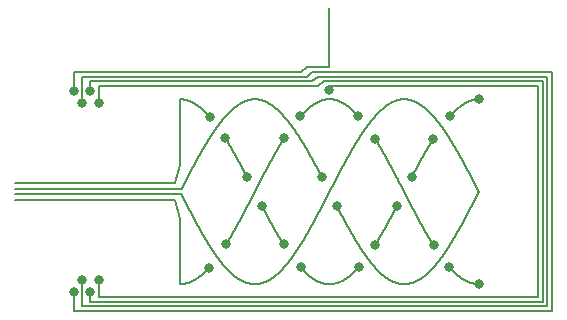
<source format=gtl>
%FSLAX36Y36*%
%MOMM*%
%TF.FileFunction,Copper,L1,Top*%
%TF.Part,Single*%
%LPD*%
%ADD10C,0.2*%
%TA.AperFunction,ViaPad*%
%ADD20C,0.8*%
G01*
D10*
X-26650000Y-0240000D02*
X-12650000Y-0240000D01*
X-12523437Y-0245912D01*
X-12510780Y-0270494D01*
X-12498124Y-0295073D01*
X-12485468Y-0319649D01*
X-12472811Y-0344223D01*
X-12460155Y-0368792D01*
X-12447499Y-0393358D01*
X-12434842Y-0417920D01*
X-12422186Y-0442479D01*
X-12409530Y-0467032D01*
X-12396873Y-0491581D01*
X-12384217Y-0516125D01*
X-12371561Y-0540665D01*
X-12358904Y-0565198D01*
X-12346248Y-0589727D01*
X-12333592Y-0614249D01*
X-12320935Y-0638765D01*
X-12308279Y-0663275D01*
X-12295623Y-0687779D01*
X-12282966Y-0712275D01*
X-12270310Y-0736765D01*
X-12257654Y-0761247D01*
X-12244997Y-0785722D01*
X-12232341Y-0810189D01*
X-12219685Y-0834648D01*
X-12207029Y-0859099D01*
X-12194372Y-0883541D01*
X-12181716Y-0907975D01*
X-12169060Y-0932399D01*
X-12156403Y-0956815D01*
X-12143747Y-0981221D01*
X-12131091Y-1005617D01*
X-12118434Y-1030003D01*
X-12105778Y-1054379D01*
X-12093122Y-1078745D01*
X-12080465Y-1103100D01*
X-12067809Y-1127444D01*
X-12055153Y-1151777D01*
X-12042496Y-1176099D01*
X-12029840Y-1200409D01*
X-12017184Y-1224707D01*
X-12004527Y-1248993D01*
X-11991871Y-1273267D01*
X-11979215Y-1297528D01*
X-11966558Y-1321776D01*
X-11953902Y-1346012D01*
X-11941246Y-1370233D01*
X-11928589Y-1394442D01*
X-11915933Y-1418637D01*
X-11903277Y-1442817D01*
X-11890620Y-1466984D01*
X-11877964Y-1491135D01*
X-11865308Y-1515273D01*
X-11852651Y-1539395D01*
X-11839995Y-1563502D01*
X-11827339Y-1587593D01*
X-11814682Y-1611669D01*
X-11802026Y-1635729D01*
X-11789370Y-1659773D01*
X-11776713Y-1683800D01*
X-11764057Y-1707811D01*
X-11751401Y-1731805D01*
X-11738744Y-1755782D01*
X-11726088Y-1779741D01*
X-11713432Y-1803683D01*
X-11700775Y-1827607D01*
X-11688119Y-1851513D01*
X-11675463Y-1875400D01*
X-11662806Y-1899270D01*
X-11650150Y-1923120D01*
X-11637494Y-1946951D01*
X-11624837Y-1970763D01*
X-11612181Y-1994556D01*
X-11599525Y-2018329D01*
X-11586868Y-2042082D01*
X-11574212Y-2065815D01*
X-11561556Y-2089527D01*
X-11548899Y-2113219D01*
X-11536243Y-2136890D01*
X-11523587Y-2160540D01*
X-11510930Y-2184168D01*
X-11498274Y-2207775D01*
X-11485618Y-2231360D01*
X-11472961Y-2254923D01*
X-11460305Y-2278464D01*
X-11447649Y-2301982D01*
X-11434992Y-2325478D01*
X-11422336Y-2348950D01*
X-11409680Y-2372399D01*
X-11397024Y-2395825D01*
X-11384367Y-2419228D01*
X-11371711Y-2442606D01*
X-11359055Y-2465960D01*
X-11346398Y-2489290D01*
X-11333742Y-2512595D01*
X-11321086Y-2535875D01*
X-11308429Y-2559131D01*
X-11295773Y-2582361D01*
X-11283117Y-2605565D01*
X-11270460Y-2628744D01*
X-11257804Y-2651897D01*
X-11245148Y-2675024D01*
X-11232491Y-2698124D01*
X-11219835Y-2721197D01*
X-11207179Y-2744244D01*
X-11194522Y-2767264D01*
X-11181866Y-2790256D01*
X-11169210Y-2813220D01*
X-11156553Y-2836157D01*
X-11143897Y-2859066D01*
X-11131241Y-2881947D01*
X-11118584Y-2904799D01*
X-11105928Y-2927622D01*
X-11093272Y-2950417D01*
X-11080615Y-2973182D01*
X-11067959Y-2995918D01*
X-11055303Y-3018624D01*
X-11042646Y-3041301D01*
X-11029990Y-3063947D01*
X-11017334Y-3086564D01*
X-11004677Y-3109149D01*
X-10992021Y-3131704D01*
X-10979365Y-3154228D01*
X-10966708Y-3176721D01*
X-10954052Y-3199183D01*
X-10941396Y-3221613D01*
X-10928739Y-3244011D01*
X-10916083Y-3266377D01*
X-10903427Y-3288711D01*
X-10890770Y-3311012D01*
X-10878114Y-3333281D01*
X-10865458Y-3355516D01*
X-10852801Y-3377719D01*
X-10840145Y-3399888D01*
X-10827489Y-3422024D01*
X-10814832Y-3444125D01*
X-10802176Y-3466193D01*
X-10789520Y-3488226D01*
X-10776863Y-3510225D01*
X-10764207Y-3532190D01*
X-10751551Y-3554119D01*
X-10738894Y-3576013D01*
X-10726238Y-3597872D01*
X-10713582Y-3619696D01*
X-10700925Y-3641484D01*
X-10688269Y-3663235D01*
X-10675613Y-3684951D01*
X-10662956Y-3706630D01*
X-10650300Y-3728272D01*
X-10637644Y-3749878D01*
X-10624987Y-3771447D01*
X-10612331Y-3792978D01*
X-10599675Y-3814472D01*
X-10587019Y-3835928D01*
X-10574362Y-3857346D01*
X-10561706Y-3878726D01*
X-10549050Y-3900068D01*
X-10536393Y-3921372D01*
X-10523737Y-3942636D01*
X-10511081Y-3963862D01*
X-10498424Y-3985048D01*
X-10485768Y-4006196D01*
X-10473112Y-4027303D01*
X-10460455Y-4048371D01*
X-10447799Y-4069399D01*
X-10435143Y-4090386D01*
X-10422486Y-4111333D01*
X-10409830Y-4132240D01*
X-10397174Y-4153105D01*
X-10384517Y-4173930D01*
X-10371861Y-4194713D01*
X-10359205Y-4215455D01*
X-10346548Y-4236156D01*
X-10333892Y-4256814D01*
X-10321236Y-4277431D01*
X-10308579Y-4298005D01*
X-10295923Y-4318537D01*
X-10283267Y-4339026D01*
X-10270610Y-4359472D01*
X-10257954Y-4379875D01*
X-10245298Y-4400235D01*
X-10232641Y-4420551D01*
X-10219985Y-4440824D01*
X-10207329Y-4461053D01*
X-10194672Y-4481237D01*
X-10182016Y-4501378D01*
X-10169360Y-4521474D01*
X-10156703Y-4541525D01*
X-10144047Y-4561532D01*
X-10131391Y-4581493D01*
X-10118734Y-4601409D01*
X-10106078Y-4621280D01*
X-10093422Y-4641105D01*
X-10080765Y-4660884D01*
X-10068109Y-4680617D01*
X-10055453Y-4700304D01*
X-10042796Y-4719944D01*
X-10030140Y-4739538D01*
X-10017484Y-4759085D01*
X-10004827Y-4778585D01*
X-9992171Y-4798038D01*
X-9979515Y-4817443D01*
X-9966858Y-4836801D01*
X-9954202Y-4856111D01*
X-9941546Y-4875373D01*
X-9928889Y-4894587D01*
X-9916233Y-4913752D01*
X-9903577Y-4932869D01*
X-9890920Y-4951938D01*
X-9878264Y-4970957D01*
X-9865608Y-4989927D01*
X-9852951Y-5008848D01*
X-9840295Y-5027719D01*
X-9827639Y-5046541D01*
X-9814982Y-5065313D01*
X-9802326Y-5084035D01*
X-9789670Y-5102706D01*
X-9777014Y-5121327D01*
X-9764357Y-5139898D01*
X-9751701Y-5158418D01*
X-9739045Y-5176887D01*
X-9726388Y-5195304D01*
X-9713732Y-5213671D01*
X-9701076Y-5231986D01*
X-9688419Y-5250249D01*
X-9675763Y-5268460D01*
X-9663107Y-5286619D01*
X-9650450Y-5304726D01*
X-9637794Y-5322781D01*
X-9625138Y-5340783D01*
X-9612481Y-5358732D01*
X-9599825Y-5376629D01*
X-9587169Y-5394472D01*
X-9574512Y-5412262D01*
X-9561856Y-5429998D01*
X-9549200Y-5447681D01*
X-9536543Y-5465310D01*
X-9523887Y-5482885D01*
X-9511231Y-5500406D01*
X-9498574Y-5517872D01*
X-9485918Y-5535284D01*
X-9473262Y-5552641D01*
X-9460605Y-5569944D01*
X-9447949Y-5587191D01*
X-9435293Y-5604383D01*
X-9422636Y-5621520D01*
X-9409980Y-5638601D01*
X-9397324Y-5655627D01*
X-9384667Y-5672597D01*
X-9372011Y-5689510D01*
X-9359355Y-5706368D01*
X-9346698Y-5723169D01*
X-9334042Y-5739913D01*
X-9321386Y-5756601D01*
X-9308729Y-5773232D01*
X-9296073Y-5789806D01*
X-9283417Y-5806323D01*
X-9270760Y-5822782D01*
X-9258104Y-5839184D01*
X-9245448Y-5855528D01*
X-9232791Y-5871814D01*
X-9220135Y-5888043D01*
X-9207479Y-5904213D01*
X-9194822Y-5920325D01*
X-9182166Y-5936378D01*
X-9169510Y-5952372D01*
X-9156853Y-5968308D01*
X-9144197Y-5984185D01*
X-9131541Y-6000003D01*
X-9118884Y-6015761D01*
X-9106228Y-6031460D01*
X-9093572Y-6047100D01*
X-9080915Y-6062680D01*
X-9068259Y-6078199D01*
X-9055603Y-6093659D01*
X-9042946Y-6109059D01*
X-9030290Y-6124398D01*
X-9017634Y-6139677D01*
X-9004977Y-6154895D01*
X-8992321Y-6170052D01*
X-8979665Y-6185148D01*
X-8967009Y-6200183D01*
X-8954352Y-6215157D01*
X-8941696Y-6230070D01*
X-8929040Y-6244921D01*
X-8916383Y-6259710D01*
X-8903727Y-6274437D01*
X-8891071Y-6289103D01*
X-8878414Y-6303706D01*
X-8865758Y-6318247D01*
X-8853102Y-6332726D01*
X-8840445Y-6347142D01*
X-8827789Y-6361495D01*
X-8815133Y-6375786D01*
X-8802476Y-6390013D01*
X-8789820Y-6404178D01*
X-8777164Y-6418279D01*
X-8764507Y-6432316D01*
X-8751851Y-6446290D01*
X-8739195Y-6460201D01*
X-8726538Y-6474048D01*
X-8713882Y-6487830D01*
X-8701226Y-6501549D01*
X-8688569Y-6515203D01*
X-8675913Y-6528793D01*
X-8663257Y-6542319D01*
X-8650600Y-6555779D01*
X-8637944Y-6569175D01*
X-8625288Y-6582507D01*
X-8612631Y-6595773D01*
X-8599975Y-6608974D01*
X-8587319Y-6622109D01*
X-8574662Y-6635180D01*
X-8562006Y-6648184D01*
X-8549350Y-6661123D01*
X-8536693Y-6673997D01*
X-8524037Y-6686804D01*
X-8511381Y-6699545D01*
X-8498724Y-6712220D01*
X-8486068Y-6724829D01*
X-8473412Y-6737371D01*
X-8460755Y-6749847D01*
X-8448099Y-6762256D01*
X-8435443Y-6774598D01*
X-8422786Y-6786874D01*
X-8410130Y-6799082D01*
X-8397474Y-6811223D01*
X-8384817Y-6823297D01*
X-8372161Y-6835303D01*
X-8359505Y-6847242D01*
X-8346848Y-6859113D01*
X-8334192Y-6870917D01*
X-8321536Y-6882652D01*
X-8308879Y-6894320D01*
X-8296223Y-6905919D01*
X-8283567Y-6917450D01*
X-8270910Y-6928913D01*
X-8258254Y-6940308D01*
X-8245598Y-6951633D01*
X-8232941Y-6962891D01*
X-8220285Y-6974079D01*
X-8207629Y-6985199D01*
X-8194972Y-6996249D01*
X-8182316Y-7007230D01*
X-8169660Y-7018143D01*
X-8157004Y-7028985D01*
X-8144347Y-7039759D01*
X-8131691Y-7050462D01*
X-8119035Y-7061097D01*
X-8106378Y-7071661D01*
X-8093722Y-7082156D01*
X-8081066Y-7092580D01*
X-8068409Y-7102935D01*
X-8055753Y-7113219D01*
X-8043097Y-7123433D01*
X-8030440Y-7133577D01*
X-8017784Y-7143650D01*
X-8005128Y-7153652D01*
X-7992471Y-7163584D01*
X-7979815Y-7173446D01*
X-7967159Y-7183236D01*
X-7954502Y-7192955D01*
X-7941846Y-7202603D01*
X-7929190Y-7212181D01*
X-7916533Y-7221686D01*
X-7903877Y-7231121D01*
X-7891221Y-7240484D01*
X-7878564Y-7249775D01*
X-7865908Y-7258995D01*
X-7853252Y-7268144D01*
X-7840595Y-7277220D01*
X-7827939Y-7286224D01*
X-7815283Y-7295157D01*
X-7802626Y-7304017D01*
X-7789970Y-7312806D01*
X-7777314Y-7321522D01*
X-7764657Y-7330165D01*
X-7752001Y-7338737D01*
X-7739345Y-7347236D01*
X-7726688Y-7355662D01*
X-7714032Y-7364015D01*
X-7701376Y-7372296D01*
X-7688719Y-7380504D01*
X-7676063Y-7388639D01*
X-7663407Y-7396701D01*
X-7650750Y-7404690D01*
X-7638094Y-7412606D01*
X-7625438Y-7420448D01*
X-7612781Y-7428218D01*
X-7600125Y-7435913D01*
X-7587469Y-7443536D01*
X-7574812Y-7451085D01*
X-7562156Y-7458560D01*
X-7549500Y-7465962D01*
X-7536843Y-7473289D01*
X-7524187Y-7480543D01*
X-7511531Y-7487723D01*
X-7498874Y-7494829D01*
X-7486218Y-7501862D01*
X-7473562Y-7508819D01*
X-7460905Y-7515703D01*
X-7448249Y-7522513D01*
X-7435593Y-7529248D01*
X-7422936Y-7535909D01*
X-7410280Y-7542495D01*
X-7397624Y-7549007D01*
X-7384967Y-7555444D01*
X-7372311Y-7561807D01*
X-7359655Y-7568095D01*
X-7346998Y-7574308D01*
X-7334342Y-7580446D01*
X-7321686Y-7586509D01*
X-7309030Y-7592498D01*
X-7296373Y-7598411D01*
X-7283717Y-7604250D01*
X-7271061Y-7610013D01*
X-7258404Y-7615701D01*
X-7245748Y-7621314D01*
X-7233092Y-7626851D01*
X-7220435Y-7632314D01*
X-7207779Y-7637700D01*
X-7195123Y-7643012D01*
X-7182466Y-7648248D01*
X-7169810Y-7653408D01*
X-7157154Y-7658493D01*
X-7144497Y-7663502D01*
X-7131841Y-7668435D01*
X-7119185Y-7673292D01*
X-7106528Y-7678074D01*
X-7093872Y-7682780D01*
X-7081216Y-7687410D01*
X-7068559Y-7691964D01*
X-7055903Y-7696442D01*
X-7043247Y-7700844D01*
X-7030590Y-7705170D01*
X-7017934Y-7709419D01*
X-7005278Y-7713593D01*
X-6992621Y-7717690D01*
X-6979965Y-7721712D01*
X-6967309Y-7725656D01*
X-6954652Y-7729525D01*
X-6941996Y-7733317D01*
X-6929340Y-7737033D01*
X-6916683Y-7740672D01*
X-6904027Y-7744235D01*
X-6891371Y-7747722D01*
X-6878714Y-7751131D01*
X-6866058Y-7754465D01*
X-6853402Y-7757721D01*
X-6840745Y-7760901D01*
X-6828089Y-7764005D01*
X-6815433Y-7767031D01*
X-6802776Y-7769981D01*
X-6790120Y-7772854D01*
X-6777464Y-7775650D01*
X-6764807Y-7778370D01*
X-6752151Y-7781013D01*
X-6739495Y-7783578D01*
X-6726838Y-7786067D01*
X-6714182Y-7788479D01*
X-6701526Y-7790814D01*
X-6688869Y-7793072D01*
X-6676213Y-7795253D01*
X-6663557Y-7797357D01*
X-6650900Y-7799384D01*
X-6638244Y-7801334D01*
X-6625588Y-7803207D01*
X-6612931Y-7805003D01*
X-6600275Y-7806722D01*
X-6587619Y-7808363D01*
X-6574962Y-7809928D01*
X-6562306Y-7811415D01*
X-6549650Y-7812825D01*
X-6536993Y-7814158D01*
X-6524337Y-7815413D01*
X-6511681Y-7816592D01*
X-6499025Y-7817693D01*
X-6486368Y-7818717D01*
X-6473712Y-7819664D01*
X-6461056Y-7820534D01*
X-6448399Y-7821326D01*
X-6435743Y-7822041D01*
X-6423087Y-7822678D01*
X-6410430Y-7823239D01*
X-6397774Y-7823722D01*
X-6385118Y-7824128D01*
X-6372461Y-7824456D01*
X-6359805Y-7824708D01*
X-6347149Y-7824882D01*
X-6334492Y-7824978D01*
X-6321836Y-7824998D01*
X-6309180Y-7824940D01*
X-6296523Y-7824804D01*
X-6283867Y-7824592D01*
X-6271211Y-7824302D01*
X-6258554Y-7823935D01*
X-6245898Y-7823490D01*
X-6233242Y-7822968D01*
X-6220585Y-7822369D01*
X-6207929Y-7821693D01*
X-6195273Y-7820939D01*
X-6182616Y-7820108D01*
X-6169960Y-7819200D01*
X-6157304Y-7818215D01*
X-6144647Y-7817152D01*
X-6131991Y-7816012D01*
X-6119335Y-7814795D01*
X-6106678Y-7813501D01*
X-6094022Y-7812130D01*
X-6081366Y-7810681D01*
X-6068709Y-7809155D01*
X-6056053Y-7807552D01*
X-6043397Y-7805872D01*
X-6030740Y-7804115D01*
X-6018084Y-7802280D01*
X-6005428Y-7800369D01*
X-5992771Y-7798380D01*
X-5980115Y-7796315D01*
X-5967459Y-7794172D01*
X-5954802Y-7791953D01*
X-5942146Y-7789656D01*
X-5929490Y-7787283D01*
X-5916833Y-7784832D01*
X-5904177Y-7782305D01*
X-5891521Y-7779701D01*
X-5878864Y-7777020D01*
X-5866208Y-7774262D01*
X-5853552Y-7771427D01*
X-5840895Y-7768516D01*
X-5828239Y-7765527D01*
X-5815583Y-7762462D01*
X-5802926Y-7759321D01*
X-5790270Y-7756102D01*
X-5777614Y-7752808D01*
X-5764957Y-7749436D01*
X-5752301Y-7745988D01*
X-5739645Y-7742463D01*
X-5726988Y-7738862D01*
X-5714332Y-7735185D01*
X-5701676Y-7731431D01*
X-5689020Y-7727600D01*
X-5676363Y-7723694D01*
X-5663707Y-7719711D01*
X-5651051Y-7715651D01*
X-5638394Y-7711516D01*
X-5625738Y-7707304D01*
X-5613082Y-7703016D01*
X-5600425Y-7698652D01*
X-5587769Y-7694212D01*
X-5575113Y-7689696D01*
X-5562456Y-7685104D01*
X-5549800Y-7680436D01*
X-5537144Y-7675693D01*
X-5524487Y-7670873D01*
X-5511831Y-7665978D01*
X-5499175Y-7661006D01*
X-5486518Y-7655960D01*
X-5473862Y-7650837D01*
X-5461206Y-7645639D01*
X-5448549Y-7640366D01*
X-5435893Y-7635016D01*
X-5423237Y-7629592D01*
X-5410580Y-7624092D01*
X-5397924Y-7618517D01*
X-5385268Y-7612866D01*
X-5372611Y-7607141D01*
X-5359955Y-7601340D01*
X-5347299Y-7595464D01*
X-5334642Y-7589513D01*
X-5321986Y-7583487D01*
X-5309330Y-7577386D01*
X-5296673Y-7571211D01*
X-5284017Y-7564960D01*
X-5271361Y-7558635D01*
X-5258704Y-7552235D01*
X-5246048Y-7545760D01*
X-5233392Y-7539211D01*
X-5220735Y-7532588D01*
X-5208079Y-7525890D01*
X-5195423Y-7519117D01*
X-5182766Y-7512271D01*
X-5170110Y-7505350D01*
X-5157454Y-7498355D01*
X-5144797Y-7491286D01*
X-5132141Y-7484143D01*
X-5119485Y-7476926D01*
X-5106828Y-7469635D01*
X-5094172Y-7462270D01*
X-5081516Y-7454832D01*
X-5068859Y-7447319D01*
X-5056203Y-7439734D01*
X-5043547Y-7432075D01*
X-5030890Y-7424342D01*
X-5018234Y-7416536D01*
X-5005578Y-7408657D01*
X-4992921Y-7400705D01*
X-4980265Y-7392679D01*
X-4967609Y-7384581D01*
X-4954952Y-7376409D01*
X-4942296Y-7368165D01*
X-4929640Y-7359848D01*
X-4916983Y-7351458D01*
X-4904327Y-7342995D01*
X-4891671Y-7334460D01*
X-4879015Y-7325853D01*
X-4866358Y-7317173D01*
X-4853702Y-7308421D01*
X-4841046Y-7299596D01*
X-4828389Y-7290700D01*
X-4815733Y-7281731D01*
X-4803077Y-7272691D01*
X-4790420Y-7263578D01*
X-4777764Y-7254394D01*
X-4765108Y-7245139D01*
X-4752451Y-7235811D01*
X-4739795Y-7226413D01*
X-4727139Y-7216942D01*
X-4714482Y-7207401D01*
X-4701826Y-7197788D01*
X-4689170Y-7188104D01*
X-4676513Y-7178350D01*
X-4663857Y-7168524D01*
X-4651201Y-7158627D01*
X-4638544Y-7148660D01*
X-4625888Y-7138622D01*
X-4613232Y-7128514D01*
X-4600575Y-7118335D01*
X-4587919Y-7108086D01*
X-4575263Y-7097766D01*
X-4562606Y-7087377D01*
X-4549950Y-7076917D01*
X-4537294Y-7066388D01*
X-4524637Y-7055788D01*
X-4511981Y-7045119D01*
X-4499325Y-7034381D01*
X-4486668Y-7023573D01*
X-4474012Y-7012695D01*
X-4461356Y-7001748D01*
X-4448699Y-6990732D01*
X-4436043Y-6979647D01*
X-4423387Y-6968493D01*
X-4410730Y-6957271D01*
X-4398074Y-6945979D01*
X-4385418Y-6934619D01*
X-4372761Y-6923190D01*
X-4360105Y-6911693D01*
X-4347449Y-6900128D01*
X-4334792Y-6888494D01*
X-4322136Y-6876793D01*
X-4309480Y-6865023D01*
X-4296823Y-6853186D01*
X-4284167Y-6841281D01*
X-4271511Y-6829308D01*
X-4258854Y-6817268D01*
X-4246198Y-6805161D01*
X-4233542Y-6792986D01*
X-4220885Y-6780744D01*
X-4208229Y-6768435D01*
X-4195573Y-6756060D01*
X-4182916Y-6743617D01*
X-4170260Y-6731108D01*
X-4157604Y-6718533D01*
X-4144947Y-6705891D01*
X-4132291Y-6693183D01*
X-4119635Y-6680409D01*
X-4106978Y-6667568D01*
X-4094322Y-6654662D01*
X-4081666Y-6641690D01*
X-4069010Y-6628653D01*
X-4056353Y-6615550D01*
X-4043697Y-6602381D01*
X-4031041Y-6589148D01*
X-4018384Y-6575849D01*
X-4005728Y-6562486D01*
X-3993072Y-6549057D01*
X-3980415Y-6535564D01*
X-3967759Y-6522006D01*
X-3955103Y-6508384D01*
X-3942446Y-6494698D01*
X-3929790Y-6480947D01*
X-3917134Y-6467132D01*
X-3904477Y-6453254D01*
X-3891821Y-6439311D01*
X-3879165Y-6425305D01*
X-3866508Y-6411236D01*
X-3853852Y-6397103D01*
X-3841196Y-6382907D01*
X-3828539Y-6368648D01*
X-3815883Y-6354326D01*
X-3803227Y-6339942D01*
X-3790570Y-6325494D01*
X-3777914Y-6310984D01*
X-3765258Y-6296412D01*
X-3752601Y-6281778D01*
X-3739945Y-6267081D01*
X-3727289Y-6252323D01*
X-3714632Y-6237503D01*
X-3701976Y-6222621D01*
X-3689320Y-6207678D01*
X-3676663Y-6192673D01*
X-3664007Y-6177608D01*
X-3651351Y-6162481D01*
X-3638694Y-6147293D01*
X-3626038Y-6132045D01*
X-3613382Y-6116736D01*
X-3600725Y-6101366D01*
X-3588069Y-6085937D01*
X-3575413Y-6070447D01*
X-3562756Y-6054897D01*
X-3550100Y-6039288D01*
X-3537444Y-6023618D01*
X-3524787Y-6007890D01*
X-3512131Y-5992101D01*
X-3499475Y-5976254D01*
X-3486818Y-5960348D01*
X-3474162Y-5944382D01*
X-3461506Y-5928359D01*
X-3448849Y-5912276D01*
X-3436193Y-5896135D01*
X-3423537Y-5879936D01*
X-3410880Y-5863678D01*
X-3398224Y-5847363D01*
X-3385568Y-5830990D01*
X-3372911Y-5814560D01*
X-3360255Y-5798072D01*
X-3347599Y-5781526D01*
X-3334942Y-5764924D01*
X-3322286Y-5748264D01*
X-3309630Y-5731548D01*
X-3296973Y-5714775D01*
X-3284317Y-5697946D01*
X-3271661Y-5681061D01*
X-3259005Y-5664119D01*
X-3246348Y-5647121D01*
X-3233692Y-5630068D01*
X-3221036Y-5612959D01*
X-3208379Y-5595794D01*
X-3195723Y-5578574D01*
X-3183067Y-5561299D01*
X-3170410Y-5543970D01*
X-3157754Y-5526585D01*
X-3145098Y-5509146D01*
X-3132441Y-5491652D01*
X-3119785Y-5474104D01*
X-3107129Y-5456502D01*
X-3094472Y-5438846D01*
X-3081816Y-5421137D01*
X-3069160Y-5403373D01*
X-3056503Y-5385557D01*
X-3043847Y-5367687D01*
X-3031191Y-5349764D01*
X-3018534Y-5331789D01*
X-3005878Y-5313760D01*
X-2993222Y-5295679D01*
X-2980565Y-5277546D01*
X-2967909Y-5259361D01*
X-2955253Y-5241124D01*
X-2942596Y-5222835D01*
X-2929940Y-5204494D01*
X-2917284Y-5186102D01*
X-2904627Y-5167659D01*
X-2891971Y-5149164D01*
X-2879315Y-5130619D01*
X-2866658Y-5112023D01*
X-2854002Y-5093377D01*
X-2841346Y-5074680D01*
X-2828689Y-5055933D01*
X-2816033Y-5037136D01*
X-2803377Y-5018290D01*
X-2790720Y-4999394D01*
X-2778064Y-4980448D01*
X-2765408Y-4961453D01*
X-2752751Y-4942410D01*
X-2740095Y-4923317D01*
X-2727439Y-4904176D01*
X-2714782Y-4884986D01*
X-2702126Y-4865748D01*
X-2689470Y-4846462D01*
X-2676813Y-4827128D01*
X-2664157Y-4807747D01*
X-2651501Y-4788318D01*
X-2638844Y-4768841D01*
X-2626188Y-4749318D01*
X-2613532Y-4729747D01*
X-2600875Y-4710130D01*
X-2588219Y-4690466D01*
X-2575563Y-4670756D01*
X-2562906Y-4651000D01*
X-2550250Y-4631198D01*
X-2537594Y-4611350D01*
X-2524937Y-4591457D01*
X-2512281Y-4571518D01*
X-2499625Y-4551534D01*
X-2486968Y-4531505D01*
X-2474312Y-4511431D01*
X-2461656Y-4491313D01*
X-2448999Y-4471151D01*
X-2436343Y-4450944D01*
X-2423687Y-4430693D01*
X-2411031Y-4410398D01*
X-2398374Y-4390060D01*
X-2385718Y-4369679D01*
X-2373062Y-4349254D01*
X-2360405Y-4328786D01*
X-2347749Y-4308276D01*
X-2335093Y-4287723D01*
X-2322436Y-4267128D01*
X-2309780Y-4246490D01*
X-2297124Y-4225811D01*
X-2284467Y-4205090D01*
X-2271811Y-4184327D01*
X-2259155Y-4163523D01*
X-2246498Y-4142678D01*
X-2233842Y-4121792D01*
X-2221186Y-4100865D01*
X-2208529Y-4079897D01*
X-2195873Y-4058890D01*
X-2183217Y-4037842D01*
X-2170560Y-4016754D01*
X-2157904Y-3995627D01*
X-2145248Y-3974460D01*
X-2132591Y-3953254D01*
X-2119935Y-3932009D01*
X-2107279Y-3910725D01*
X-2094622Y-3889402D01*
X-2081966Y-3868041D01*
X-2069310Y-3846642D01*
X-2056653Y-3825205D01*
X-2043997Y-3803730D01*
X-2031341Y-3782217D01*
X-2018684Y-3760667D01*
X-2006028Y-3739080D01*
X-1993372Y-3717456D01*
X-1980715Y-3695795D01*
X-1968059Y-3674098D01*
X-1955403Y-3652364D01*
X-1942746Y-3630594D01*
X-1930090Y-3608789D01*
X-1917434Y-3586947D01*
X-1904777Y-3565071D01*
X-1892121Y-3543159D01*
X-1879465Y-3521212D01*
X-1866808Y-3499230D01*
X-1854152Y-3477214D01*
X-1841496Y-3455163D01*
X-1828839Y-3433079D01*
X-1816183Y-3410960D01*
X-1803527Y-3388808D01*
X-1790870Y-3366622D01*
X-1778214Y-3344403D01*
X-1765558Y-3322150D01*
X-1752901Y-3299866D01*
X-1740245Y-3277548D01*
X-1727589Y-3255198D01*
X-1714932Y-3232816D01*
X-1702276Y-3210402D01*
X-1689620Y-3187956D01*
X-1676963Y-3165479D01*
X-1664307Y-3142970D01*
X-1651651Y-3120431D01*
X-1638994Y-3097860D01*
X-1626338Y-3075259D01*
X-1613682Y-3052628D01*
X-1601026Y-3029966D01*
X-1588369Y-3007275D01*
X-1575713Y-2984554D01*
X-1563057Y-2961803D01*
X-1550400Y-2939023D01*
X-1537744Y-2916214D01*
X-1525088Y-2893376D01*
X-1512431Y-2870510D01*
X-1499775Y-2847615D01*
X-1487119Y-2824692D01*
X-1474462Y-2801742D01*
X-1461806Y-2778763D01*
X-1449150Y-2755757D01*
X-1436493Y-2732724D01*
X-1423837Y-2709664D01*
X-1411181Y-2686577D01*
X-1398524Y-2663464D01*
X-1385868Y-2640324D01*
X-1373212Y-2617158D01*
X-1360555Y-2593966D01*
X-1347899Y-2570749D01*
X-1335243Y-2547506D01*
X-1322586Y-2524238D01*
X-1309930Y-2500945D01*
X-1297274Y-2477628D01*
X-1284617Y-2454286D01*
X-1271961Y-2430920D01*
X-1259305Y-2407529D01*
X-1246648Y-2384115D01*
X-1233992Y-2360678D01*
X-1221336Y-2337217D01*
X-1208679Y-2313733D01*
X-1196023Y-2290226D01*
X-1183367Y-2266696D01*
X-1170710Y-2243144D01*
X-1158054Y-2219570D01*
X-1145398Y-2195974D01*
X-1132741Y-2172357D01*
X-1120085Y-2148718D01*
X-1107429Y-2125057D01*
X-1094772Y-2101376D01*
X-1082116Y-2077674D01*
X-1069460Y-2053951D01*
X-1056803Y-2030208D01*
X-1044147Y-2006445D01*
X-1031491Y-1982662D01*
X-1018834Y-1958860D01*
X-1006178Y-1935038D01*
X-0993522Y-1911197D01*
X-0980865Y-1887337D01*
X-0968209Y-1863459D01*
X-0955553Y-1839562D01*
X-0942896Y-1815647D01*
X-0930240Y-1791714D01*
X-0917584Y-1767763D01*
X-0904927Y-1743795D01*
X-0892271Y-1719810D01*
X-0879615Y-1695808D01*
X-0866958Y-1671789D01*
X-0854302Y-1647753D01*
X-0841646Y-1623701D01*
X-0828989Y-1599633D01*
X-0816333Y-1575549D01*
X-0803677Y-1551450D01*
X-0791021Y-1527336D01*
X-0778364Y-1503206D01*
X-0765708Y-1479061D01*
X-0753052Y-1454902D01*
X-0740395Y-1430729D01*
X-0727739Y-1406541D01*
X-0715083Y-1382339D01*
X-0702426Y-1358124D01*
X-0689770Y-1333896D01*
X-0677114Y-1309654D01*
X-0664457Y-1285399D01*
X-0651801Y-1261131D01*
X-0639145Y-1236852D01*
X-0626488Y-1212559D01*
X-0613832Y-1188255D01*
X-0601176Y-1163939D01*
X-0588519Y-1139612D01*
X-0575863Y-1115273D01*
X-0563207Y-1090924D01*
X-0550550Y-1066563D01*
X-0537894Y-1042192D01*
X-0525238Y-1017811D01*
X-0512581Y-0993420D01*
X-0499925Y-0969019D01*
X-0487269Y-0944608D01*
X-0474612Y-0920188D01*
X-0461956Y-0895759D01*
X-0449300Y-0871321D01*
X-0436643Y-0846874D01*
X-0423987Y-0822420D01*
X-0411331Y-0797956D01*
X-0398674Y-0773486D01*
X-0386018Y-0749007D01*
X-0373362Y-0724521D01*
X-0360705Y-0700028D01*
X-0348049Y-0675528D01*
X-0335393Y-0651021D01*
X-0322736Y-0626508D01*
X-0310080Y-0601988D01*
X-0297424Y-0577463D01*
X-0284767Y-0552932D01*
X-0272111Y-0528396D01*
X-0259455Y-0503854D01*
X-0246798Y-0479307D01*
X-0234142Y-0454756D01*
X-0221486Y-0430200D01*
X-0208829Y-0405640D01*
X-0196173Y-0381076D01*
X-0183517Y-0356508D01*
X-0170860Y-0331936D01*
X-0158204Y-0307362D01*
X-0145548Y-0282784D01*
X-0132891Y-0258203D01*
X-0120235Y-0233620D01*
X-0107579Y-0209035D01*
X-0094922Y-0184447D01*
X-0082266Y-0159858D01*
X-0069610Y-0135267D01*
X-0056953Y-0110675D01*
X-0044297Y-0086082D01*
X-0031641Y-0061488D01*
X-0018984Y-0036893D01*
X-0006328Y-0012298D01*
X0006328Y0012298D01*
X0018984Y0036893D01*
X0031641Y0061488D01*
X0044297Y0086082D01*
X0056953Y0110675D01*
X0069610Y0135267D01*
X0082266Y0159858D01*
X0094922Y0184447D01*
X0107579Y0209035D01*
X0120235Y0233620D01*
X0132891Y0258203D01*
X0145548Y0282784D01*
X0158204Y0307362D01*
X0170860Y0331936D01*
X0183517Y0356508D01*
X0196173Y0381076D01*
X0208829Y0405640D01*
X0221486Y0430200D01*
X0234142Y0454756D01*
X0246798Y0479307D01*
X0259455Y0503854D01*
X0272111Y0528396D01*
X0284767Y0552932D01*
X0297424Y0577463D01*
X0310080Y0601988D01*
X0322736Y0626508D01*
X0335393Y0651021D01*
X0348049Y0675528D01*
X0360705Y0700028D01*
X0373362Y0724521D01*
X0386018Y0749007D01*
X0398674Y0773486D01*
X0411331Y0797956D01*
X0423987Y0822420D01*
X0436643Y0846874D01*
X0449300Y0871321D01*
X0461956Y0895759D01*
X0474612Y0920188D01*
X0487269Y0944608D01*
X0499925Y0969019D01*
X0512581Y0993420D01*
X0525238Y1017811D01*
X0537894Y1042192D01*
X0550550Y1066563D01*
X0563207Y1090924D01*
X0575863Y1115273D01*
X0588519Y1139612D01*
X0601176Y1163939D01*
X0613832Y1188255D01*
X0626488Y1212559D01*
X0639145Y1236852D01*
X0651801Y1261131D01*
X0664457Y1285399D01*
X0677114Y1309654D01*
X0689770Y1333896D01*
X0702426Y1358124D01*
X0715083Y1382339D01*
X0727739Y1406541D01*
X0740395Y1430729D01*
X0753052Y1454902D01*
X0765708Y1479061D01*
X0778364Y1503206D01*
X0791021Y1527336D01*
X0803677Y1551450D01*
X0816333Y1575549D01*
X0828989Y1599633D01*
X0841646Y1623701D01*
X0854302Y1647753D01*
X0866958Y1671789D01*
X0879615Y1695808D01*
X0892271Y1719810D01*
X0904927Y1743795D01*
X0917584Y1767763D01*
X0930240Y1791714D01*
X0942896Y1815647D01*
X0955553Y1839562D01*
X0968209Y1863459D01*
X0980865Y1887337D01*
X0993522Y1911197D01*
X1006178Y1935038D01*
X1018834Y1958860D01*
X1031491Y1982662D01*
X1044147Y2006445D01*
X1056803Y2030208D01*
X1069460Y2053951D01*
X1082116Y2077674D01*
X1094772Y2101376D01*
X1107429Y2125057D01*
X1120085Y2148718D01*
X1132741Y2172357D01*
X1145398Y2195974D01*
X1158054Y2219570D01*
X1170710Y2243144D01*
X1183367Y2266696D01*
X1196023Y2290226D01*
X1208679Y2313733D01*
X1221336Y2337217D01*
X1233992Y2360678D01*
X1246648Y2384115D01*
X1259305Y2407529D01*
X1271961Y2430920D01*
X1284617Y2454286D01*
X1297274Y2477628D01*
X1309930Y2500945D01*
X1322586Y2524238D01*
X1335243Y2547506D01*
X1347899Y2570749D01*
X1360555Y2593966D01*
X1373212Y2617158D01*
X1385868Y2640324D01*
X1398524Y2663464D01*
X1411181Y2686577D01*
X1423837Y2709664D01*
X1436493Y2732724D01*
X1449150Y2755757D01*
X1461806Y2778763D01*
X1474462Y2801742D01*
X1487119Y2824692D01*
X1499775Y2847615D01*
X1512431Y2870510D01*
X1525088Y2893376D01*
X1537744Y2916214D01*
X1550400Y2939023D01*
X1563057Y2961803D01*
X1575713Y2984554D01*
X1588369Y3007275D01*
X1601026Y3029966D01*
X1613682Y3052628D01*
X1626338Y3075259D01*
X1638994Y3097860D01*
X1651651Y3120431D01*
X1664307Y3142970D01*
X1676963Y3165479D01*
X1689620Y3187956D01*
X1702276Y3210402D01*
X1714932Y3232816D01*
X1727589Y3255198D01*
X1740245Y3277548D01*
X1752901Y3299866D01*
X1765558Y3322150D01*
X1778214Y3344403D01*
X1790870Y3366622D01*
X1803527Y3388808D01*
X1816183Y3410960D01*
X1828839Y3433079D01*
X1841496Y3455163D01*
X1854152Y3477214D01*
X1866808Y3499230D01*
X1879465Y3521212D01*
X1892121Y3543159D01*
X1904777Y3565071D01*
X1917434Y3586947D01*
X1930090Y3608789D01*
X1942746Y3630594D01*
X1955403Y3652364D01*
X1968059Y3674098D01*
X1980715Y3695795D01*
X1993372Y3717456D01*
X2006028Y3739080D01*
X2018684Y3760667D01*
X2031341Y3782217D01*
X2043997Y3803730D01*
X2056653Y3825205D01*
X2069310Y3846642D01*
X2081966Y3868041D01*
X2094622Y3889402D01*
X2107279Y3910725D01*
X2119935Y3932009D01*
X2132591Y3953254D01*
X2145248Y3974460D01*
X2157904Y3995627D01*
X2170560Y4016754D01*
X2183217Y4037842D01*
X2195873Y4058890D01*
X2208529Y4079897D01*
X2221186Y4100865D01*
X2233842Y4121792D01*
X2246498Y4142678D01*
X2259155Y4163523D01*
X2271811Y4184327D01*
X2284467Y4205090D01*
X2297124Y4225811D01*
X2309780Y4246490D01*
X2322436Y4267128D01*
X2335093Y4287723D01*
X2347749Y4308276D01*
X2360405Y4328786D01*
X2373062Y4349254D01*
X2385718Y4369679D01*
X2398374Y4390060D01*
X2411031Y4410398D01*
X2423687Y4430693D01*
X2436343Y4450944D01*
X2448999Y4471151D01*
X2461656Y4491313D01*
X2474312Y4511431D01*
X2486968Y4531505D01*
X2499625Y4551534D01*
X2512281Y4571518D01*
X2524937Y4591457D01*
X2537594Y4611350D01*
X2550250Y4631198D01*
X2562906Y4651000D01*
X2575563Y4670756D01*
X2588219Y4690466D01*
X2600875Y4710130D01*
X2613532Y4729747D01*
X2626188Y4749318D01*
X2638844Y4768841D01*
X2651501Y4788318D01*
X2664157Y4807747D01*
X2676813Y4827128D01*
X2689470Y4846462D01*
X2702126Y4865748D01*
X2714782Y4884986D01*
X2727439Y4904176D01*
X2740095Y4923317D01*
X2752751Y4942410D01*
X2765408Y4961453D01*
X2778064Y4980448D01*
X2790720Y4999394D01*
X2803377Y5018290D01*
X2816033Y5037136D01*
X2828689Y5055933D01*
X2841346Y5074680D01*
X2854002Y5093377D01*
X2866658Y5112023D01*
X2879315Y5130619D01*
X2891971Y5149164D01*
X2904627Y5167659D01*
X2917284Y5186102D01*
X2929940Y5204494D01*
X2942596Y5222835D01*
X2955253Y5241124D01*
X2967909Y5259361D01*
X2980565Y5277546D01*
X2993222Y5295679D01*
X3005878Y5313760D01*
X3018534Y5331789D01*
X3031191Y5349764D01*
X3043847Y5367687D01*
X3056503Y5385557D01*
X3069160Y5403373D01*
X3081816Y5421137D01*
X3094472Y5438846D01*
X3107129Y5456502D01*
X3119785Y5474104D01*
X3132441Y5491652D01*
X3145098Y5509146D01*
X3157754Y5526585D01*
X3170410Y5543970D01*
X3183067Y5561299D01*
X3195723Y5578574D01*
X3208379Y5595794D01*
X3221036Y5612959D01*
X3233692Y5630068D01*
X3246348Y5647121D01*
X3259005Y5664119D01*
X3271661Y5681061D01*
X3284317Y5697946D01*
X3296973Y5714775D01*
X3309630Y5731548D01*
X3322286Y5748264D01*
X3334942Y5764924D01*
X3347599Y5781526D01*
X3360255Y5798072D01*
X3372911Y5814560D01*
X3385568Y5830990D01*
X3398224Y5847363D01*
X3410880Y5863678D01*
X3423537Y5879936D01*
X3436193Y5896135D01*
X3448849Y5912276D01*
X3461506Y5928359D01*
X3474162Y5944382D01*
X3486818Y5960348D01*
X3499475Y5976254D01*
X3512131Y5992101D01*
X3524787Y6007890D01*
X3537444Y6023618D01*
X3550100Y6039288D01*
X3562756Y6054897D01*
X3575413Y6070447D01*
X3588069Y6085937D01*
X3600725Y6101366D01*
X3613382Y6116736D01*
X3626038Y6132045D01*
X3638694Y6147293D01*
X3651351Y6162481D01*
X3664007Y6177608D01*
X3676663Y6192673D01*
X3689320Y6207678D01*
X3701976Y6222621D01*
X3714632Y6237503D01*
X3727289Y6252323D01*
X3739945Y6267081D01*
X3752601Y6281778D01*
X3765258Y6296412D01*
X3777914Y6310984D01*
X3790570Y6325494D01*
X3803227Y6339942D01*
X3815883Y6354326D01*
X3828539Y6368648D01*
X3841196Y6382907D01*
X3853852Y6397103D01*
X3866508Y6411236D01*
X3879165Y6425305D01*
X3891821Y6439311D01*
X3904477Y6453254D01*
X3917134Y6467132D01*
X3929790Y6480947D01*
X3942446Y6494698D01*
X3955103Y6508384D01*
X3967759Y6522006D01*
X3980415Y6535564D01*
X3993072Y6549057D01*
X4005728Y6562486D01*
X4018384Y6575849D01*
X4031041Y6589148D01*
X4043697Y6602381D01*
X4056353Y6615550D01*
X4069010Y6628653D01*
X4081666Y6641690D01*
X4094322Y6654662D01*
X4106978Y6667568D01*
X4119635Y6680409D01*
X4132291Y6693183D01*
X4144947Y6705891D01*
X4157604Y6718533D01*
X4170260Y6731108D01*
X4182916Y6743617D01*
X4195573Y6756060D01*
X4208229Y6768435D01*
X4220885Y6780744D01*
X4233542Y6792986D01*
X4246198Y6805161D01*
X4258854Y6817268D01*
X4271511Y6829308D01*
X4284167Y6841281D01*
X4296823Y6853186D01*
X4309480Y6865023D01*
X4322136Y6876793D01*
X4334792Y6888494D01*
X4347449Y6900128D01*
X4360105Y6911693D01*
X4372761Y6923190D01*
X4385418Y6934619D01*
X4398074Y6945979D01*
X4410730Y6957271D01*
X4423387Y6968493D01*
X4436043Y6979647D01*
X4448699Y6990732D01*
X4461356Y7001748D01*
X4474012Y7012695D01*
X4486668Y7023573D01*
X4499325Y7034381D01*
X4511981Y7045119D01*
X4524637Y7055788D01*
X4537294Y7066388D01*
X4549950Y7076917D01*
X4562606Y7087377D01*
X4575263Y7097766D01*
X4587919Y7108086D01*
X4600575Y7118335D01*
X4613232Y7128514D01*
X4625888Y7138622D01*
X4638544Y7148660D01*
X4651201Y7158627D01*
X4663857Y7168524D01*
X4676513Y7178350D01*
X4689170Y7188104D01*
X4701826Y7197788D01*
X4714482Y7207401D01*
X4727139Y7216942D01*
X4739795Y7226413D01*
X4752451Y7235811D01*
X4765108Y7245139D01*
X4777764Y7254394D01*
X4790420Y7263578D01*
X4803077Y7272691D01*
X4815733Y7281731D01*
X4828389Y7290700D01*
X4841046Y7299596D01*
X4853702Y7308421D01*
X4866358Y7317173D01*
X4879015Y7325853D01*
X4891671Y7334460D01*
X4904327Y7342995D01*
X4916983Y7351458D01*
X4929640Y7359848D01*
X4942296Y7368165D01*
X4954952Y7376409D01*
X4967609Y7384581D01*
X4980265Y7392679D01*
X4992921Y7400705D01*
X5005578Y7408657D01*
X5018234Y7416536D01*
X5030890Y7424342D01*
X5043547Y7432075D01*
X5056203Y7439734D01*
X5068859Y7447319D01*
X5081516Y7454832D01*
X5094172Y7462270D01*
X5106828Y7469635D01*
X5119485Y7476926D01*
X5132141Y7484143D01*
X5144797Y7491286D01*
X5157454Y7498355D01*
X5170110Y7505350D01*
X5182766Y7512271D01*
X5195423Y7519117D01*
X5208079Y7525890D01*
X5220735Y7532588D01*
X5233392Y7539211D01*
X5246048Y7545760D01*
X5258704Y7552235D01*
X5271361Y7558635D01*
X5284017Y7564960D01*
X5296673Y7571211D01*
X5309330Y7577386D01*
X5321986Y7583487D01*
X5334642Y7589513D01*
X5347299Y7595464D01*
X5359955Y7601340D01*
X5372611Y7607141D01*
X5385268Y7612866D01*
X5397924Y7618517D01*
X5410580Y7624092D01*
X5423237Y7629592D01*
X5435893Y7635016D01*
X5448549Y7640366D01*
X5461206Y7645639D01*
X5473862Y7650837D01*
X5486518Y7655960D01*
X5499175Y7661006D01*
X5511831Y7665978D01*
X5524487Y7670873D01*
X5537144Y7675693D01*
X5549800Y7680436D01*
X5562456Y7685104D01*
X5575113Y7689696D01*
X5587769Y7694212D01*
X5600425Y7698652D01*
X5613082Y7703016D01*
X5625738Y7707304D01*
X5638394Y7711516D01*
X5651051Y7715651D01*
X5663707Y7719711D01*
X5676363Y7723694D01*
X5689020Y7727600D01*
X5701676Y7731431D01*
X5714332Y7735185D01*
X5726988Y7738862D01*
X5739645Y7742463D01*
X5752301Y7745988D01*
X5764957Y7749436D01*
X5777614Y7752808D01*
X5790270Y7756102D01*
X5802926Y7759321D01*
X5815583Y7762462D01*
X5828239Y7765527D01*
X5840895Y7768516D01*
X5853552Y7771427D01*
X5866208Y7774262D01*
X5878864Y7777020D01*
X5891521Y7779701D01*
X5904177Y7782305D01*
X5916833Y7784832D01*
X5929490Y7787283D01*
X5942146Y7789656D01*
X5954802Y7791953D01*
X5967459Y7794172D01*
X5980115Y7796315D01*
X5992771Y7798380D01*
X6005428Y7800369D01*
X6018084Y7802280D01*
X6030740Y7804115D01*
X6043397Y7805872D01*
X6056053Y7807552D01*
X6068709Y7809155D01*
X6081366Y7810681D01*
X6094022Y7812130D01*
X6106678Y7813501D01*
X6119335Y7814795D01*
X6131991Y7816012D01*
X6144647Y7817152D01*
X6157304Y7818215D01*
X6169960Y7819200D01*
X6182616Y7820108D01*
X6195273Y7820939D01*
X6207929Y7821693D01*
X6220585Y7822369D01*
X6233242Y7822968D01*
X6245898Y7823490D01*
X6258554Y7823935D01*
X6271211Y7824302D01*
X6283867Y7824592D01*
X6296523Y7824804D01*
X6309180Y7824940D01*
X6321836Y7824998D01*
X6334492Y7824978D01*
X6347149Y7824882D01*
X6359805Y7824708D01*
X6372461Y7824456D01*
X6385118Y7824128D01*
X6397774Y7823722D01*
X6410430Y7823239D01*
X6423087Y7822678D01*
X6435743Y7822041D01*
X6448399Y7821326D01*
X6461056Y7820534D01*
X6473712Y7819664D01*
X6486368Y7818717D01*
X6499025Y7817693D01*
X6511681Y7816592D01*
X6524337Y7815413D01*
X6536993Y7814158D01*
X6549650Y7812825D01*
X6562306Y7811415D01*
X6574962Y7809928D01*
X6587619Y7808363D01*
X6600275Y7806722D01*
X6612931Y7805003D01*
X6625588Y7803207D01*
X6638244Y7801334D01*
X6650900Y7799384D01*
X6663557Y7797357D01*
X6676213Y7795253D01*
X6688869Y7793072D01*
X6701526Y7790814D01*
X6714182Y7788479D01*
X6726838Y7786067D01*
X6739495Y7783578D01*
X6752151Y7781013D01*
X6764807Y7778370D01*
X6777464Y7775650D01*
X6790120Y7772854D01*
X6802776Y7769981D01*
X6815433Y7767031D01*
X6828089Y7764005D01*
X6840745Y7760901D01*
X6853402Y7757721D01*
X6866058Y7754465D01*
X6878714Y7751131D01*
X6891371Y7747722D01*
X6904027Y7744235D01*
X6916683Y7740672D01*
X6929340Y7737033D01*
X6941996Y7733317D01*
X6954652Y7729525D01*
X6967309Y7725656D01*
X6979965Y7721712D01*
X6992621Y7717690D01*
X7005278Y7713593D01*
X7017934Y7709419D01*
X7030590Y7705170D01*
X7043247Y7700844D01*
X7055903Y7696442D01*
X7068559Y7691964D01*
X7081216Y7687410D01*
X7093872Y7682780D01*
X7106528Y7678074D01*
X7119185Y7673292D01*
X7131841Y7668435D01*
X7144497Y7663502D01*
X7157154Y7658493D01*
X7169810Y7653408D01*
X7182466Y7648248D01*
X7195123Y7643012D01*
X7207779Y7637700D01*
X7220435Y7632314D01*
X7233092Y7626851D01*
X7245748Y7621314D01*
X7258404Y7615701D01*
X7271061Y7610013D01*
X7283717Y7604250D01*
X7296373Y7598411D01*
X7309030Y7592498D01*
X7321686Y7586509D01*
X7334342Y7580446D01*
X7346998Y7574308D01*
X7359655Y7568095D01*
X7372311Y7561807D01*
X7384967Y7555444D01*
X7397624Y7549007D01*
X7410280Y7542495D01*
X7422936Y7535909D01*
X7435593Y7529248D01*
X7448249Y7522513D01*
X7460905Y7515703D01*
X7473562Y7508819D01*
X7486218Y7501862D01*
X7498874Y7494829D01*
X7511531Y7487723D01*
X7524187Y7480543D01*
X7536843Y7473289D01*
X7549500Y7465962D01*
X7562156Y7458560D01*
X7574812Y7451085D01*
X7587469Y7443536D01*
X7600125Y7435913D01*
X7612781Y7428218D01*
X7625438Y7420448D01*
X7638094Y7412606D01*
X7650750Y7404690D01*
X7663407Y7396701D01*
X7676063Y7388639D01*
X7688719Y7380504D01*
X7701376Y7372296D01*
X7714032Y7364015D01*
X7726688Y7355662D01*
X7739345Y7347236D01*
X7752001Y7338737D01*
X7764657Y7330165D01*
X7777314Y7321522D01*
X7789970Y7312806D01*
X7802626Y7304017D01*
X7815283Y7295157D01*
X7827939Y7286224D01*
X7840595Y7277220D01*
X7853252Y7268144D01*
X7865908Y7258995D01*
X7878564Y7249775D01*
X7891221Y7240484D01*
X7903877Y7231121D01*
X7916533Y7221686D01*
X7929190Y7212181D01*
X7941846Y7202603D01*
X7954502Y7192955D01*
X7967159Y7183236D01*
X7979815Y7173446D01*
X7992471Y7163584D01*
X8005128Y7153652D01*
X8017784Y7143650D01*
X8030440Y7133577D01*
X8043097Y7123433D01*
X8055753Y7113219D01*
X8068409Y7102935D01*
X8081066Y7092580D01*
X8093722Y7082156D01*
X8106378Y7071661D01*
X8119035Y7061097D01*
X8131691Y7050462D01*
X8144347Y7039759D01*
X8157004Y7028985D01*
X8169660Y7018143D01*
X8182316Y7007230D01*
X8194972Y6996249D01*
X8207629Y6985199D01*
X8220285Y6974079D01*
X8232941Y6962891D01*
X8245598Y6951633D01*
X8258254Y6940308D01*
X8270910Y6928913D01*
X8283567Y6917450D01*
X8296223Y6905919D01*
X8308879Y6894320D01*
X8321536Y6882652D01*
X8334192Y6870917D01*
X8346848Y6859113D01*
X8359505Y6847242D01*
X8372161Y6835303D01*
X8384817Y6823297D01*
X8397474Y6811223D01*
X8410130Y6799082D01*
X8422786Y6786874D01*
X8435443Y6774598D01*
X8448099Y6762256D01*
X8460755Y6749847D01*
X8473412Y6737371D01*
X8486068Y6724829D01*
X8498724Y6712220D01*
X8511381Y6699545D01*
X8524037Y6686804D01*
X8536693Y6673997D01*
X8549350Y6661123D01*
X8562006Y6648184D01*
X8574662Y6635180D01*
X8587319Y6622109D01*
X8599975Y6608974D01*
X8612631Y6595773D01*
X8625288Y6582507D01*
X8637944Y6569175D01*
X8650600Y6555779D01*
X8663257Y6542319D01*
X8675913Y6528793D01*
X8688569Y6515203D01*
X8701226Y6501549D01*
X8713882Y6487830D01*
X8726538Y6474048D01*
X8739195Y6460201D01*
X8751851Y6446290D01*
X8764507Y6432316D01*
X8777164Y6418279D01*
X8789820Y6404178D01*
X8802476Y6390013D01*
X8815133Y6375786D01*
X8827789Y6361495D01*
X8840445Y6347142D01*
X8853102Y6332726D01*
X8865758Y6318247D01*
X8878414Y6303706D01*
X8891071Y6289103D01*
X8903727Y6274437D01*
X8916383Y6259710D01*
X8929040Y6244921D01*
X8941696Y6230070D01*
X8954352Y6215157D01*
X8967009Y6200183D01*
X8979665Y6185148D01*
X8992321Y6170052D01*
X9004977Y6154895D01*
X9017634Y6139677D01*
X9030290Y6124398D01*
X9042946Y6109059D01*
X9055603Y6093659D01*
X9068259Y6078199D01*
X9080915Y6062680D01*
X9093572Y6047100D01*
X9106228Y6031460D01*
X9118884Y6015761D01*
X9131541Y6000003D01*
X9144197Y5984185D01*
X9156853Y5968308D01*
X9169510Y5952372D01*
X9182166Y5936378D01*
X9194822Y5920325D01*
X9207479Y5904213D01*
X9220135Y5888043D01*
X9232791Y5871814D01*
X9245448Y5855528D01*
X9258104Y5839184D01*
X9270760Y5822782D01*
X9283417Y5806323D01*
X9296073Y5789806D01*
X9308729Y5773232D01*
X9321386Y5756601D01*
X9334042Y5739913D01*
X9346698Y5723169D01*
X9359355Y5706368D01*
X9372011Y5689510D01*
X9384667Y5672597D01*
X9397324Y5655627D01*
X9409980Y5638601D01*
X9422636Y5621520D01*
X9435293Y5604383D01*
X9447949Y5587191D01*
X9460605Y5569944D01*
X9473262Y5552641D01*
X9485918Y5535284D01*
X9498574Y5517872D01*
X9511231Y5500406D01*
X9523887Y5482885D01*
X9536543Y5465310D01*
X9549200Y5447681D01*
X9561856Y5429998D01*
X9574512Y5412262D01*
X9587169Y5394472D01*
X9599825Y5376629D01*
X9612481Y5358732D01*
X9625138Y5340783D01*
X9637794Y5322781D01*
X9650450Y5304726D01*
X9663107Y5286619D01*
X9675763Y5268460D01*
X9688419Y5250249D01*
X9701076Y5231986D01*
X9713732Y5213671D01*
X9726388Y5195304D01*
X9739045Y5176887D01*
X9751701Y5158418D01*
X9764357Y5139898D01*
X9777014Y5121327D01*
X9789670Y5102706D01*
X9802326Y5084035D01*
X9814982Y5065313D01*
X9827639Y5046541D01*
X9840295Y5027719D01*
X9852951Y5008848D01*
X9865608Y4989927D01*
X9878264Y4970957D01*
X9890920Y4951938D01*
X9903577Y4932869D01*
X9916233Y4913752D01*
X9928889Y4894587D01*
X9941546Y4875373D01*
X9954202Y4856111D01*
X9966858Y4836801D01*
X9979515Y4817443D01*
X9992171Y4798038D01*
X10004827Y4778585D01*
X10017484Y4759085D01*
X10030140Y4739538D01*
X10042796Y4719944D01*
X10055453Y4700304D01*
X10068109Y4680617D01*
X10080765Y4660884D01*
X10093422Y4641105D01*
X10106078Y4621280D01*
X10118734Y4601409D01*
X10131391Y4581493D01*
X10144047Y4561532D01*
X10156703Y4541525D01*
X10169360Y4521474D01*
X10182016Y4501378D01*
X10194672Y4481237D01*
X10207329Y4461053D01*
X10219985Y4440824D01*
X10232641Y4420551D01*
X10245298Y4400235D01*
X10257954Y4379875D01*
X10270610Y4359472D01*
X10283267Y4339026D01*
X10295923Y4318537D01*
X10308579Y4298005D01*
X10321236Y4277431D01*
X10333892Y4256814D01*
X10346548Y4236156D01*
X10359205Y4215455D01*
X10371861Y4194713D01*
X10384517Y4173930D01*
X10397174Y4153105D01*
X10409830Y4132240D01*
X10422486Y4111333D01*
X10435143Y4090386D01*
X10447799Y4069399D01*
X10460455Y4048371D01*
X10473112Y4027303D01*
X10485768Y4006196D01*
X10498424Y3985048D01*
X10511081Y3963862D01*
X10523737Y3942636D01*
X10536393Y3921372D01*
X10549050Y3900068D01*
X10561706Y3878726D01*
X10574362Y3857346D01*
X10587019Y3835928D01*
X10599675Y3814472D01*
X10612331Y3792978D01*
X10624987Y3771447D01*
X10637644Y3749878D01*
X10650300Y3728272D01*
X10662956Y3706630D01*
X10675613Y3684951D01*
X10688269Y3663235D01*
X10700925Y3641484D01*
X10713582Y3619696D01*
X10726238Y3597872D01*
X10738894Y3576013D01*
X10751551Y3554119D01*
X10764207Y3532190D01*
X10776863Y3510225D01*
X10789520Y3488226D01*
X10802176Y3466193D01*
X10814832Y3444125D01*
X10827489Y3422024D01*
X10840145Y3399888D01*
X10852801Y3377719D01*
X10865458Y3355516D01*
X10878114Y3333281D01*
X10890770Y3311012D01*
X10903427Y3288711D01*
X10916083Y3266377D01*
X10928739Y3244011D01*
X10941396Y3221613D01*
X10954052Y3199183D01*
X10966708Y3176721D01*
X10979365Y3154228D01*
X10992021Y3131704D01*
X11004677Y3109149D01*
X11017334Y3086564D01*
X11029990Y3063947D01*
X11042646Y3041301D01*
X11055303Y3018624D01*
X11067959Y2995918D01*
X11080615Y2973182D01*
X11093272Y2950417D01*
X11105928Y2927622D01*
X11118584Y2904799D01*
X11131241Y2881947D01*
X11143897Y2859066D01*
X11156553Y2836157D01*
X11169210Y2813220D01*
X11181866Y2790256D01*
X11194522Y2767264D01*
X11207179Y2744244D01*
X11219835Y2721197D01*
X11232491Y2698124D01*
X11245148Y2675024D01*
X11257804Y2651897D01*
X11270460Y2628744D01*
X11283117Y2605565D01*
X11295773Y2582361D01*
X11308429Y2559131D01*
X11321086Y2535875D01*
X11333742Y2512595D01*
X11346398Y2489290D01*
X11359055Y2465960D01*
X11371711Y2442606D01*
X11384367Y2419228D01*
X11397024Y2395825D01*
X11409680Y2372399D01*
X11422336Y2348950D01*
X11434992Y2325478D01*
X11447649Y2301982D01*
X11460305Y2278464D01*
X11472961Y2254923D01*
X11485618Y2231360D01*
X11498274Y2207775D01*
X11510930Y2184168D01*
X11523587Y2160540D01*
X11536243Y2136890D01*
X11548899Y2113219D01*
X11561556Y2089527D01*
X11574212Y2065815D01*
X11586868Y2042082D01*
X11599525Y2018329D01*
X11612181Y1994556D01*
X11624837Y1970763D01*
X11637494Y1946951D01*
X11650150Y1923120D01*
X11662806Y1899270D01*
X11675463Y1875400D01*
X11688119Y1851513D01*
X11700775Y1827607D01*
X11713432Y1803683D01*
X11726088Y1779741D01*
X11738744Y1755782D01*
X11751401Y1731805D01*
X11764057Y1707811D01*
X11776713Y1683800D01*
X11789370Y1659773D01*
X11802026Y1635729D01*
X11814682Y1611669D01*
X11827339Y1587593D01*
X11839995Y1563502D01*
X11852651Y1539395D01*
X11865308Y1515273D01*
X11877964Y1491135D01*
X11890620Y1466984D01*
X11903277Y1442817D01*
X11915933Y1418637D01*
X11928589Y1394442D01*
X11941246Y1370233D01*
X11953902Y1346012D01*
X11966558Y1321776D01*
X11979215Y1297528D01*
X11991871Y1273267D01*
X12004527Y1248993D01*
X12017184Y1224707D01*
X12029840Y1200409D01*
X12042496Y1176099D01*
X12055153Y1151777D01*
X12067809Y1127444D01*
X12080465Y1103100D01*
X12093122Y1078745D01*
X12105778Y1054379D01*
X12118434Y1030003D01*
X12131091Y1005617D01*
X12143747Y0981221D01*
X12156403Y0956815D01*
X12169060Y0932399D01*
X12181716Y0907975D01*
X12194372Y0883541D01*
X12207029Y0859099D01*
X12219685Y0834648D01*
X12232341Y0810189D01*
X12244997Y0785722D01*
X12257654Y0761247D01*
X12270310Y0736765D01*
X12282966Y0712275D01*
X12295623Y0687779D01*
X12308279Y0663275D01*
X12320935Y0638765D01*
X12333592Y0614249D01*
X12346248Y0589727D01*
X12358904Y0565198D01*
X12371561Y0540665D01*
X12384217Y0516125D01*
X12396873Y0491581D01*
X12409530Y0467032D01*
X12422186Y0442479D01*
X12434842Y0417920D01*
X12447499Y0393358D01*
X12460155Y0368792D01*
X12472811Y0344223D01*
X12485468Y0319649D01*
X12498124Y0295073D01*
X12510780Y0270494D01*
X12523437Y0245912D01*
X12536093Y0221328D01*
X12548749Y0196741D01*
X12561406Y0172153D01*
X12574062Y0147563D01*
X12586718Y0122971D01*
X12599375Y0098378D01*
X12612031Y0073785D01*
X12624687Y0049190D01*
X12637344Y0024595D01*
X12650000Y0000000D01*
X12650000Y0000000D01*
X12637344Y-0024595D01*
X12624687Y-0049190D01*
X12612031Y-0073785D01*
X12599375Y-0098378D01*
X12586718Y-0122971D01*
X12574062Y-0147563D01*
X12561406Y-0172153D01*
X12548749Y-0196741D01*
X12536093Y-0221328D01*
X12523437Y-0245912D01*
X12510780Y-0270494D01*
X12498124Y-0295073D01*
X12485468Y-0319649D01*
X12472811Y-0344223D01*
X12460155Y-0368792D01*
X12447499Y-0393358D01*
X12434842Y-0417920D01*
X12422186Y-0442479D01*
X12409530Y-0467032D01*
X12396873Y-0491581D01*
X12384217Y-0516125D01*
X12371561Y-0540665D01*
X12358904Y-0565198D01*
X12346248Y-0589727D01*
X12333592Y-0614249D01*
X12320935Y-0638765D01*
X12308279Y-0663275D01*
X12295623Y-0687779D01*
X12282966Y-0712275D01*
X12270310Y-0736765D01*
X12257654Y-0761247D01*
X12244997Y-0785722D01*
X12232341Y-0810189D01*
X12219685Y-0834648D01*
X12207029Y-0859099D01*
X12194372Y-0883541D01*
X12181716Y-0907975D01*
X12169060Y-0932399D01*
X12156403Y-0956815D01*
X12143747Y-0981221D01*
X12131091Y-1005617D01*
X12118434Y-1030003D01*
X12105778Y-1054379D01*
X12093122Y-1078745D01*
X12080465Y-1103100D01*
X12067809Y-1127444D01*
X12055153Y-1151777D01*
X12042496Y-1176099D01*
X12029840Y-1200409D01*
X12017184Y-1224707D01*
X12004527Y-1248993D01*
X11991871Y-1273267D01*
X11979215Y-1297528D01*
X11966558Y-1321776D01*
X11953902Y-1346012D01*
X11941246Y-1370233D01*
X11928589Y-1394442D01*
X11915933Y-1418637D01*
X11903277Y-1442817D01*
X11890620Y-1466984D01*
X11877964Y-1491135D01*
X11865308Y-1515273D01*
X11852651Y-1539395D01*
X11839995Y-1563502D01*
X11827339Y-1587593D01*
X11814682Y-1611669D01*
X11802026Y-1635729D01*
X11789370Y-1659773D01*
X11776713Y-1683800D01*
X11764057Y-1707811D01*
X11751401Y-1731805D01*
X11738744Y-1755782D01*
X11726088Y-1779741D01*
X11713432Y-1803683D01*
X11700775Y-1827607D01*
X11688119Y-1851513D01*
X11675463Y-1875400D01*
X11662806Y-1899270D01*
X11650150Y-1923120D01*
X11637494Y-1946951D01*
X11624837Y-1970763D01*
X11612181Y-1994556D01*
X11599525Y-2018329D01*
X11586868Y-2042082D01*
X11574212Y-2065815D01*
X11561556Y-2089527D01*
X11548899Y-2113219D01*
X11536243Y-2136890D01*
X11523587Y-2160540D01*
X11510930Y-2184168D01*
X11498274Y-2207775D01*
X11485618Y-2231360D01*
X11472961Y-2254923D01*
X11460305Y-2278464D01*
X11447649Y-2301982D01*
X11434992Y-2325478D01*
X11422336Y-2348950D01*
X11409680Y-2372399D01*
X11397024Y-2395825D01*
X11384367Y-2419228D01*
X11371711Y-2442606D01*
X11359055Y-2465960D01*
X11346398Y-2489290D01*
X11333742Y-2512595D01*
X11321086Y-2535875D01*
X11308429Y-2559131D01*
X11295773Y-2582361D01*
X11283117Y-2605565D01*
X11270460Y-2628744D01*
X11257804Y-2651897D01*
X11245148Y-2675024D01*
X11232491Y-2698124D01*
X11219835Y-2721197D01*
X11207179Y-2744244D01*
X11194522Y-2767264D01*
X11181866Y-2790256D01*
X11169210Y-2813220D01*
X11156553Y-2836157D01*
X11143897Y-2859066D01*
X11131241Y-2881947D01*
X11118584Y-2904799D01*
X11105928Y-2927622D01*
X11093272Y-2950417D01*
X11080615Y-2973182D01*
X11067959Y-2995918D01*
X11055303Y-3018624D01*
X11042646Y-3041301D01*
X11029990Y-3063947D01*
X11017334Y-3086564D01*
X11004677Y-3109149D01*
X10992021Y-3131704D01*
X10979365Y-3154228D01*
X10966708Y-3176721D01*
X10954052Y-3199183D01*
X10941396Y-3221613D01*
X10928739Y-3244011D01*
X10916083Y-3266377D01*
X10903427Y-3288711D01*
X10890770Y-3311012D01*
X10878114Y-3333281D01*
X10865458Y-3355516D01*
X10852801Y-3377719D01*
X10840145Y-3399888D01*
X10827489Y-3422024D01*
X10814832Y-3444125D01*
X10802176Y-3466193D01*
X10789520Y-3488226D01*
X10776863Y-3510225D01*
X10764207Y-3532190D01*
X10751551Y-3554119D01*
X10738894Y-3576013D01*
X10726238Y-3597872D01*
X10713582Y-3619696D01*
X10700925Y-3641484D01*
X10688269Y-3663235D01*
X10675613Y-3684951D01*
X10662956Y-3706630D01*
X10650300Y-3728272D01*
X10637644Y-3749878D01*
X10624987Y-3771447D01*
X10612331Y-3792978D01*
X10599675Y-3814472D01*
X10587019Y-3835928D01*
X10574362Y-3857346D01*
X10561706Y-3878726D01*
X10549050Y-3900068D01*
X10536393Y-3921372D01*
X10523737Y-3942636D01*
X10511081Y-3963862D01*
X10498424Y-3985048D01*
X10485768Y-4006196D01*
X10473112Y-4027303D01*
X10460455Y-4048371D01*
X10447799Y-4069399D01*
X10435143Y-4090386D01*
X10422486Y-4111333D01*
X10409830Y-4132240D01*
X10397174Y-4153105D01*
X10384517Y-4173930D01*
X10371861Y-4194713D01*
X10359205Y-4215455D01*
X10346548Y-4236156D01*
X10333892Y-4256814D01*
X10321236Y-4277431D01*
X10308579Y-4298005D01*
X10295923Y-4318537D01*
X10283267Y-4339026D01*
X10270610Y-4359472D01*
X10257954Y-4379875D01*
X10245298Y-4400235D01*
X10232641Y-4420551D01*
X10219985Y-4440824D01*
X10207329Y-4461053D01*
X10194672Y-4481237D01*
X10182016Y-4501378D01*
X10169360Y-4521474D01*
X10156703Y-4541525D01*
X10144047Y-4561532D01*
X10131391Y-4581493D01*
X10118734Y-4601409D01*
X10106078Y-4621280D01*
X10093422Y-4641105D01*
X10080765Y-4660884D01*
X10068109Y-4680617D01*
X10055453Y-4700304D01*
X10042796Y-4719944D01*
X10030140Y-4739538D01*
X10017484Y-4759085D01*
X10004827Y-4778585D01*
X9992171Y-4798038D01*
X9979515Y-4817443D01*
X9966858Y-4836801D01*
X9954202Y-4856111D01*
X9941546Y-4875373D01*
X9928889Y-4894587D01*
X9916233Y-4913752D01*
X9903577Y-4932869D01*
X9890920Y-4951938D01*
X9878264Y-4970957D01*
X9865608Y-4989927D01*
X9852951Y-5008848D01*
X9840295Y-5027719D01*
X9827639Y-5046541D01*
X9814982Y-5065313D01*
X9802326Y-5084035D01*
X9789670Y-5102706D01*
X9777014Y-5121327D01*
X9764357Y-5139898D01*
X9751701Y-5158418D01*
X9739045Y-5176887D01*
X9726388Y-5195304D01*
X9713732Y-5213671D01*
X9701076Y-5231986D01*
X9688419Y-5250249D01*
X9675763Y-5268460D01*
X9663107Y-5286619D01*
X9650450Y-5304726D01*
X9637794Y-5322781D01*
X9625138Y-5340783D01*
X9612481Y-5358732D01*
X9599825Y-5376629D01*
X9587169Y-5394472D01*
X9574512Y-5412262D01*
X9561856Y-5429998D01*
X9549200Y-5447681D01*
X9536543Y-5465310D01*
X9523887Y-5482885D01*
X9511231Y-5500406D01*
X9498574Y-5517872D01*
X9485918Y-5535284D01*
X9473262Y-5552641D01*
X9460605Y-5569944D01*
X9447949Y-5587191D01*
X9435293Y-5604383D01*
X9422636Y-5621520D01*
X9409980Y-5638601D01*
X9397324Y-5655627D01*
X9384667Y-5672597D01*
X9372011Y-5689510D01*
X9359355Y-5706368D01*
X9346698Y-5723169D01*
X9334042Y-5739913D01*
X9321386Y-5756601D01*
X9308729Y-5773232D01*
X9296073Y-5789806D01*
X9283417Y-5806323D01*
X9270760Y-5822782D01*
X9258104Y-5839184D01*
X9245448Y-5855528D01*
X9232791Y-5871814D01*
X9220135Y-5888043D01*
X9207479Y-5904213D01*
X9194822Y-5920325D01*
X9182166Y-5936378D01*
X9169510Y-5952372D01*
X9156853Y-5968308D01*
X9144197Y-5984185D01*
X9131541Y-6000003D01*
X9118884Y-6015761D01*
X9106228Y-6031460D01*
X9093572Y-6047100D01*
X9080915Y-6062680D01*
X9068259Y-6078199D01*
X9055603Y-6093659D01*
X9042946Y-6109059D01*
X9030290Y-6124398D01*
X9017634Y-6139677D01*
X9004977Y-6154895D01*
X8992321Y-6170052D01*
X8979665Y-6185148D01*
X8967009Y-6200183D01*
X8954352Y-6215157D01*
X8941696Y-6230070D01*
X8929040Y-6244921D01*
X8916383Y-6259710D01*
X8903727Y-6274437D01*
X8891071Y-6289103D01*
X8878414Y-6303706D01*
X8865758Y-6318247D01*
X8853102Y-6332726D01*
X8840445Y-6347142D01*
X8827789Y-6361495D01*
X8815133Y-6375786D01*
X8802476Y-6390013D01*
X8789820Y-6404178D01*
X8777164Y-6418279D01*
X8764507Y-6432316D01*
X8751851Y-6446290D01*
X8739195Y-6460201D01*
X8726538Y-6474048D01*
X8713882Y-6487830D01*
X8701226Y-6501549D01*
X8688569Y-6515203D01*
X8675913Y-6528793D01*
X8663257Y-6542319D01*
X8650600Y-6555779D01*
X8637944Y-6569175D01*
X8625288Y-6582507D01*
X8612631Y-6595773D01*
X8599975Y-6608974D01*
X8587319Y-6622109D01*
X8574662Y-6635180D01*
X8562006Y-6648184D01*
X8549350Y-6661123D01*
X8536693Y-6673997D01*
X8524037Y-6686804D01*
X8511381Y-6699545D01*
X8498724Y-6712220D01*
X8486068Y-6724829D01*
X8473412Y-6737371D01*
X8460755Y-6749847D01*
X8448099Y-6762256D01*
X8435443Y-6774598D01*
X8422786Y-6786874D01*
X8410130Y-6799082D01*
X8397474Y-6811223D01*
X8384817Y-6823297D01*
X8372161Y-6835303D01*
X8359505Y-6847242D01*
X8346848Y-6859113D01*
X8334192Y-6870917D01*
X8321536Y-6882652D01*
X8308879Y-6894320D01*
X8296223Y-6905919D01*
X8283567Y-6917450D01*
X8270910Y-6928913D01*
X8258254Y-6940308D01*
X8245598Y-6951633D01*
X8232941Y-6962891D01*
X8220285Y-6974079D01*
X8207629Y-6985199D01*
X8194972Y-6996249D01*
X8182316Y-7007230D01*
X8169660Y-7018143D01*
X8157004Y-7028985D01*
X8144347Y-7039759D01*
X8131691Y-7050462D01*
X8119035Y-7061097D01*
X8106378Y-7071661D01*
X8093722Y-7082156D01*
X8081066Y-7092580D01*
X8068409Y-7102935D01*
X8055753Y-7113219D01*
X8043097Y-7123433D01*
X8030440Y-7133577D01*
X8017784Y-7143650D01*
X8005128Y-7153652D01*
X7992471Y-7163584D01*
X7979815Y-7173446D01*
X7967159Y-7183236D01*
X7954502Y-7192955D01*
X7941846Y-7202603D01*
X7929190Y-7212181D01*
X7916533Y-7221686D01*
X7903877Y-7231121D01*
X7891221Y-7240484D01*
X7878564Y-7249775D01*
X7865908Y-7258995D01*
X7853252Y-7268144D01*
X7840595Y-7277220D01*
X7827939Y-7286224D01*
X7815283Y-7295157D01*
X7802626Y-7304017D01*
X7789970Y-7312806D01*
X7777314Y-7321522D01*
X7764657Y-7330165D01*
X7752001Y-7338737D01*
X7739345Y-7347236D01*
X7726688Y-7355662D01*
X7714032Y-7364015D01*
X7701376Y-7372296D01*
X7688719Y-7380504D01*
X7676063Y-7388639D01*
X7663407Y-7396701D01*
X7650750Y-7404690D01*
X7638094Y-7412606D01*
X7625438Y-7420448D01*
X7612781Y-7428218D01*
X7600125Y-7435913D01*
X7587469Y-7443536D01*
X7574812Y-7451085D01*
X7562156Y-7458560D01*
X7549500Y-7465962D01*
X7536843Y-7473289D01*
X7524187Y-7480543D01*
X7511531Y-7487723D01*
X7498874Y-7494829D01*
X7486218Y-7501862D01*
X7473562Y-7508819D01*
X7460905Y-7515703D01*
X7448249Y-7522513D01*
X7435593Y-7529248D01*
X7422936Y-7535909D01*
X7410280Y-7542495D01*
X7397624Y-7549007D01*
X7384967Y-7555444D01*
X7372311Y-7561807D01*
X7359655Y-7568095D01*
X7346998Y-7574308D01*
X7334342Y-7580446D01*
X7321686Y-7586509D01*
X7309030Y-7592498D01*
X7296373Y-7598411D01*
X7283717Y-7604250D01*
X7271061Y-7610013D01*
X7258404Y-7615701D01*
X7245748Y-7621314D01*
X7233092Y-7626851D01*
X7220435Y-7632314D01*
X7207779Y-7637700D01*
X7195123Y-7643012D01*
X7182466Y-7648248D01*
X7169810Y-7653408D01*
X7157154Y-7658493D01*
X7144497Y-7663502D01*
X7131841Y-7668435D01*
X7119185Y-7673292D01*
X7106528Y-7678074D01*
X7093872Y-7682780D01*
X7081216Y-7687410D01*
X7068559Y-7691964D01*
X7055903Y-7696442D01*
X7043247Y-7700844D01*
X7030590Y-7705170D01*
X7017934Y-7709419D01*
X7005278Y-7713593D01*
X6992621Y-7717690D01*
X6979965Y-7721712D01*
X6967309Y-7725656D01*
X6954652Y-7729525D01*
X6941996Y-7733317D01*
X6929340Y-7737033D01*
X6916683Y-7740672D01*
X6904027Y-7744235D01*
X6891371Y-7747722D01*
X6878714Y-7751131D01*
X6866058Y-7754465D01*
X6853402Y-7757721D01*
X6840745Y-7760901D01*
X6828089Y-7764005D01*
X6815433Y-7767031D01*
X6802776Y-7769981D01*
X6790120Y-7772854D01*
X6777464Y-7775650D01*
X6764807Y-7778370D01*
X6752151Y-7781013D01*
X6739495Y-7783578D01*
X6726838Y-7786067D01*
X6714182Y-7788479D01*
X6701526Y-7790814D01*
X6688869Y-7793072D01*
X6676213Y-7795253D01*
X6663557Y-7797357D01*
X6650900Y-7799384D01*
X6638244Y-7801334D01*
X6625588Y-7803207D01*
X6612931Y-7805003D01*
X6600275Y-7806722D01*
X6587619Y-7808363D01*
X6574962Y-7809928D01*
X6562306Y-7811415D01*
X6549650Y-7812825D01*
X6536993Y-7814158D01*
X6524337Y-7815413D01*
X6511681Y-7816592D01*
X6499025Y-7817693D01*
X6486368Y-7818717D01*
X6473712Y-7819664D01*
X6461056Y-7820534D01*
X6448399Y-7821326D01*
X6435743Y-7822041D01*
X6423087Y-7822678D01*
X6410430Y-7823239D01*
X6397774Y-7823722D01*
X6385118Y-7824128D01*
X6372461Y-7824456D01*
X6359805Y-7824708D01*
X6347149Y-7824882D01*
X6334492Y-7824978D01*
X6321836Y-7824998D01*
X6309180Y-7824940D01*
X6296523Y-7824804D01*
X6283867Y-7824592D01*
X6271211Y-7824302D01*
X6258554Y-7823935D01*
X6245898Y-7823490D01*
X6233242Y-7822968D01*
X6220585Y-7822369D01*
X6207929Y-7821693D01*
X6195273Y-7820939D01*
X6182616Y-7820108D01*
X6169960Y-7819200D01*
X6157304Y-7818215D01*
X6144647Y-7817152D01*
X6131991Y-7816012D01*
X6119335Y-7814795D01*
X6106678Y-7813501D01*
X6094022Y-7812130D01*
X6081366Y-7810681D01*
X6068709Y-7809155D01*
X6056053Y-7807552D01*
X6043397Y-7805872D01*
X6030740Y-7804115D01*
X6018084Y-7802280D01*
X6005428Y-7800369D01*
X5992771Y-7798380D01*
X5980115Y-7796315D01*
X5967459Y-7794172D01*
X5954802Y-7791953D01*
X5942146Y-7789656D01*
X5929490Y-7787283D01*
X5916833Y-7784832D01*
X5904177Y-7782305D01*
X5891521Y-7779701D01*
X5878864Y-7777020D01*
X5866208Y-7774262D01*
X5853552Y-7771427D01*
X5840895Y-7768516D01*
X5828239Y-7765527D01*
X5815583Y-7762462D01*
X5802926Y-7759321D01*
X5790270Y-7756102D01*
X5777614Y-7752808D01*
X5764957Y-7749436D01*
X5752301Y-7745988D01*
X5739645Y-7742463D01*
X5726988Y-7738862D01*
X5714332Y-7735185D01*
X5701676Y-7731431D01*
X5689020Y-7727600D01*
X5676363Y-7723694D01*
X5663707Y-7719711D01*
X5651051Y-7715651D01*
X5638394Y-7711516D01*
X5625738Y-7707304D01*
X5613082Y-7703016D01*
X5600425Y-7698652D01*
X5587769Y-7694212D01*
X5575113Y-7689696D01*
X5562456Y-7685104D01*
X5549800Y-7680436D01*
X5537144Y-7675693D01*
X5524487Y-7670873D01*
X5511831Y-7665978D01*
X5499175Y-7661006D01*
X5486518Y-7655960D01*
X5473862Y-7650837D01*
X5461206Y-7645639D01*
X5448549Y-7640366D01*
X5435893Y-7635016D01*
X5423237Y-7629592D01*
X5410580Y-7624092D01*
X5397924Y-7618517D01*
X5385268Y-7612866D01*
X5372611Y-7607141D01*
X5359955Y-7601340D01*
X5347299Y-7595464D01*
X5334642Y-7589513D01*
X5321986Y-7583487D01*
X5309330Y-7577386D01*
X5296673Y-7571211D01*
X5284017Y-7564960D01*
X5271361Y-7558635D01*
X5258704Y-7552235D01*
X5246048Y-7545760D01*
X5233392Y-7539211D01*
X5220735Y-7532588D01*
X5208079Y-7525890D01*
X5195423Y-7519117D01*
X5182766Y-7512271D01*
X5170110Y-7505350D01*
X5157454Y-7498355D01*
X5144797Y-7491286D01*
X5132141Y-7484143D01*
X5119485Y-7476926D01*
X5106828Y-7469635D01*
X5094172Y-7462270D01*
X5081516Y-7454832D01*
X5068859Y-7447319D01*
X5056203Y-7439734D01*
X5043547Y-7432075D01*
X5030890Y-7424342D01*
X5018234Y-7416536D01*
X5005578Y-7408657D01*
X4992921Y-7400705D01*
X4980265Y-7392679D01*
X4967609Y-7384581D01*
X4954952Y-7376409D01*
X4942296Y-7368165D01*
X4929640Y-7359848D01*
X4916983Y-7351458D01*
X4904327Y-7342995D01*
X4891671Y-7334460D01*
X4879015Y-7325853D01*
X4866358Y-7317173D01*
X4853702Y-7308421D01*
X4841046Y-7299596D01*
X4828389Y-7290700D01*
X4815733Y-7281731D01*
X4803077Y-7272691D01*
X4790420Y-7263578D01*
X4777764Y-7254394D01*
X4765108Y-7245139D01*
X4752451Y-7235811D01*
X4739795Y-7226413D01*
X4727139Y-7216942D01*
X4714482Y-7207401D01*
X4701826Y-7197788D01*
X4689170Y-7188104D01*
X4676513Y-7178350D01*
X4663857Y-7168524D01*
X4651201Y-7158627D01*
X4638544Y-7148660D01*
X4625888Y-7138622D01*
X4613232Y-7128514D01*
X4600575Y-7118335D01*
X4587919Y-7108086D01*
X4575263Y-7097766D01*
X4562606Y-7087377D01*
X4549950Y-7076917D01*
X4537294Y-7066388D01*
X4524637Y-7055788D01*
X4511981Y-7045119D01*
X4499325Y-7034381D01*
X4486668Y-7023573D01*
X4474012Y-7012695D01*
X4461356Y-7001748D01*
X4448699Y-6990732D01*
X4436043Y-6979647D01*
X4423387Y-6968493D01*
X4410730Y-6957271D01*
X4398074Y-6945979D01*
X4385418Y-6934619D01*
X4372761Y-6923190D01*
X4360105Y-6911693D01*
X4347449Y-6900128D01*
X4334792Y-6888494D01*
X4322136Y-6876793D01*
X4309480Y-6865023D01*
X4296823Y-6853186D01*
X4284167Y-6841281D01*
X4271511Y-6829308D01*
X4258854Y-6817268D01*
X4246198Y-6805161D01*
X4233542Y-6792986D01*
X4220885Y-6780744D01*
X4208229Y-6768435D01*
X4195573Y-6756060D01*
X4182916Y-6743617D01*
X4170260Y-6731108D01*
X4157604Y-6718533D01*
X4144947Y-6705891D01*
X4132291Y-6693183D01*
X4119635Y-6680409D01*
X4106978Y-6667568D01*
X4094322Y-6654662D01*
X4081666Y-6641690D01*
X4069010Y-6628653D01*
X4056353Y-6615550D01*
X4043697Y-6602381D01*
X4031041Y-6589148D01*
X4018384Y-6575849D01*
X4005728Y-6562486D01*
X3993072Y-6549057D01*
X3980415Y-6535564D01*
X3967759Y-6522006D01*
X3955103Y-6508384D01*
X3942446Y-6494698D01*
X3929790Y-6480947D01*
X3917134Y-6467132D01*
X3904477Y-6453254D01*
X3891821Y-6439311D01*
X3879165Y-6425305D01*
X3866508Y-6411236D01*
X3853852Y-6397103D01*
X3841196Y-6382907D01*
X3828539Y-6368648D01*
X3815883Y-6354326D01*
X3803227Y-6339942D01*
X3790570Y-6325494D01*
X3777914Y-6310984D01*
X3765258Y-6296412D01*
X3752601Y-6281778D01*
X3739945Y-6267081D01*
X3727289Y-6252323D01*
X3714632Y-6237503D01*
X3701976Y-6222621D01*
X3689320Y-6207678D01*
X3676663Y-6192673D01*
X3664007Y-6177608D01*
X3651351Y-6162481D01*
X3638694Y-6147293D01*
X3626038Y-6132045D01*
X3613382Y-6116736D01*
X3600725Y-6101366D01*
X3588069Y-6085937D01*
X3575413Y-6070447D01*
X3562756Y-6054897D01*
X3550100Y-6039288D01*
X3537444Y-6023618D01*
X3524787Y-6007890D01*
X3512131Y-5992101D01*
X3499475Y-5976254D01*
X3486818Y-5960348D01*
X3474162Y-5944382D01*
X3461506Y-5928359D01*
X3448849Y-5912276D01*
X3436193Y-5896135D01*
X3423537Y-5879936D01*
X3410880Y-5863678D01*
X3398224Y-5847363D01*
X3385568Y-5830990D01*
X3372911Y-5814560D01*
X3360255Y-5798072D01*
X3347599Y-5781526D01*
X3334942Y-5764924D01*
X3322286Y-5748264D01*
X3309630Y-5731548D01*
X3296973Y-5714775D01*
X3284317Y-5697946D01*
X3271661Y-5681061D01*
X3259005Y-5664119D01*
X3246348Y-5647121D01*
X3233692Y-5630068D01*
X3221036Y-5612959D01*
X3208379Y-5595794D01*
X3195723Y-5578574D01*
X3183067Y-5561299D01*
X3170410Y-5543970D01*
X3157754Y-5526585D01*
X3145098Y-5509146D01*
X3132441Y-5491652D01*
X3119785Y-5474104D01*
X3107129Y-5456502D01*
X3094472Y-5438846D01*
X3081816Y-5421137D01*
X3069160Y-5403373D01*
X3056503Y-5385557D01*
X3043847Y-5367687D01*
X3031191Y-5349764D01*
X3018534Y-5331789D01*
X3005878Y-5313760D01*
X2993222Y-5295679D01*
X2980565Y-5277546D01*
X2967909Y-5259361D01*
X2955253Y-5241124D01*
X2942596Y-5222835D01*
X2929940Y-5204494D01*
X2917284Y-5186102D01*
X2904627Y-5167659D01*
X2891971Y-5149164D01*
X2879315Y-5130619D01*
X2866658Y-5112023D01*
X2854002Y-5093377D01*
X2841346Y-5074680D01*
X2828689Y-5055933D01*
X2816033Y-5037136D01*
X2803377Y-5018290D01*
X2790720Y-4999394D01*
X2778064Y-4980448D01*
X2765408Y-4961453D01*
X2752751Y-4942410D01*
X2740095Y-4923317D01*
X2727439Y-4904176D01*
X2714782Y-4884986D01*
X2702126Y-4865748D01*
X2689470Y-4846462D01*
X2676813Y-4827128D01*
X2664157Y-4807747D01*
X2651501Y-4788318D01*
X2638844Y-4768841D01*
X2626188Y-4749318D01*
X2613532Y-4729747D01*
X2600875Y-4710130D01*
X2588219Y-4690466D01*
X2575563Y-4670756D01*
X2562906Y-4651000D01*
X2550250Y-4631198D01*
X2537594Y-4611350D01*
X2524937Y-4591457D01*
X2512281Y-4571518D01*
X2499625Y-4551534D01*
X2486968Y-4531505D01*
X2474312Y-4511431D01*
X2461656Y-4491313D01*
X2448999Y-4471151D01*
X2436343Y-4450944D01*
X2423687Y-4430693D01*
X2411031Y-4410398D01*
X2398374Y-4390060D01*
X2385718Y-4369679D01*
X2373062Y-4349254D01*
X2360405Y-4328786D01*
X2347749Y-4308276D01*
X2335093Y-4287723D01*
X2322436Y-4267128D01*
X2309780Y-4246490D01*
X2297124Y-4225811D01*
X2284467Y-4205090D01*
X2271811Y-4184327D01*
X2259155Y-4163523D01*
X2246498Y-4142678D01*
X2233842Y-4121792D01*
X2221186Y-4100865D01*
X2208529Y-4079897D01*
X2195873Y-4058890D01*
X2183217Y-4037842D01*
X2170560Y-4016754D01*
X2157904Y-3995627D01*
X2145248Y-3974460D01*
X2132591Y-3953254D01*
X2119935Y-3932009D01*
X2107279Y-3910725D01*
X2094622Y-3889402D01*
X2081966Y-3868041D01*
X2069310Y-3846642D01*
X2056653Y-3825205D01*
X2043997Y-3803730D01*
X2031341Y-3782217D01*
X2018684Y-3760667D01*
X2006028Y-3739080D01*
X1993372Y-3717456D01*
X1980715Y-3695795D01*
X1968059Y-3674098D01*
X1955403Y-3652364D01*
X1942746Y-3630594D01*
X1930090Y-3608789D01*
X1917434Y-3586947D01*
X1904777Y-3565071D01*
X1892121Y-3543159D01*
X1879465Y-3521212D01*
X1866808Y-3499230D01*
X1854152Y-3477214D01*
X1841496Y-3455163D01*
X1828839Y-3433079D01*
X1816183Y-3410960D01*
X1803527Y-3388808D01*
X1790870Y-3366622D01*
X1778214Y-3344403D01*
X1765558Y-3322150D01*
X1752901Y-3299866D01*
X1740245Y-3277548D01*
X1727589Y-3255198D01*
X1714932Y-3232816D01*
X1702276Y-3210402D01*
X1689620Y-3187956D01*
X1676963Y-3165479D01*
X1664307Y-3142970D01*
X1651651Y-3120431D01*
X1638994Y-3097860D01*
X1626338Y-3075259D01*
X1613682Y-3052628D01*
X1601026Y-3029966D01*
X1588369Y-3007275D01*
X1575713Y-2984554D01*
X1563057Y-2961803D01*
X1550400Y-2939023D01*
X1537744Y-2916214D01*
X1525088Y-2893376D01*
X1512431Y-2870510D01*
X1499775Y-2847615D01*
X1487119Y-2824692D01*
X1474462Y-2801742D01*
X1461806Y-2778763D01*
X1449150Y-2755757D01*
X1436493Y-2732724D01*
X1423837Y-2709664D01*
X1411181Y-2686577D01*
X1398524Y-2663464D01*
X1385868Y-2640324D01*
X1373212Y-2617158D01*
X1360555Y-2593966D01*
X1347899Y-2570749D01*
X1335243Y-2547506D01*
X1322586Y-2524238D01*
X1309930Y-2500945D01*
X1297274Y-2477628D01*
X1284617Y-2454286D01*
X1271961Y-2430920D01*
X1259305Y-2407529D01*
X1246648Y-2384115D01*
X1233992Y-2360678D01*
X1221336Y-2337217D01*
X1208679Y-2313733D01*
X1196023Y-2290226D01*
X1183367Y-2266696D01*
X1170710Y-2243144D01*
X1158054Y-2219570D01*
X1145398Y-2195974D01*
X1132741Y-2172357D01*
X1120085Y-2148718D01*
X1107429Y-2125057D01*
X1094772Y-2101376D01*
X1082116Y-2077674D01*
X1069460Y-2053951D01*
X1056803Y-2030208D01*
X1044147Y-2006445D01*
X1031491Y-1982662D01*
X1018834Y-1958860D01*
X1006178Y-1935038D01*
X0993522Y-1911197D01*
X0980865Y-1887337D01*
X0968209Y-1863459D01*
X0955553Y-1839562D01*
X0942896Y-1815647D01*
X0930240Y-1791714D01*
X0917584Y-1767763D01*
X0904927Y-1743795D01*
X0892271Y-1719810D01*
X0879615Y-1695808D01*
X0866958Y-1671789D01*
X0854302Y-1647753D01*
X0841646Y-1623701D01*
X0828989Y-1599633D01*
X0816333Y-1575549D01*
X0803677Y-1551450D01*
X0791021Y-1527336D01*
X0778364Y-1503206D01*
X0765708Y-1479061D01*
X0753052Y-1454902D01*
X0740395Y-1430729D01*
X0727739Y-1406541D01*
X0715083Y-1382339D01*
X0702426Y-1358124D01*
X0689770Y-1333896D01*
X0677114Y-1309654D01*
X0664457Y-1285399D01*
X0651801Y-1261131D01*
X0639145Y-1236852D01*
X0626488Y-1212559D01*
D20*
X0626488Y-1212559D03*
D10*
D20*
X-0626488Y1212559D03*
D10*
X-0626488Y1212559D02*
X-0639145Y1236852D01*
X-0651801Y1261131D01*
X-0664457Y1285399D01*
X-0677114Y1309654D01*
X-0689770Y1333896D01*
X-0702426Y1358124D01*
X-0715083Y1382339D01*
X-0727739Y1406541D01*
X-0740395Y1430729D01*
X-0753052Y1454902D01*
X-0765708Y1479061D01*
X-0778364Y1503206D01*
X-0791021Y1527336D01*
X-0803677Y1551450D01*
X-0816333Y1575549D01*
X-0828989Y1599633D01*
X-0841646Y1623701D01*
X-0854302Y1647753D01*
X-0866958Y1671789D01*
X-0879615Y1695808D01*
X-0892271Y1719810D01*
X-0904927Y1743795D01*
X-0917584Y1767763D01*
X-0930240Y1791714D01*
X-0942896Y1815647D01*
X-0955553Y1839562D01*
X-0968209Y1863459D01*
X-0980865Y1887337D01*
X-0993522Y1911197D01*
X-1006178Y1935038D01*
X-1018834Y1958860D01*
X-1031491Y1982662D01*
X-1044147Y2006445D01*
X-1056803Y2030208D01*
X-1069460Y2053951D01*
X-1082116Y2077674D01*
X-1094772Y2101376D01*
X-1107429Y2125057D01*
X-1120085Y2148718D01*
X-1132741Y2172357D01*
X-1145398Y2195974D01*
X-1158054Y2219570D01*
X-1170710Y2243144D01*
X-1183367Y2266696D01*
X-1196023Y2290226D01*
X-1208679Y2313733D01*
X-1221336Y2337217D01*
X-1233992Y2360678D01*
X-1246648Y2384115D01*
X-1259305Y2407529D01*
X-1271961Y2430920D01*
X-1284617Y2454286D01*
X-1297274Y2477628D01*
X-1309930Y2500945D01*
X-1322586Y2524238D01*
X-1335243Y2547506D01*
X-1347899Y2570749D01*
X-1360555Y2593966D01*
X-1373212Y2617158D01*
X-1385868Y2640324D01*
X-1398524Y2663464D01*
X-1411181Y2686577D01*
X-1423837Y2709664D01*
X-1436493Y2732724D01*
X-1449150Y2755757D01*
X-1461806Y2778763D01*
X-1474462Y2801742D01*
X-1487119Y2824692D01*
X-1499775Y2847615D01*
X-1512431Y2870510D01*
X-1525088Y2893376D01*
X-1537744Y2916214D01*
X-1550400Y2939023D01*
X-1563057Y2961803D01*
X-1575713Y2984554D01*
X-1588369Y3007275D01*
X-1601026Y3029966D01*
X-1613682Y3052628D01*
X-1626338Y3075259D01*
X-1638994Y3097860D01*
X-1651651Y3120431D01*
X-1664307Y3142970D01*
X-1676963Y3165479D01*
X-1689620Y3187956D01*
X-1702276Y3210402D01*
X-1714932Y3232816D01*
X-1727589Y3255198D01*
X-1740245Y3277548D01*
X-1752901Y3299866D01*
X-1765558Y3322150D01*
X-1778214Y3344403D01*
X-1790870Y3366622D01*
X-1803527Y3388808D01*
X-1816183Y3410960D01*
X-1828839Y3433079D01*
X-1841496Y3455163D01*
X-1854152Y3477214D01*
X-1866808Y3499230D01*
X-1879465Y3521212D01*
X-1892121Y3543159D01*
X-1904777Y3565071D01*
X-1917434Y3586947D01*
X-1930090Y3608789D01*
X-1942746Y3630594D01*
X-1955403Y3652364D01*
X-1968059Y3674098D01*
X-1980715Y3695795D01*
X-1993372Y3717456D01*
X-2006028Y3739080D01*
X-2018684Y3760667D01*
X-2031341Y3782217D01*
X-2043997Y3803730D01*
X-2056653Y3825205D01*
X-2069310Y3846642D01*
X-2081966Y3868041D01*
X-2094622Y3889402D01*
X-2107279Y3910725D01*
X-2119935Y3932009D01*
X-2132591Y3953254D01*
X-2145248Y3974460D01*
X-2157904Y3995627D01*
X-2170560Y4016754D01*
X-2183217Y4037842D01*
X-2195873Y4058890D01*
X-2208529Y4079897D01*
X-2221186Y4100865D01*
X-2233842Y4121792D01*
X-2246498Y4142678D01*
X-2259155Y4163523D01*
X-2271811Y4184327D01*
X-2284467Y4205090D01*
X-2297124Y4225811D01*
X-2309780Y4246490D01*
X-2322436Y4267128D01*
X-2335093Y4287723D01*
X-2347749Y4308276D01*
X-2360405Y4328786D01*
X-2373062Y4349254D01*
X-2385718Y4369679D01*
X-2398374Y4390060D01*
X-2411031Y4410398D01*
X-2423687Y4430693D01*
X-2436343Y4450944D01*
X-2448999Y4471151D01*
X-2461656Y4491313D01*
X-2474312Y4511431D01*
X-2486968Y4531505D01*
X-2499625Y4551534D01*
X-2512281Y4571518D01*
X-2524937Y4591457D01*
X-2537594Y4611350D01*
X-2550250Y4631198D01*
X-2562906Y4651000D01*
X-2575563Y4670756D01*
X-2588219Y4690466D01*
X-2600875Y4710130D01*
X-2613532Y4729747D01*
X-2626188Y4749318D01*
X-2638844Y4768841D01*
X-2651501Y4788318D01*
X-2664157Y4807747D01*
X-2676813Y4827128D01*
X-2689470Y4846462D01*
X-2702126Y4865748D01*
X-2714782Y4884986D01*
X-2727439Y4904176D01*
X-2740095Y4923317D01*
X-2752751Y4942410D01*
X-2765408Y4961453D01*
X-2778064Y4980448D01*
X-2790720Y4999394D01*
X-2803377Y5018290D01*
X-2816033Y5037136D01*
X-2828689Y5055933D01*
X-2841346Y5074680D01*
X-2854002Y5093377D01*
X-2866658Y5112023D01*
X-2879315Y5130619D01*
X-2891971Y5149164D01*
X-2904627Y5167659D01*
X-2917284Y5186102D01*
X-2929940Y5204494D01*
X-2942596Y5222835D01*
X-2955253Y5241124D01*
X-2967909Y5259361D01*
X-2980565Y5277546D01*
X-2993222Y5295679D01*
X-3005878Y5313760D01*
X-3018534Y5331789D01*
X-3031191Y5349764D01*
X-3043847Y5367687D01*
X-3056503Y5385557D01*
X-3069160Y5403373D01*
X-3081816Y5421137D01*
X-3094472Y5438846D01*
X-3107129Y5456502D01*
X-3119785Y5474104D01*
X-3132441Y5491652D01*
X-3145098Y5509146D01*
X-3157754Y5526585D01*
X-3170410Y5543970D01*
X-3183067Y5561299D01*
X-3195723Y5578574D01*
X-3208379Y5595794D01*
X-3221036Y5612959D01*
X-3233692Y5630068D01*
X-3246348Y5647121D01*
X-3259005Y5664119D01*
X-3271661Y5681061D01*
X-3284317Y5697946D01*
X-3296973Y5714775D01*
X-3309630Y5731548D01*
X-3322286Y5748264D01*
X-3334942Y5764924D01*
X-3347599Y5781526D01*
X-3360255Y5798072D01*
X-3372911Y5814560D01*
X-3385568Y5830990D01*
X-3398224Y5847363D01*
X-3410880Y5863678D01*
X-3423537Y5879936D01*
X-3436193Y5896135D01*
X-3448849Y5912276D01*
X-3461506Y5928359D01*
X-3474162Y5944382D01*
X-3486818Y5960348D01*
X-3499475Y5976254D01*
X-3512131Y5992101D01*
X-3524787Y6007890D01*
X-3537444Y6023618D01*
X-3550100Y6039288D01*
X-3562756Y6054897D01*
X-3575413Y6070447D01*
X-3588069Y6085937D01*
X-3600725Y6101366D01*
X-3613382Y6116736D01*
X-3626038Y6132045D01*
X-3638694Y6147293D01*
X-3651351Y6162481D01*
X-3664007Y6177608D01*
X-3676663Y6192673D01*
X-3689320Y6207678D01*
X-3701976Y6222621D01*
X-3714632Y6237503D01*
X-3727289Y6252323D01*
X-3739945Y6267081D01*
X-3752601Y6281778D01*
X-3765258Y6296412D01*
X-3777914Y6310984D01*
X-3790570Y6325494D01*
X-3803227Y6339942D01*
X-3815883Y6354326D01*
X-3828539Y6368648D01*
X-3841196Y6382907D01*
X-3853852Y6397103D01*
X-3866508Y6411236D01*
X-3879165Y6425305D01*
X-3891821Y6439311D01*
X-3904477Y6453254D01*
X-3917134Y6467132D01*
X-3929790Y6480947D01*
X-3942446Y6494698D01*
X-3955103Y6508384D01*
X-3967759Y6522006D01*
X-3980415Y6535564D01*
X-3993072Y6549057D01*
X-4005728Y6562486D01*
X-4018384Y6575849D01*
X-4031041Y6589148D01*
X-4043697Y6602381D01*
X-4056353Y6615550D01*
X-4069010Y6628653D01*
X-4081666Y6641690D01*
X-4094322Y6654662D01*
X-4106978Y6667568D01*
X-4119635Y6680409D01*
X-4132291Y6693183D01*
X-4144947Y6705891D01*
X-4157604Y6718533D01*
X-4170260Y6731108D01*
X-4182916Y6743617D01*
X-4195573Y6756060D01*
X-4208229Y6768435D01*
X-4220885Y6780744D01*
X-4233542Y6792986D01*
X-4246198Y6805161D01*
X-4258854Y6817268D01*
X-4271511Y6829308D01*
X-4284167Y6841281D01*
X-4296823Y6853186D01*
X-4309480Y6865023D01*
X-4322136Y6876793D01*
X-4334792Y6888494D01*
X-4347449Y6900128D01*
X-4360105Y6911693D01*
X-4372761Y6923190D01*
X-4385418Y6934619D01*
X-4398074Y6945979D01*
X-4410730Y6957271D01*
X-4423387Y6968493D01*
X-4436043Y6979647D01*
X-4448699Y6990732D01*
X-4461356Y7001748D01*
X-4474012Y7012695D01*
X-4486668Y7023573D01*
X-4499325Y7034381D01*
X-4511981Y7045119D01*
X-4524637Y7055788D01*
X-4537294Y7066388D01*
X-4549950Y7076917D01*
X-4562606Y7087377D01*
X-4575263Y7097766D01*
X-4587919Y7108086D01*
X-4600575Y7118335D01*
X-4613232Y7128514D01*
X-4625888Y7138622D01*
X-4638544Y7148660D01*
X-4651201Y7158627D01*
X-4663857Y7168524D01*
X-4676513Y7178350D01*
X-4689170Y7188104D01*
X-4701826Y7197788D01*
X-4714482Y7207401D01*
X-4727139Y7216942D01*
X-4739795Y7226413D01*
X-4752451Y7235811D01*
X-4765108Y7245139D01*
X-4777764Y7254394D01*
X-4790420Y7263578D01*
X-4803077Y7272691D01*
X-4815733Y7281731D01*
X-4828389Y7290700D01*
X-4841046Y7299596D01*
X-4853702Y7308421D01*
X-4866358Y7317173D01*
X-4879015Y7325853D01*
X-4891671Y7334460D01*
X-4904327Y7342995D01*
X-4916983Y7351458D01*
X-4929640Y7359848D01*
X-4942296Y7368165D01*
X-4954952Y7376409D01*
X-4967609Y7384581D01*
X-4980265Y7392679D01*
X-4992921Y7400705D01*
X-5005578Y7408657D01*
X-5018234Y7416536D01*
X-5030890Y7424342D01*
X-5043547Y7432075D01*
X-5056203Y7439734D01*
X-5068859Y7447319D01*
X-5081516Y7454832D01*
X-5094172Y7462270D01*
X-5106828Y7469635D01*
X-5119485Y7476926D01*
X-5132141Y7484143D01*
X-5144797Y7491286D01*
X-5157454Y7498355D01*
X-5170110Y7505350D01*
X-5182766Y7512271D01*
X-5195423Y7519117D01*
X-5208079Y7525890D01*
X-5220735Y7532588D01*
X-5233392Y7539211D01*
X-5246048Y7545760D01*
X-5258704Y7552235D01*
X-5271361Y7558635D01*
X-5284017Y7564960D01*
X-5296673Y7571211D01*
X-5309330Y7577386D01*
X-5321986Y7583487D01*
X-5334642Y7589513D01*
X-5347299Y7595464D01*
X-5359955Y7601340D01*
X-5372611Y7607141D01*
X-5385268Y7612866D01*
X-5397924Y7618517D01*
X-5410580Y7624092D01*
X-5423237Y7629592D01*
X-5435893Y7635016D01*
X-5448549Y7640366D01*
X-5461206Y7645639D01*
X-5473862Y7650837D01*
X-5486518Y7655960D01*
X-5499175Y7661006D01*
X-5511831Y7665978D01*
X-5524487Y7670873D01*
X-5537144Y7675693D01*
X-5549800Y7680436D01*
X-5562456Y7685104D01*
X-5575113Y7689696D01*
X-5587769Y7694212D01*
X-5600425Y7698652D01*
X-5613082Y7703016D01*
X-5625738Y7707304D01*
X-5638394Y7711516D01*
X-5651051Y7715651D01*
X-5663707Y7719711D01*
X-5676363Y7723694D01*
X-5689020Y7727600D01*
X-5701676Y7731431D01*
X-5714332Y7735185D01*
X-5726988Y7738862D01*
X-5739645Y7742463D01*
X-5752301Y7745988D01*
X-5764957Y7749436D01*
X-5777614Y7752808D01*
X-5790270Y7756102D01*
X-5802926Y7759321D01*
X-5815583Y7762462D01*
X-5828239Y7765527D01*
X-5840895Y7768516D01*
X-5853552Y7771427D01*
X-5866208Y7774262D01*
X-5878864Y7777020D01*
X-5891521Y7779701D01*
X-5904177Y7782305D01*
X-5916833Y7784832D01*
X-5929490Y7787283D01*
X-5942146Y7789656D01*
X-5954802Y7791953D01*
X-5967459Y7794172D01*
X-5980115Y7796315D01*
X-5992771Y7798380D01*
X-6005428Y7800369D01*
X-6018084Y7802280D01*
X-6030740Y7804115D01*
X-6043397Y7805872D01*
X-6056053Y7807552D01*
X-6068709Y7809155D01*
X-6081366Y7810681D01*
X-6094022Y7812130D01*
X-6106678Y7813501D01*
X-6119335Y7814795D01*
X-6131991Y7816012D01*
X-6144647Y7817152D01*
X-6157304Y7818215D01*
X-6169960Y7819200D01*
X-6182616Y7820108D01*
X-6195273Y7820939D01*
X-6207929Y7821693D01*
X-6220585Y7822369D01*
X-6233242Y7822968D01*
X-6245898Y7823490D01*
X-6258554Y7823935D01*
X-6271211Y7824302D01*
X-6283867Y7824592D01*
X-6296523Y7824804D01*
X-6309180Y7824940D01*
X-6321836Y7824998D01*
X-6334492Y7824978D01*
X-6347149Y7824882D01*
X-6359805Y7824708D01*
X-6372461Y7824456D01*
X-6385118Y7824128D01*
X-6397774Y7823722D01*
X-6410430Y7823239D01*
X-6423087Y7822678D01*
X-6435743Y7822041D01*
X-6448399Y7821326D01*
X-6461056Y7820534D01*
X-6473712Y7819664D01*
X-6486368Y7818717D01*
X-6499025Y7817693D01*
X-6511681Y7816592D01*
X-6524337Y7815413D01*
X-6536993Y7814158D01*
X-6549650Y7812825D01*
X-6562306Y7811415D01*
X-6574962Y7809928D01*
X-6587619Y7808363D01*
X-6600275Y7806722D01*
X-6612931Y7805003D01*
X-6625588Y7803207D01*
X-6638244Y7801334D01*
X-6650900Y7799384D01*
X-6663557Y7797357D01*
X-6676213Y7795253D01*
X-6688869Y7793072D01*
X-6701526Y7790814D01*
X-6714182Y7788479D01*
X-6726838Y7786067D01*
X-6739495Y7783578D01*
X-6752151Y7781013D01*
X-6764807Y7778370D01*
X-6777464Y7775650D01*
X-6790120Y7772854D01*
X-6802776Y7769981D01*
X-6815433Y7767031D01*
X-6828089Y7764005D01*
X-6840745Y7760901D01*
X-6853402Y7757721D01*
X-6866058Y7754465D01*
X-6878714Y7751131D01*
X-6891371Y7747722D01*
X-6904027Y7744235D01*
X-6916683Y7740672D01*
X-6929340Y7737033D01*
X-6941996Y7733317D01*
X-6954652Y7729525D01*
X-6967309Y7725656D01*
X-6979965Y7721712D01*
X-6992621Y7717690D01*
X-7005278Y7713593D01*
X-7017934Y7709419D01*
X-7030590Y7705170D01*
X-7043247Y7700844D01*
X-7055903Y7696442D01*
X-7068559Y7691964D01*
X-7081216Y7687410D01*
X-7093872Y7682780D01*
X-7106528Y7678074D01*
X-7119185Y7673292D01*
X-7131841Y7668435D01*
X-7144497Y7663502D01*
X-7157154Y7658493D01*
X-7169810Y7653408D01*
X-7182466Y7648248D01*
X-7195123Y7643012D01*
X-7207779Y7637700D01*
X-7220435Y7632314D01*
X-7233092Y7626851D01*
X-7245748Y7621314D01*
X-7258404Y7615701D01*
X-7271061Y7610013D01*
X-7283717Y7604250D01*
X-7296373Y7598411D01*
X-7309030Y7592498D01*
X-7321686Y7586509D01*
X-7334342Y7580446D01*
X-7346998Y7574308D01*
X-7359655Y7568095D01*
X-7372311Y7561807D01*
X-7384967Y7555444D01*
X-7397624Y7549007D01*
X-7410280Y7542495D01*
X-7422936Y7535909D01*
X-7435593Y7529248D01*
X-7448249Y7522513D01*
X-7460905Y7515703D01*
X-7473562Y7508819D01*
X-7486218Y7501862D01*
X-7498874Y7494829D01*
X-7511531Y7487723D01*
X-7524187Y7480543D01*
X-7536843Y7473289D01*
X-7549500Y7465962D01*
X-7562156Y7458560D01*
X-7574812Y7451085D01*
X-7587469Y7443536D01*
X-7600125Y7435913D01*
X-7612781Y7428218D01*
X-7625438Y7420448D01*
X-7638094Y7412606D01*
X-7650750Y7404690D01*
X-7663407Y7396701D01*
X-7676063Y7388639D01*
X-7688719Y7380504D01*
X-7701376Y7372296D01*
X-7714032Y7364015D01*
X-7726688Y7355662D01*
X-7739345Y7347236D01*
X-7752001Y7338737D01*
X-7764657Y7330165D01*
X-7777314Y7321522D01*
X-7789970Y7312806D01*
X-7802626Y7304017D01*
X-7815283Y7295157D01*
X-7827939Y7286224D01*
X-7840595Y7277220D01*
X-7853252Y7268144D01*
X-7865908Y7258995D01*
X-7878564Y7249775D01*
X-7891221Y7240484D01*
X-7903877Y7231121D01*
X-7916533Y7221686D01*
X-7929190Y7212181D01*
X-7941846Y7202603D01*
X-7954502Y7192955D01*
X-7967159Y7183236D01*
X-7979815Y7173446D01*
X-7992471Y7163584D01*
X-8005128Y7153652D01*
X-8017784Y7143650D01*
X-8030440Y7133577D01*
X-8043097Y7123433D01*
X-8055753Y7113219D01*
X-8068409Y7102935D01*
X-8081066Y7092580D01*
X-8093722Y7082156D01*
X-8106378Y7071661D01*
X-8119035Y7061097D01*
X-8131691Y7050462D01*
X-8144347Y7039759D01*
X-8157004Y7028985D01*
X-8169660Y7018143D01*
X-8182316Y7007230D01*
X-8194972Y6996249D01*
X-8207629Y6985199D01*
X-8220285Y6974079D01*
X-8232941Y6962891D01*
X-8245598Y6951633D01*
X-8258254Y6940308D01*
X-8270910Y6928913D01*
X-8283567Y6917450D01*
X-8296223Y6905919D01*
X-8308879Y6894320D01*
X-8321536Y6882652D01*
X-8334192Y6870917D01*
X-8346848Y6859113D01*
X-8359505Y6847242D01*
X-8372161Y6835303D01*
X-8384817Y6823297D01*
X-8397474Y6811223D01*
X-8410130Y6799082D01*
X-8422786Y6786874D01*
X-8435443Y6774598D01*
X-8448099Y6762256D01*
X-8460755Y6749847D01*
X-8473412Y6737371D01*
X-8486068Y6724829D01*
X-8498724Y6712220D01*
X-8511381Y6699545D01*
X-8524037Y6686804D01*
X-8536693Y6673997D01*
X-8549350Y6661123D01*
X-8562006Y6648184D01*
X-8574662Y6635180D01*
X-8587319Y6622109D01*
X-8599975Y6608974D01*
X-8612631Y6595773D01*
X-8625288Y6582507D01*
X-8637944Y6569175D01*
X-8650600Y6555779D01*
X-8663257Y6542319D01*
X-8675913Y6528793D01*
X-8688569Y6515203D01*
X-8701226Y6501549D01*
X-8713882Y6487830D01*
X-8726538Y6474048D01*
X-8739195Y6460201D01*
X-8751851Y6446290D01*
X-8764507Y6432316D01*
X-8777164Y6418279D01*
X-8789820Y6404178D01*
X-8802476Y6390013D01*
X-8815133Y6375786D01*
X-8827789Y6361495D01*
X-8840445Y6347142D01*
X-8853102Y6332726D01*
X-8865758Y6318247D01*
X-8878414Y6303706D01*
X-8891071Y6289103D01*
X-8903727Y6274437D01*
X-8916383Y6259710D01*
X-8929040Y6244921D01*
X-8941696Y6230070D01*
X-8954352Y6215157D01*
X-8967009Y6200183D01*
X-8979665Y6185148D01*
X-8992321Y6170052D01*
X-9004977Y6154895D01*
X-9017634Y6139677D01*
X-9030290Y6124398D01*
X-9042946Y6109059D01*
X-9055603Y6093659D01*
X-9068259Y6078199D01*
X-9080915Y6062680D01*
X-9093572Y6047100D01*
X-9106228Y6031460D01*
X-9118884Y6015761D01*
X-9131541Y6000003D01*
X-9144197Y5984185D01*
X-9156853Y5968308D01*
X-9169510Y5952372D01*
X-9182166Y5936378D01*
X-9194822Y5920325D01*
X-9207479Y5904213D01*
X-9220135Y5888043D01*
X-9232791Y5871814D01*
X-9245448Y5855528D01*
X-9258104Y5839184D01*
X-9270760Y5822782D01*
X-9283417Y5806323D01*
X-9296073Y5789806D01*
X-9308729Y5773232D01*
X-9321386Y5756601D01*
X-9334042Y5739913D01*
X-9346698Y5723169D01*
X-9359355Y5706368D01*
X-9372011Y5689510D01*
X-9384667Y5672597D01*
X-9397324Y5655627D01*
X-9409980Y5638601D01*
X-9422636Y5621520D01*
X-9435293Y5604383D01*
X-9447949Y5587191D01*
X-9460605Y5569944D01*
X-9473262Y5552641D01*
X-9485918Y5535284D01*
X-9498574Y5517872D01*
X-9511231Y5500406D01*
X-9523887Y5482885D01*
X-9536543Y5465310D01*
X-9549200Y5447681D01*
X-9561856Y5429998D01*
X-9574512Y5412262D01*
X-9587169Y5394472D01*
X-9599825Y5376629D01*
X-9612481Y5358732D01*
X-9625138Y5340783D01*
X-9637794Y5322781D01*
X-9650450Y5304726D01*
X-9663107Y5286619D01*
X-9675763Y5268460D01*
X-9688419Y5250249D01*
X-9701076Y5231986D01*
X-9713732Y5213671D01*
X-9726388Y5195304D01*
X-9739045Y5176887D01*
X-9751701Y5158418D01*
X-9764357Y5139898D01*
X-9777014Y5121327D01*
X-9789670Y5102706D01*
X-9802326Y5084035D01*
X-9814982Y5065313D01*
X-9827639Y5046541D01*
X-9840295Y5027719D01*
X-9852951Y5008848D01*
X-9865608Y4989927D01*
X-9878264Y4970957D01*
X-9890920Y4951938D01*
X-9903577Y4932869D01*
X-9916233Y4913752D01*
X-9928889Y4894587D01*
X-9941546Y4875373D01*
X-9954202Y4856111D01*
X-9966858Y4836801D01*
X-9979515Y4817443D01*
X-9992171Y4798038D01*
X-10004827Y4778585D01*
X-10017484Y4759085D01*
X-10030140Y4739538D01*
X-10042796Y4719944D01*
X-10055453Y4700304D01*
X-10068109Y4680617D01*
X-10080765Y4660884D01*
X-10093422Y4641105D01*
X-10106078Y4621280D01*
X-10118734Y4601409D01*
X-10131391Y4581493D01*
X-10144047Y4561532D01*
X-10156703Y4541525D01*
X-10169360Y4521474D01*
X-10182016Y4501378D01*
X-10194672Y4481237D01*
X-10207329Y4461053D01*
X-10219985Y4440824D01*
X-10232641Y4420551D01*
X-10245298Y4400235D01*
X-10257954Y4379875D01*
X-10270610Y4359472D01*
X-10283267Y4339026D01*
X-10295923Y4318537D01*
X-10308579Y4298005D01*
X-10321236Y4277431D01*
X-10333892Y4256814D01*
X-10346548Y4236156D01*
X-10359205Y4215455D01*
X-10371861Y4194713D01*
X-10384517Y4173930D01*
X-10397174Y4153105D01*
X-10409830Y4132240D01*
X-10422486Y4111333D01*
X-10435143Y4090386D01*
X-10447799Y4069399D01*
X-10460455Y4048371D01*
X-10473112Y4027303D01*
X-10485768Y4006196D01*
X-10498424Y3985048D01*
X-10511081Y3963862D01*
X-10523737Y3942636D01*
X-10536393Y3921372D01*
X-10549050Y3900068D01*
X-10561706Y3878726D01*
X-10574362Y3857346D01*
X-10587019Y3835928D01*
X-10599675Y3814472D01*
X-10612331Y3792978D01*
X-10624987Y3771447D01*
X-10637644Y3749878D01*
X-10650300Y3728272D01*
X-10662956Y3706630D01*
X-10675613Y3684951D01*
X-10688269Y3663235D01*
X-10700925Y3641484D01*
X-10713582Y3619696D01*
X-10726238Y3597872D01*
X-10738894Y3576013D01*
X-10751551Y3554119D01*
X-10764207Y3532190D01*
X-10776863Y3510225D01*
X-10789520Y3488226D01*
X-10802176Y3466193D01*
X-10814832Y3444125D01*
X-10827489Y3422024D01*
X-10840145Y3399888D01*
X-10852801Y3377719D01*
X-10865458Y3355516D01*
X-10878114Y3333281D01*
X-10890770Y3311012D01*
X-10903427Y3288711D01*
X-10916083Y3266377D01*
X-10928739Y3244011D01*
X-10941396Y3221613D01*
X-10954052Y3199183D01*
X-10966708Y3176721D01*
X-10979365Y3154228D01*
X-10992021Y3131704D01*
X-11004677Y3109149D01*
X-11017334Y3086564D01*
X-11029990Y3063947D01*
X-11042646Y3041301D01*
X-11055303Y3018624D01*
X-11067959Y2995918D01*
X-11080615Y2973182D01*
X-11093272Y2950417D01*
X-11105928Y2927622D01*
X-11118584Y2904799D01*
X-11131241Y2881947D01*
X-11143897Y2859066D01*
X-11156553Y2836157D01*
X-11169210Y2813220D01*
X-11181866Y2790256D01*
X-11194522Y2767264D01*
X-11207179Y2744244D01*
X-11219835Y2721197D01*
X-11232491Y2698124D01*
X-11245148Y2675024D01*
X-11257804Y2651897D01*
X-11270460Y2628744D01*
X-11283117Y2605565D01*
X-11295773Y2582361D01*
X-11308429Y2559131D01*
X-11321086Y2535875D01*
X-11333742Y2512595D01*
X-11346398Y2489290D01*
X-11359055Y2465960D01*
X-11371711Y2442606D01*
X-11384367Y2419228D01*
X-11397024Y2395825D01*
X-11409680Y2372399D01*
X-11422336Y2348950D01*
X-11434992Y2325478D01*
X-11447649Y2301982D01*
X-11460305Y2278464D01*
X-11472961Y2254923D01*
X-11485618Y2231360D01*
X-11498274Y2207775D01*
X-11510930Y2184168D01*
X-11523587Y2160540D01*
X-11536243Y2136890D01*
X-11548899Y2113219D01*
X-11561556Y2089527D01*
X-11574212Y2065815D01*
X-11586868Y2042082D01*
X-11599525Y2018329D01*
X-11612181Y1994556D01*
X-11624837Y1970763D01*
X-11637494Y1946951D01*
X-11650150Y1923120D01*
X-11662806Y1899270D01*
X-11675463Y1875400D01*
X-11688119Y1851513D01*
X-11700775Y1827607D01*
X-11713432Y1803683D01*
X-11726088Y1779741D01*
X-11738744Y1755782D01*
X-11751401Y1731805D01*
X-11764057Y1707811D01*
X-11776713Y1683800D01*
X-11789370Y1659773D01*
X-11802026Y1635729D01*
X-11814682Y1611669D01*
X-11827339Y1587593D01*
X-11839995Y1563502D01*
X-11852651Y1539395D01*
X-11865308Y1515273D01*
X-11877964Y1491135D01*
X-11890620Y1466984D01*
X-11903277Y1442817D01*
X-11915933Y1418637D01*
X-11928589Y1394442D01*
X-11941246Y1370233D01*
X-11953902Y1346012D01*
X-11966558Y1321776D01*
X-11979215Y1297528D01*
X-11991871Y1273267D01*
X-12004527Y1248993D01*
X-12017184Y1224707D01*
X-12029840Y1200409D01*
X-12042496Y1176099D01*
X-12055153Y1151777D01*
X-12067809Y1127444D01*
X-12080465Y1103100D01*
X-12093122Y1078745D01*
X-12105778Y1054379D01*
X-12118434Y1030003D01*
X-12131091Y1005617D01*
X-12143747Y0981221D01*
X-12156403Y0956815D01*
X-12169060Y0932399D01*
X-12181716Y0907975D01*
X-12194372Y0883541D01*
X-12207029Y0859099D01*
X-12219685Y0834648D01*
X-12232341Y0810189D01*
X-12244997Y0785722D01*
X-12257654Y0761247D01*
X-12270310Y0736765D01*
X-12282966Y0712275D01*
X-12295623Y0687779D01*
X-12308279Y0663275D01*
X-12320935Y0638765D01*
X-12333592Y0614249D01*
X-12346248Y0589727D01*
X-12358904Y0565198D01*
X-12371561Y0540665D01*
X-12384217Y0516125D01*
X-12396873Y0491581D01*
X-12409530Y0467032D01*
X-12422186Y0442479D01*
X-12434842Y0417920D01*
X-12447499Y0393358D01*
X-12460155Y0368792D01*
X-12472811Y0344223D01*
X-12485468Y0319649D01*
X-12498124Y0295073D01*
X-12510780Y0270494D01*
X-12523437Y0245912D01*
X-12650000Y0240000D01*
X-26650000Y0240000D01*
X-26650000Y-0720000D02*
X-13050000Y-0720000D01*
X-12650000Y-2285000D01*
X-12650000Y-7825000D01*
X-12637344Y-7824961D01*
X-12624687Y-7824845D01*
X-12612031Y-7824652D01*
X-12599375Y-7824382D01*
X-12586718Y-7824034D01*
X-12574062Y-7823609D01*
X-12561406Y-7823106D01*
X-12548749Y-7822526D01*
X-12536093Y-7821869D01*
X-12523437Y-7821135D01*
X-12510780Y-7820323D01*
X-12498124Y-7819435D01*
X-12485468Y-7818468D01*
X-12472811Y-7817425D01*
X-12460155Y-7816305D01*
X-12447499Y-7815107D01*
X-12434842Y-7813832D01*
X-12422186Y-7812480D01*
X-12409530Y-7811050D01*
X-12396873Y-7809544D01*
X-12384217Y-7807960D01*
X-12371561Y-7806299D01*
X-12358904Y-7804561D01*
X-12346248Y-7802746D01*
X-12333592Y-7800854D01*
X-12320935Y-7798885D01*
X-12308279Y-7796839D01*
X-12295623Y-7794715D01*
X-12282966Y-7792515D01*
X-12270310Y-7790238D01*
X-12257654Y-7787883D01*
X-12244997Y-7785452D01*
X-12232341Y-7782944D01*
X-12219685Y-7780359D01*
X-12207029Y-7777697D01*
X-12194372Y-7774959D01*
X-12181716Y-7772143D01*
X-12169060Y-7769251D01*
X-12156403Y-7766282D01*
X-12143747Y-7763236D01*
X-12131091Y-7760113D01*
X-12118434Y-7756914D01*
X-12105778Y-7753638D01*
X-12093122Y-7750286D01*
X-12080465Y-7746857D01*
X-12067809Y-7743352D01*
X-12055153Y-7739770D01*
X-12042496Y-7736111D01*
X-12029840Y-7732376D01*
X-12017184Y-7728565D01*
X-12004527Y-7724677D01*
X-11991871Y-7720713D01*
X-11979215Y-7716673D01*
X-11966558Y-7712557D01*
X-11953902Y-7708364D01*
X-11941246Y-7704095D01*
X-11928589Y-7699750D01*
X-11915933Y-7695329D01*
X-11903277Y-7690832D01*
X-11890620Y-7686259D01*
X-11877964Y-7681611D01*
X-11865308Y-7676886D01*
X-11852651Y-7672085D01*
X-11839995Y-7667209D01*
X-11827339Y-7662256D01*
X-11814682Y-7657228D01*
X-11802026Y-7652125D01*
X-11789370Y-7646946D01*
X-11776713Y-7641691D01*
X-11764057Y-7636361D01*
X-11751401Y-7630955D01*
X-11738744Y-7625474D01*
X-11726088Y-7619918D01*
X-11713432Y-7614286D01*
X-11700775Y-7608579D01*
X-11688119Y-7602797D01*
X-11675463Y-7596940D01*
X-11662806Y-7591008D01*
X-11650150Y-7585001D01*
X-11637494Y-7578919D01*
X-11624837Y-7572761D01*
X-11612181Y-7566530D01*
X-11599525Y-7560223D01*
X-11586868Y-7553842D01*
X-11574212Y-7547386D01*
X-11561556Y-7540855D01*
X-11548899Y-7534250D01*
X-11536243Y-7527571D01*
X-11523587Y-7520817D01*
X-11510930Y-7513989D01*
X-11498274Y-7507087D01*
X-11485618Y-7500110D01*
X-11472961Y-7493060D01*
X-11460305Y-7485935D01*
X-11447649Y-7478737D01*
X-11434992Y-7471464D01*
X-11422336Y-7464118D01*
X-11409680Y-7456698D01*
X-11397024Y-7449204D01*
X-11384367Y-7441637D01*
X-11371711Y-7433996D01*
X-11359055Y-7426282D01*
X-11346398Y-7418495D01*
X-11333742Y-7410634D01*
X-11321086Y-7402700D01*
X-11308429Y-7394692D01*
X-11295773Y-7386612D01*
X-11283117Y-7378459D01*
X-11270460Y-7370233D01*
X-11257804Y-7361934D01*
X-11245148Y-7353562D01*
X-11232491Y-7345118D01*
X-11219835Y-7336601D01*
X-11207179Y-7328011D01*
X-11194522Y-7319350D01*
X-11181866Y-7310615D01*
X-11169210Y-7301809D01*
X-11156553Y-7292931D01*
X-11143897Y-7283980D01*
X-11131241Y-7274958D01*
X-11118584Y-7265863D01*
X-11105928Y-7256697D01*
X-11093272Y-7247459D01*
X-11080615Y-7238150D01*
X-11067959Y-7228769D01*
X-11055303Y-7219317D01*
X-11042646Y-7209793D01*
X-11029990Y-7200198D01*
X-11017334Y-7190532D01*
X-11004677Y-7180795D01*
X-10992021Y-7170987D01*
X-10979365Y-7161108D01*
X-10966708Y-7151158D01*
X-10954052Y-7141138D01*
X-10941396Y-7131047D01*
X-10928739Y-7120886D01*
X-10916083Y-7110654D01*
X-10903427Y-7100353D01*
X-10890770Y-7089981D01*
X-10878114Y-7079538D01*
X-10865458Y-7069026D01*
X-10852801Y-7058445D01*
X-10840145Y-7047793D01*
X-10827489Y-7037072D01*
X-10814832Y-7026281D01*
X-10802176Y-7015421D01*
X-10789520Y-7004492D01*
X-10776863Y-6993493D01*
X-10764207Y-6982425D01*
X-10751551Y-6971288D01*
X-10738894Y-6960083D01*
X-10726238Y-6948808D01*
X-10713582Y-6937465D01*
X-10700925Y-6926054D01*
X-10688269Y-6914574D01*
X-10675613Y-6903026D01*
X-10662956Y-6891409D01*
X-10650300Y-6879725D01*
X-10637644Y-6867972D01*
X-10624987Y-6856152D01*
X-10612331Y-6844264D01*
X-10599675Y-6832308D01*
X-10587019Y-6820285D01*
X-10574362Y-6808194D01*
X-10561706Y-6796036D01*
X-10549050Y-6783811D01*
X-10536393Y-6771519D01*
X-10523737Y-6759160D01*
X-10511081Y-6746734D01*
X-10498424Y-6734242D01*
X-10485768Y-6721683D01*
X-10473112Y-6709058D01*
X-10460455Y-6696366D01*
X-10447799Y-6683608D01*
X-10435143Y-6670785D01*
X-10422486Y-6657895D01*
X-10409830Y-6644939D01*
X-10397174Y-6631918D01*
X-10384517Y-6618832D01*
X-10371861Y-6605680D01*
X-10359205Y-6592462D01*
X-10346548Y-6579180D01*
X-10333892Y-6565833D01*
X-10321236Y-6552420D01*
X-10308579Y-6538943D01*
X-10295923Y-6525402D01*
X-10283267Y-6511796D01*
X-10270610Y-6498125D01*
X-10257954Y-6484391D01*
X-10245298Y-6470592D01*
X-10232641Y-6456729D01*
X-10219985Y-6442803D01*
X-10207329Y-6428813D01*
D20*
X-10207329Y-6428813D03*
D10*
D20*
X-8751851Y-4435760D03*
D10*
X-8751851Y-4435760D02*
X-8739195Y-4415476D01*
X-8726538Y-4395149D01*
X-8713882Y-4374778D01*
X-8701226Y-4354364D01*
X-8688569Y-4333907D01*
X-8675913Y-4313408D01*
X-8663257Y-4292865D01*
X-8650600Y-4272281D01*
X-8637944Y-4251654D01*
X-8625288Y-4230985D01*
X-8612631Y-4210274D01*
X-8599975Y-4189522D01*
X-8587319Y-4168728D01*
X-8574662Y-4147893D01*
X-8562006Y-4127017D01*
X-8549350Y-4106100D01*
X-8536693Y-4085143D01*
X-8524037Y-4064145D01*
X-8511381Y-4043108D01*
X-8498724Y-4022030D01*
X-8486068Y-4000912D01*
X-8473412Y-3979755D01*
X-8460755Y-3958559D01*
X-8448099Y-3937324D01*
X-8435443Y-3916049D01*
X-8422786Y-3894736D01*
X-8410130Y-3873385D01*
X-8397474Y-3851995D01*
X-8384817Y-3830568D01*
X-8372161Y-3809102D01*
X-8359505Y-3787599D01*
X-8346848Y-3766058D01*
X-8334192Y-3744480D01*
X-8321536Y-3722865D01*
X-8308879Y-3701214D01*
X-8296223Y-3679525D01*
X-8283567Y-3657801D01*
X-8270910Y-3636040D01*
X-8258254Y-3614243D01*
X-8245598Y-3592411D01*
X-8232941Y-3570543D01*
X-8220285Y-3548640D01*
X-8207629Y-3526702D01*
X-8194972Y-3504729D01*
X-8182316Y-3482721D01*
X-8169660Y-3460679D01*
X-8157004Y-3438603D01*
X-8144347Y-3416493D01*
X-8131691Y-3394349D01*
X-8119035Y-3372171D01*
X-8106378Y-3349961D01*
X-8093722Y-3327717D01*
X-8081066Y-3305440D01*
X-8068409Y-3283130D01*
X-8055753Y-3260789D01*
X-8043097Y-3238414D01*
X-8030440Y-3216008D01*
X-8017784Y-3193571D01*
X-8005128Y-3171101D01*
X-7992471Y-3148600D01*
X-7979815Y-3126069D01*
X-7967159Y-3103506D01*
X-7954502Y-3080912D01*
X-7941846Y-3058289D01*
X-7929190Y-3035635D01*
X-7916533Y-3012951D01*
X-7903877Y-2990237D01*
X-7891221Y-2967493D01*
X-7878564Y-2944721D01*
X-7865908Y-2921919D01*
X-7853252Y-2899088D01*
X-7840595Y-2876229D01*
X-7827939Y-2853342D01*
X-7815283Y-2830426D01*
X-7802626Y-2807482D01*
X-7789970Y-2784510D01*
X-7777314Y-2761511D01*
X-7764657Y-2738485D01*
X-7752001Y-2715431D01*
X-7739345Y-2692351D01*
X-7726688Y-2669244D01*
X-7714032Y-2646111D01*
X-7701376Y-2622952D01*
X-7688719Y-2599767D01*
X-7676063Y-2576556D01*
X-7663407Y-2553319D01*
X-7650750Y-2530058D01*
X-7638094Y-2506771D01*
X-7625438Y-2483460D01*
X-7612781Y-2460124D01*
X-7600125Y-2436764D01*
X-7587469Y-2413379D01*
X-7574812Y-2389971D01*
X-7562156Y-2366539D01*
X-7549500Y-2343084D01*
X-7536843Y-2319606D01*
X-7524187Y-2296105D01*
X-7511531Y-2272581D01*
X-7498874Y-2249035D01*
X-7486218Y-2225466D01*
X-7473562Y-2201875D01*
X-7460905Y-2178263D01*
X-7448249Y-2154629D01*
X-7435593Y-2130974D01*
X-7422936Y-2107298D01*
X-7410280Y-2083601D01*
X-7397624Y-2059884D01*
X-7384967Y-2036146D01*
X-7372311Y-2012388D01*
X-7359655Y-1988610D01*
X-7346998Y-1964812D01*
X-7334342Y-1940995D01*
X-7321686Y-1917159D01*
X-7309030Y-1893304D01*
X-7296373Y-1869430D01*
X-7283717Y-1845538D01*
X-7271061Y-1821627D01*
X-7258404Y-1797699D01*
X-7245748Y-1773753D01*
X-7233092Y-1749789D01*
X-7220435Y-1725808D01*
X-7207779Y-1701810D01*
X-7195123Y-1677795D01*
X-7182466Y-1653763D01*
X-7169810Y-1629716D01*
X-7157154Y-1605652D01*
X-7144497Y-1581572D01*
X-7131841Y-1557476D01*
X-7119185Y-1533366D01*
X-7106528Y-1509240D01*
X-7093872Y-1485099D01*
X-7081216Y-1460943D01*
X-7068559Y-1436773D01*
X-7055903Y-1412589D01*
X-7043247Y-1388391D01*
X-7030590Y-1364179D01*
X-7017934Y-1339954D01*
X-7005278Y-1315715D01*
X-6992621Y-1291464D01*
X-6979965Y-1267200D01*
X-6967309Y-1242923D01*
X-6954652Y-1218634D01*
X-6941996Y-1194332D01*
X-6929340Y-1170019D01*
X-6916683Y-1145695D01*
X-6904027Y-1121359D01*
X-6891371Y-1097012D01*
X-6878714Y-1072655D01*
X-6866058Y-1048286D01*
X-6853402Y-1023907D01*
X-6840745Y-0999519D01*
X-6828089Y-0975120D01*
X-6815433Y-0950712D01*
X-6802776Y-0926294D01*
X-6790120Y-0901867D01*
X-6777464Y-0877431D01*
X-6764807Y-0852987D01*
X-6752151Y-0828534D01*
X-6739495Y-0804073D01*
X-6726838Y-0779604D01*
X-6714182Y-0755127D01*
X-6701526Y-0730643D01*
X-6688869Y-0706152D01*
X-6676213Y-0681653D01*
X-6663557Y-0657148D01*
X-6650900Y-0632637D01*
X-6638244Y-0608119D01*
X-6625588Y-0583595D01*
X-6612931Y-0559065D01*
X-6600275Y-0534530D01*
X-6587619Y-0509990D01*
X-6574962Y-0485444D01*
X-6562306Y-0460894D01*
X-6549650Y-0436339D01*
X-6536993Y-0411780D01*
X-6524337Y-0387217D01*
X-6511681Y-0362650D01*
X-6499025Y-0338080D01*
X-6486368Y-0313506D01*
X-6473712Y-0288929D01*
X-6461056Y-0264349D01*
X-6448399Y-0239766D01*
X-6435743Y-0215181D01*
X-6423087Y-0190594D01*
X-6410430Y-0166006D01*
X-6397774Y-0141415D01*
X-6385118Y-0116823D01*
X-6372461Y-0092230D01*
X-6359805Y-0067636D01*
X-6347149Y-0043041D01*
X-6334492Y-0018446D01*
X-6321836Y0006149D01*
X-6309180Y0030744D01*
X-6296523Y0055339D01*
X-6283867Y0079933D01*
X-6271211Y0104527D01*
X-6258554Y0129119D01*
X-6245898Y0153710D01*
X-6233242Y0178300D01*
X-6220585Y0202888D01*
X-6207929Y0227474D01*
X-6195273Y0252058D01*
X-6182616Y0276639D01*
X-6169960Y0301217D01*
X-6157304Y0325793D01*
X-6144647Y0350365D01*
X-6131991Y0374934D01*
X-6119335Y0399499D01*
X-6106678Y0424060D01*
X-6094022Y0448617D01*
X-6081366Y0473170D01*
X-6068709Y0497718D01*
X-6056053Y0522261D01*
X-6043397Y0546799D01*
X-6030740Y0571331D01*
X-6018084Y0595858D01*
X-6005428Y0620379D01*
X-5992771Y0644893D01*
X-5980115Y0669402D01*
X-5967459Y0693903D01*
X-5954802Y0718398D01*
X-5942146Y0742886D01*
X-5929490Y0767367D01*
X-5916833Y0791839D01*
X-5904177Y0816305D01*
X-5891521Y0840761D01*
X-5878864Y0865210D01*
X-5866208Y0889650D01*
X-5853552Y0914082D01*
X-5840895Y0938504D01*
X-5828239Y0962917D01*
X-5815583Y0987321D01*
X-5802926Y1011714D01*
X-5790270Y1036098D01*
X-5777614Y1060472D01*
X-5764957Y1084835D01*
X-5752301Y1109187D01*
X-5739645Y1133528D01*
X-5726988Y1157859D01*
X-5714332Y1182177D01*
X-5701676Y1206484D01*
X-5689020Y1230780D01*
X-5676363Y1255063D01*
X-5663707Y1279333D01*
X-5651051Y1303591D01*
X-5638394Y1327836D01*
X-5625738Y1352068D01*
X-5613082Y1376287D01*
X-5600425Y1400492D01*
X-5587769Y1424683D01*
X-5575113Y1448860D01*
X-5562456Y1473023D01*
X-5549800Y1497171D01*
X-5537144Y1521305D01*
X-5524487Y1545423D01*
X-5511831Y1569526D01*
X-5499175Y1593614D01*
X-5486518Y1617686D01*
X-5473862Y1641742D01*
X-5461206Y1665781D01*
X-5448549Y1689804D01*
X-5435893Y1713811D01*
X-5423237Y1737801D01*
X-5410580Y1761773D01*
X-5397924Y1785728D01*
X-5385268Y1809665D01*
X-5372611Y1833585D01*
X-5359955Y1857486D01*
X-5347299Y1881369D01*
X-5334642Y1905234D01*
X-5321986Y1929080D01*
X-5309330Y1952906D01*
X-5296673Y1976713D01*
X-5284017Y2000501D01*
X-5271361Y2024269D01*
X-5258704Y2048017D01*
X-5246048Y2071745D01*
X-5233392Y2095452D01*
X-5220735Y2119139D01*
X-5208079Y2142804D01*
X-5195423Y2166449D01*
X-5182766Y2190072D01*
X-5170110Y2213673D01*
X-5157454Y2237253D01*
X-5144797Y2260810D01*
X-5132141Y2284346D01*
X-5119485Y2307858D01*
X-5106828Y2331348D01*
X-5094172Y2354815D01*
X-5081516Y2378258D01*
X-5068859Y2401678D01*
X-5056203Y2425074D01*
X-5043547Y2448447D01*
X-5030890Y2471795D01*
X-5018234Y2495118D01*
X-5005578Y2518417D01*
X-4992921Y2541692D01*
X-4980265Y2564941D01*
X-4967609Y2588164D01*
X-4954952Y2611362D01*
X-4942296Y2634535D01*
X-4929640Y2657681D01*
X-4916983Y2680801D01*
X-4904327Y2703895D01*
X-4891671Y2726962D01*
X-4879015Y2750001D01*
X-4866358Y2773014D01*
X-4853702Y2796000D01*
X-4841046Y2818957D01*
X-4828389Y2841887D01*
X-4815733Y2864789D01*
X-4803077Y2887662D01*
X-4790420Y2910507D01*
X-4777764Y2933324D01*
X-4765108Y2956111D01*
X-4752451Y2978869D01*
X-4739795Y3001597D01*
X-4727139Y3024296D01*
X-4714482Y3046965D01*
X-4701826Y3069604D01*
X-4689170Y3092213D01*
X-4676513Y3114791D01*
X-4663857Y3137338D01*
X-4651201Y3159855D01*
X-4638544Y3182340D01*
X-4625888Y3204793D01*
X-4613232Y3227215D01*
X-4600575Y3249606D01*
X-4587919Y3271964D01*
X-4575263Y3294289D01*
X-4562606Y3316582D01*
X-4549950Y3338843D01*
X-4537294Y3361070D01*
X-4524637Y3383264D01*
X-4511981Y3405425D01*
X-4499325Y3427552D01*
X-4486668Y3449645D01*
X-4474012Y3471705D01*
X-4461356Y3493729D01*
X-4448699Y3515720D01*
X-4436043Y3537675D01*
X-4423387Y3559596D01*
X-4410730Y3581482D01*
X-4398074Y3603332D01*
X-4385418Y3625146D01*
X-4372761Y3646925D01*
X-4360105Y3668668D01*
X-4347449Y3690374D01*
X-4334792Y3712044D01*
X-4322136Y3733677D01*
X-4309480Y3755274D01*
X-4296823Y3776833D01*
X-4284167Y3798355D01*
X-4271511Y3819839D01*
X-4258854Y3841286D01*
X-4246198Y3862695D01*
X-4233542Y3884066D01*
X-4220885Y3905398D01*
X-4208229Y3926691D01*
X-4195573Y3947946D01*
X-4182916Y3969162D01*
X-4170260Y3990339D01*
X-4157604Y4011476D01*
X-4144947Y4032574D01*
X-4132291Y4053631D01*
X-4119635Y4074649D01*
X-4106978Y4095627D01*
X-4094322Y4116564D01*
X-4081666Y4137460D01*
X-4069010Y4158315D01*
X-4056353Y4179130D01*
X-4043697Y4199903D01*
X-4031041Y4220634D01*
X-4018384Y4241324D01*
X-4005728Y4261972D01*
X-3993072Y4282578D01*
X-3980415Y4303142D01*
X-3967759Y4323663D01*
X-3955103Y4344141D01*
X-3942446Y4364577D01*
X-3929790Y4384969D01*
X-3917134Y4405318D01*
X-3904477Y4425623D01*
X-3891821Y4445885D01*
X-3879165Y4466103D01*
X-3866508Y4486277D01*
X-3853852Y4506406D01*
X-3841196Y4526491D01*
X-3828539Y4546531D01*
D20*
X-3828539Y4546531D03*
D10*
D20*
X-2499625Y6365074D03*
D10*
X-2499625Y6365074D02*
X-2486968Y6379348D01*
X-2474312Y6393560D01*
X-2461656Y6407709D01*
X-2448999Y6421794D01*
X-2436343Y6435816D01*
X-2423687Y6449774D01*
X-2411031Y6463669D01*
X-2398374Y6477499D01*
X-2385718Y6491266D01*
X-2373062Y6504968D01*
X-2360405Y6518607D01*
X-2347749Y6532181D01*
X-2335093Y6545690D01*
X-2322436Y6559135D01*
X-2309780Y6572514D01*
X-2297124Y6585829D01*
X-2284467Y6599079D01*
X-2271811Y6612264D01*
X-2259155Y6625383D01*
X-2246498Y6638437D01*
X-2233842Y6651425D01*
X-2221186Y6664348D01*
X-2208529Y6677205D01*
X-2195873Y6689995D01*
X-2183217Y6702720D01*
X-2170560Y6715379D01*
X-2157904Y6727971D01*
X-2145248Y6740496D01*
X-2132591Y6752955D01*
X-2119935Y6765348D01*
X-2107279Y6777673D01*
X-2094622Y6789932D01*
X-2081966Y6802123D01*
X-2069310Y6814248D01*
X-2056653Y6826305D01*
X-2043997Y6838294D01*
X-2031341Y6850216D01*
X-2018684Y6862070D01*
X-2006028Y6873857D01*
X-1993372Y6885575D01*
X-1980715Y6897226D01*
X-1968059Y6908808D01*
X-1955403Y6920322D01*
X-1942746Y6931768D01*
X-1930090Y6943146D01*
X-1917434Y6954454D01*
X-1904777Y6965694D01*
X-1892121Y6976865D01*
X-1879465Y6987968D01*
X-1866808Y6999001D01*
X-1854152Y7009965D01*
X-1841496Y7020860D01*
X-1828839Y7031685D01*
X-1816183Y7042441D01*
X-1803527Y7053128D01*
X-1790870Y7063744D01*
X-1778214Y7074291D01*
X-1765558Y7084768D01*
X-1752901Y7095175D01*
X-1740245Y7105512D01*
X-1727589Y7115779D01*
X-1714932Y7125975D01*
X-1702276Y7136102D01*
X-1689620Y7146157D01*
X-1676963Y7156142D01*
X-1664307Y7166056D01*
X-1651651Y7175900D01*
X-1638994Y7185672D01*
X-1626338Y7195374D01*
X-1613682Y7205004D01*
X-1601026Y7214564D01*
X-1588369Y7224052D01*
X-1575713Y7233468D01*
X-1563057Y7242814D01*
X-1550400Y7252087D01*
X-1537744Y7261289D01*
X-1525088Y7270419D01*
X-1512431Y7279478D01*
X-1499775Y7288464D01*
X-1487119Y7297379D01*
X-1474462Y7306221D01*
X-1461806Y7314992D01*
X-1449150Y7323689D01*
X-1436493Y7332315D01*
X-1423837Y7340868D01*
X-1411181Y7349349D01*
X-1398524Y7357757D01*
X-1385868Y7366092D01*
X-1373212Y7374355D01*
X-1360555Y7382545D01*
X-1347899Y7390661D01*
X-1335243Y7398705D01*
X-1322586Y7406676D01*
X-1309930Y7414573D01*
X-1297274Y7422398D01*
X-1284617Y7430148D01*
X-1271961Y7437826D01*
X-1259305Y7445430D01*
X-1246648Y7452960D01*
X-1233992Y7460417D01*
X-1221336Y7467800D01*
X-1208679Y7475110D01*
X-1196023Y7482345D01*
X-1183367Y7489507D01*
X-1170710Y7496594D01*
X-1158054Y7503608D01*
X-1145398Y7510547D01*
X-1132741Y7517413D01*
X-1120085Y7524203D01*
X-1107429Y7530920D01*
X-1094772Y7537562D01*
X-1082116Y7544130D01*
X-1069460Y7550623D01*
X-1056803Y7557042D01*
X-1044147Y7563386D01*
X-1031491Y7569655D01*
X-1018834Y7575849D01*
X-1006178Y7581969D01*
X-0993522Y7588014D01*
X-0980865Y7593983D01*
X-0968209Y7599878D01*
X-0955553Y7605698D01*
X-0942896Y7611442D01*
X-0930240Y7617111D01*
X-0917584Y7622705D01*
X-0904927Y7628224D01*
X-0892271Y7633667D01*
X-0879615Y7639035D01*
X-0866958Y7644328D01*
X-0854302Y7649545D01*
X-0841646Y7654686D01*
X-0828989Y7659752D01*
X-0816333Y7664742D01*
X-0803677Y7669656D01*
X-0791021Y7674495D01*
X-0778364Y7679258D01*
X-0765708Y7683944D01*
X-0753052Y7688555D01*
X-0740395Y7693090D01*
X-0727739Y7697549D01*
X-0715083Y7701932D01*
X-0702426Y7706239D01*
X-0689770Y7710470D01*
X-0677114Y7714625D01*
X-0664457Y7718703D01*
X-0651801Y7722705D01*
X-0639145Y7726631D01*
X-0626488Y7730480D01*
X-0613832Y7734253D01*
X-0601176Y7737950D01*
X-0588519Y7741570D01*
X-0575863Y7745114D01*
X-0563207Y7748581D01*
X-0550550Y7751972D01*
X-0537894Y7755286D01*
X-0525238Y7758523D01*
X-0512581Y7761684D01*
X-0499925Y7764768D01*
X-0487269Y7767776D01*
X-0474612Y7770706D01*
X-0461956Y7773560D01*
X-0449300Y7776337D01*
X-0436643Y7779038D01*
X-0423987Y7781661D01*
X-0411331Y7784208D01*
X-0398674Y7786677D01*
X-0386018Y7789070D01*
X-0373362Y7791386D01*
X-0360705Y7793625D01*
X-0348049Y7795787D01*
X-0335393Y7797871D01*
X-0322736Y7799879D01*
X-0310080Y7801810D01*
X-0297424Y7803663D01*
X-0284767Y7805440D01*
X-0272111Y7807139D01*
X-0259455Y7808761D01*
X-0246798Y7810307D01*
X-0234142Y7811775D01*
X-0221486Y7813165D01*
X-0208829Y7814479D01*
X-0196173Y7815715D01*
X-0183517Y7816875D01*
X-0170860Y7817956D01*
X-0158204Y7818961D01*
X-0145548Y7819889D01*
X-0132891Y7820739D01*
X-0120235Y7821512D01*
X-0107579Y7822207D01*
X-0094922Y7822826D01*
X-0082266Y7823367D01*
X-0069610Y7823831D01*
X-0056953Y7824217D01*
X-0044297Y7824526D01*
X-0031641Y7824758D01*
X-0018984Y7824913D01*
X-0006328Y7824990D01*
X0006328Y7824990D01*
X0018984Y7824913D01*
X0031641Y7824758D01*
X0044297Y7824526D01*
X0056953Y7824217D01*
X0069610Y7823831D01*
X0082266Y7823367D01*
X0094922Y7822826D01*
X0107579Y7822207D01*
X0120235Y7821512D01*
X0132891Y7820739D01*
X0145548Y7819889D01*
X0158204Y7818961D01*
X0170860Y7817956D01*
X0183517Y7816875D01*
X0196173Y7815715D01*
X0208829Y7814479D01*
X0221486Y7813165D01*
X0234142Y7811775D01*
X0246798Y7810307D01*
X0259455Y7808761D01*
X0272111Y7807139D01*
X0284767Y7805440D01*
X0297424Y7803663D01*
X0310080Y7801810D01*
X0322736Y7799879D01*
X0335393Y7797871D01*
X0348049Y7795787D01*
X0360705Y7793625D01*
X0373362Y7791386D01*
X0386018Y7789070D01*
X0398674Y7786677D01*
X0411331Y7784208D01*
X0423987Y7781661D01*
X0436643Y7779038D01*
X0449300Y7776337D01*
X0461956Y7773560D01*
X0474612Y7770706D01*
X0487269Y7767776D01*
X0499925Y7764768D01*
X0512581Y7761684D01*
X0525238Y7758523D01*
X0537894Y7755286D01*
X0550550Y7751972D01*
X0563207Y7748581D01*
X0575863Y7745114D01*
X0588519Y7741570D01*
X0601176Y7737950D01*
X0613832Y7734253D01*
X0626488Y7730480D01*
X0639145Y7726631D01*
X0651801Y7722705D01*
X0664457Y7718703D01*
X0677114Y7714625D01*
X0689770Y7710470D01*
X0702426Y7706239D01*
X0715083Y7701932D01*
X0727739Y7697549D01*
X0740395Y7693090D01*
X0753052Y7688555D01*
X0765708Y7683944D01*
X0778364Y7679258D01*
X0791021Y7674495D01*
X0803677Y7669656D01*
X0816333Y7664742D01*
X0828989Y7659752D01*
X0841646Y7654686D01*
X0854302Y7649545D01*
X0866958Y7644328D01*
X0879615Y7639035D01*
X0892271Y7633667D01*
X0904927Y7628224D01*
X0917584Y7622705D01*
X0930240Y7617111D01*
X0942896Y7611442D01*
X0955553Y7605698D01*
X0968209Y7599878D01*
X0980865Y7593983D01*
X0993522Y7588014D01*
X1006178Y7581969D01*
X1018834Y7575849D01*
X1031491Y7569655D01*
X1044147Y7563386D01*
X1056803Y7557042D01*
X1069460Y7550623D01*
X1082116Y7544130D01*
X1094772Y7537562D01*
X1107429Y7530920D01*
X1120085Y7524203D01*
X1132741Y7517413D01*
X1145398Y7510547D01*
X1158054Y7503608D01*
X1170710Y7496594D01*
X1183367Y7489507D01*
X1196023Y7482345D01*
X1208679Y7475110D01*
X1221336Y7467800D01*
X1233992Y7460417D01*
X1246648Y7452960D01*
X1259305Y7445430D01*
X1271961Y7437826D01*
X1284617Y7430148D01*
X1297274Y7422398D01*
X1309930Y7414573D01*
X1322586Y7406676D01*
X1335243Y7398705D01*
X1347899Y7390661D01*
X1360555Y7382545D01*
X1373212Y7374355D01*
X1385868Y7366092D01*
X1398524Y7357757D01*
X1411181Y7349349D01*
X1423837Y7340868D01*
X1436493Y7332315D01*
X1449150Y7323689D01*
X1461806Y7314992D01*
X1474462Y7306221D01*
X1487119Y7297379D01*
X1499775Y7288464D01*
X1512431Y7279478D01*
X1525088Y7270419D01*
X1537744Y7261289D01*
X1550400Y7252087D01*
X1563057Y7242814D01*
X1575713Y7233468D01*
X1588369Y7224052D01*
X1601026Y7214564D01*
X1613682Y7205004D01*
X1626338Y7195374D01*
X1638994Y7185672D01*
X1651651Y7175900D01*
X1664307Y7166056D01*
X1676963Y7156142D01*
X1689620Y7146157D01*
X1702276Y7136102D01*
X1714932Y7125975D01*
X1727589Y7115779D01*
X1740245Y7105512D01*
X1752901Y7095175D01*
X1765558Y7084768D01*
X1778214Y7074291D01*
X1790870Y7063744D01*
X1803527Y7053128D01*
X1816183Y7042441D01*
X1828839Y7031685D01*
X1841496Y7020860D01*
X1854152Y7009965D01*
X1866808Y6999001D01*
X1879465Y6987968D01*
X1892121Y6976865D01*
X1904777Y6965694D01*
X1917434Y6954454D01*
X1930090Y6943146D01*
X1942746Y6931768D01*
X1955403Y6920322D01*
X1968059Y6908808D01*
X1980715Y6897226D01*
X1993372Y6885575D01*
X2006028Y6873857D01*
X2018684Y6862070D01*
X2031341Y6850216D01*
X2043997Y6838294D01*
X2056653Y6826305D01*
X2069310Y6814248D01*
X2081966Y6802123D01*
X2094622Y6789932D01*
X2107279Y6777673D01*
X2119935Y6765348D01*
X2132591Y6752955D01*
X2145248Y6740496D01*
X2157904Y6727971D01*
X2170560Y6715379D01*
X2183217Y6702720D01*
X2195873Y6689995D01*
X2208529Y6677205D01*
X2221186Y6664348D01*
X2233842Y6651425D01*
X2246498Y6638437D01*
X2259155Y6625383D01*
X2271811Y6612264D01*
X2284467Y6599079D01*
X2297124Y6585829D01*
X2309780Y6572514D01*
X2322436Y6559135D01*
X2335093Y6545690D01*
X2347749Y6532181D01*
X2360405Y6518607D01*
X2373062Y6504968D01*
X2385718Y6491266D01*
X2398374Y6477499D01*
X2411031Y6463669D01*
X2423687Y6449774D01*
X2436343Y6435816D01*
X2448999Y6421794D01*
D20*
X2448999Y6421794D03*
D10*
D20*
X3879165Y4466103D03*
D10*
X3879165Y4466103D02*
X3891821Y4445885D01*
X3904477Y4425623D01*
X3917134Y4405318D01*
X3929790Y4384969D01*
X3942446Y4364577D01*
X3955103Y4344141D01*
X3967759Y4323663D01*
X3980415Y4303142D01*
X3993072Y4282578D01*
X4005728Y4261972D01*
X4018384Y4241324D01*
X4031041Y4220634D01*
X4043697Y4199903D01*
X4056353Y4179130D01*
X4069010Y4158315D01*
X4081666Y4137460D01*
X4094322Y4116564D01*
X4106978Y4095627D01*
X4119635Y4074649D01*
X4132291Y4053631D01*
X4144947Y4032574D01*
X4157604Y4011476D01*
X4170260Y3990339D01*
X4182916Y3969162D01*
X4195573Y3947946D01*
X4208229Y3926691D01*
X4220885Y3905398D01*
X4233542Y3884066D01*
X4246198Y3862695D01*
X4258854Y3841286D01*
X4271511Y3819839D01*
X4284167Y3798355D01*
X4296823Y3776833D01*
X4309480Y3755274D01*
X4322136Y3733677D01*
X4334792Y3712044D01*
X4347449Y3690374D01*
X4360105Y3668668D01*
X4372761Y3646925D01*
X4385418Y3625146D01*
X4398074Y3603332D01*
X4410730Y3581482D01*
X4423387Y3559596D01*
X4436043Y3537675D01*
X4448699Y3515720D01*
X4461356Y3493729D01*
X4474012Y3471705D01*
X4486668Y3449645D01*
X4499325Y3427552D01*
X4511981Y3405425D01*
X4524637Y3383264D01*
X4537294Y3361070D01*
X4549950Y3338843D01*
X4562606Y3316582D01*
X4575263Y3294289D01*
X4587919Y3271964D01*
X4600575Y3249606D01*
X4613232Y3227215D01*
X4625888Y3204793D01*
X4638544Y3182340D01*
X4651201Y3159855D01*
X4663857Y3137338D01*
X4676513Y3114791D01*
X4689170Y3092213D01*
X4701826Y3069604D01*
X4714482Y3046965D01*
X4727139Y3024296D01*
X4739795Y3001597D01*
X4752451Y2978869D01*
X4765108Y2956111D01*
X4777764Y2933324D01*
X4790420Y2910507D01*
X4803077Y2887662D01*
X4815733Y2864789D01*
X4828389Y2841887D01*
X4841046Y2818957D01*
X4853702Y2796000D01*
X4866358Y2773014D01*
X4879015Y2750001D01*
X4891671Y2726962D01*
X4904327Y2703895D01*
X4916983Y2680801D01*
X4929640Y2657681D01*
X4942296Y2634535D01*
X4954952Y2611362D01*
X4967609Y2588164D01*
X4980265Y2564941D01*
X4992921Y2541692D01*
X5005578Y2518417D01*
X5018234Y2495118D01*
X5030890Y2471795D01*
X5043547Y2448447D01*
X5056203Y2425074D01*
X5068859Y2401678D01*
X5081516Y2378258D01*
X5094172Y2354815D01*
X5106828Y2331348D01*
X5119485Y2307858D01*
X5132141Y2284346D01*
X5144797Y2260810D01*
X5157454Y2237253D01*
X5170110Y2213673D01*
X5182766Y2190072D01*
X5195423Y2166449D01*
X5208079Y2142804D01*
X5220735Y2119139D01*
X5233392Y2095452D01*
X5246048Y2071745D01*
X5258704Y2048017D01*
X5271361Y2024269D01*
X5284017Y2000501D01*
X5296673Y1976713D01*
X5309330Y1952906D01*
X5321986Y1929080D01*
X5334642Y1905234D01*
X5347299Y1881369D01*
X5359955Y1857486D01*
X5372611Y1833585D01*
X5385268Y1809665D01*
X5397924Y1785728D01*
X5410580Y1761773D01*
X5423237Y1737801D01*
X5435893Y1713811D01*
X5448549Y1689804D01*
X5461206Y1665781D01*
X5473862Y1641742D01*
X5486518Y1617686D01*
X5499175Y1593614D01*
X5511831Y1569526D01*
X5524487Y1545423D01*
X5537144Y1521305D01*
X5549800Y1497171D01*
X5562456Y1473023D01*
X5575113Y1448860D01*
X5587769Y1424683D01*
X5600425Y1400492D01*
X5613082Y1376287D01*
X5625738Y1352068D01*
X5638394Y1327836D01*
X5651051Y1303591D01*
X5663707Y1279333D01*
X5676363Y1255063D01*
X5689020Y1230780D01*
X5701676Y1206484D01*
X5714332Y1182177D01*
X5726988Y1157859D01*
X5739645Y1133528D01*
X5752301Y1109187D01*
X5764957Y1084835D01*
X5777614Y1060472D01*
X5790270Y1036098D01*
X5802926Y1011714D01*
X5815583Y0987321D01*
X5828239Y0962917D01*
X5840895Y0938504D01*
X5853552Y0914082D01*
X5866208Y0889650D01*
X5878864Y0865210D01*
X5891521Y0840761D01*
X5904177Y0816305D01*
X5916833Y0791839D01*
X5929490Y0767367D01*
X5942146Y0742886D01*
X5954802Y0718398D01*
X5967459Y0693903D01*
X5980115Y0669402D01*
X5992771Y0644893D01*
X6005428Y0620379D01*
X6018084Y0595858D01*
X6030740Y0571331D01*
X6043397Y0546799D01*
X6056053Y0522261D01*
X6068709Y0497718D01*
X6081366Y0473170D01*
X6094022Y0448617D01*
X6106678Y0424060D01*
X6119335Y0399499D01*
X6131991Y0374934D01*
X6144647Y0350365D01*
X6157304Y0325793D01*
X6169960Y0301217D01*
X6182616Y0276639D01*
X6195273Y0252058D01*
X6207929Y0227474D01*
X6220585Y0202888D01*
X6233242Y0178300D01*
X6245898Y0153710D01*
X6258554Y0129119D01*
X6271211Y0104527D01*
X6283867Y0079933D01*
X6296523Y0055339D01*
X6309180Y0030744D01*
X6321836Y0006149D01*
X6334492Y-0018446D01*
X6347149Y-0043041D01*
X6359805Y-0067636D01*
X6372461Y-0092230D01*
X6385118Y-0116823D01*
X6397774Y-0141415D01*
X6410430Y-0166006D01*
X6423087Y-0190594D01*
X6435743Y-0215181D01*
X6448399Y-0239766D01*
X6461056Y-0264349D01*
X6473712Y-0288929D01*
X6486368Y-0313506D01*
X6499025Y-0338080D01*
X6511681Y-0362650D01*
X6524337Y-0387217D01*
X6536993Y-0411780D01*
X6549650Y-0436339D01*
X6562306Y-0460894D01*
X6574962Y-0485444D01*
X6587619Y-0509990D01*
X6600275Y-0534530D01*
X6612931Y-0559065D01*
X6625588Y-0583595D01*
X6638244Y-0608119D01*
X6650900Y-0632637D01*
X6663557Y-0657148D01*
X6676213Y-0681653D01*
X6688869Y-0706152D01*
X6701526Y-0730643D01*
X6714182Y-0755127D01*
X6726838Y-0779604D01*
X6739495Y-0804073D01*
X6752151Y-0828534D01*
X6764807Y-0852987D01*
X6777464Y-0877431D01*
X6790120Y-0901867D01*
X6802776Y-0926294D01*
X6815433Y-0950712D01*
X6828089Y-0975120D01*
X6840745Y-0999519D01*
X6853402Y-1023907D01*
X6866058Y-1048286D01*
X6878714Y-1072655D01*
X6891371Y-1097012D01*
X6904027Y-1121359D01*
X6916683Y-1145695D01*
X6929340Y-1170019D01*
X6941996Y-1194332D01*
X6954652Y-1218634D01*
X6967309Y-1242923D01*
X6979965Y-1267200D01*
X6992621Y-1291464D01*
X7005278Y-1315715D01*
X7017934Y-1339954D01*
X7030590Y-1364179D01*
X7043247Y-1388391D01*
X7055903Y-1412589D01*
X7068559Y-1436773D01*
X7081216Y-1460943D01*
X7093872Y-1485099D01*
X7106528Y-1509240D01*
X7119185Y-1533366D01*
X7131841Y-1557476D01*
X7144497Y-1581572D01*
X7157154Y-1605652D01*
X7169810Y-1629716D01*
X7182466Y-1653763D01*
X7195123Y-1677795D01*
X7207779Y-1701810D01*
X7220435Y-1725808D01*
X7233092Y-1749789D01*
X7245748Y-1773753D01*
X7258404Y-1797699D01*
X7271061Y-1821627D01*
X7283717Y-1845538D01*
X7296373Y-1869430D01*
X7309030Y-1893304D01*
X7321686Y-1917159D01*
X7334342Y-1940995D01*
X7346998Y-1964812D01*
X7359655Y-1988610D01*
X7372311Y-2012388D01*
X7384967Y-2036146D01*
X7397624Y-2059884D01*
X7410280Y-2083601D01*
X7422936Y-2107298D01*
X7435593Y-2130974D01*
X7448249Y-2154629D01*
X7460905Y-2178263D01*
X7473562Y-2201875D01*
X7486218Y-2225466D01*
X7498874Y-2249035D01*
X7511531Y-2272581D01*
X7524187Y-2296105D01*
X7536843Y-2319606D01*
X7549500Y-2343084D01*
X7562156Y-2366539D01*
X7574812Y-2389971D01*
X7587469Y-2413379D01*
X7600125Y-2436764D01*
X7612781Y-2460124D01*
X7625438Y-2483460D01*
X7638094Y-2506771D01*
X7650750Y-2530058D01*
X7663407Y-2553319D01*
X7676063Y-2576556D01*
X7688719Y-2599767D01*
X7701376Y-2622952D01*
X7714032Y-2646111D01*
X7726688Y-2669244D01*
X7739345Y-2692351D01*
X7752001Y-2715431D01*
X7764657Y-2738485D01*
X7777314Y-2761511D01*
X7789970Y-2784510D01*
X7802626Y-2807482D01*
X7815283Y-2830426D01*
X7827939Y-2853342D01*
X7840595Y-2876229D01*
X7853252Y-2899088D01*
X7865908Y-2921919D01*
X7878564Y-2944721D01*
X7891221Y-2967493D01*
X7903877Y-2990237D01*
X7916533Y-3012951D01*
X7929190Y-3035635D01*
X7941846Y-3058289D01*
X7954502Y-3080912D01*
X7967159Y-3103506D01*
X7979815Y-3126069D01*
X7992471Y-3148600D01*
X8005128Y-3171101D01*
X8017784Y-3193571D01*
X8030440Y-3216008D01*
X8043097Y-3238414D01*
X8055753Y-3260789D01*
X8068409Y-3283130D01*
X8081066Y-3305440D01*
X8093722Y-3327717D01*
X8106378Y-3349961D01*
X8119035Y-3372171D01*
X8131691Y-3394349D01*
X8144347Y-3416493D01*
X8157004Y-3438603D01*
X8169660Y-3460679D01*
X8182316Y-3482721D01*
X8194972Y-3504729D01*
X8207629Y-3526702D01*
X8220285Y-3548640D01*
X8232941Y-3570543D01*
X8245598Y-3592411D01*
X8258254Y-3614243D01*
X8270910Y-3636040D01*
X8283567Y-3657801D01*
X8296223Y-3679525D01*
X8308879Y-3701214D01*
X8321536Y-3722865D01*
X8334192Y-3744480D01*
X8346848Y-3766058D01*
X8359505Y-3787599D01*
X8372161Y-3809102D01*
X8384817Y-3830568D01*
X8397474Y-3851995D01*
X8410130Y-3873385D01*
X8422786Y-3894736D01*
X8435443Y-3916049D01*
X8448099Y-3937324D01*
X8460755Y-3958559D01*
X8473412Y-3979755D01*
X8486068Y-4000912D01*
X8498724Y-4022030D01*
X8511381Y-4043108D01*
X8524037Y-4064145D01*
X8536693Y-4085143D01*
X8549350Y-4106100D01*
X8562006Y-4127017D01*
X8574662Y-4147893D01*
X8587319Y-4168728D01*
X8599975Y-4189522D01*
X8612631Y-4210274D01*
X8625288Y-4230985D01*
X8637944Y-4251654D01*
X8650600Y-4272281D01*
X8663257Y-4292865D01*
X8675913Y-4313408D01*
X8688569Y-4333907D01*
X8701226Y-4354364D01*
X8713882Y-4374778D01*
X8726538Y-4395149D01*
X8739195Y-4415476D01*
X8751851Y-4435760D01*
X8764507Y-4456000D01*
X8777164Y-4476195D01*
X8789820Y-4496347D01*
X8802476Y-4516454D01*
X8815133Y-4536517D01*
X8827789Y-4556534D01*
D20*
X8827789Y-4556534D03*
D10*
D20*
X10131391Y-6343544D03*
D10*
X10131391Y-6343544D02*
X10144047Y-6357913D01*
X10156703Y-6372219D01*
X10169360Y-6386462D01*
X10182016Y-6400642D01*
X10194672Y-6414759D01*
X10207329Y-6428813D01*
X10219985Y-6442803D01*
X10232641Y-6456729D01*
X10245298Y-6470592D01*
X10257954Y-6484391D01*
X10270610Y-6498125D01*
X10283267Y-6511796D01*
X10295923Y-6525402D01*
X10308579Y-6538943D01*
X10321236Y-6552420D01*
X10333892Y-6565833D01*
X10346548Y-6579180D01*
X10359205Y-6592462D01*
X10371861Y-6605680D01*
X10384517Y-6618832D01*
X10397174Y-6631918D01*
X10409830Y-6644939D01*
X10422486Y-6657895D01*
X10435143Y-6670785D01*
X10447799Y-6683608D01*
X10460455Y-6696366D01*
X10473112Y-6709058D01*
X10485768Y-6721683D01*
X10498424Y-6734242D01*
X10511081Y-6746734D01*
X10523737Y-6759160D01*
X10536393Y-6771519D01*
X10549050Y-6783811D01*
X10561706Y-6796036D01*
X10574362Y-6808194D01*
X10587019Y-6820285D01*
X10599675Y-6832308D01*
X10612331Y-6844264D01*
X10624987Y-6856152D01*
X10637644Y-6867972D01*
X10650300Y-6879725D01*
X10662956Y-6891409D01*
X10675613Y-6903026D01*
X10688269Y-6914574D01*
X10700925Y-6926054D01*
X10713582Y-6937465D01*
X10726238Y-6948808D01*
X10738894Y-6960083D01*
X10751551Y-6971288D01*
X10764207Y-6982425D01*
X10776863Y-6993493D01*
X10789520Y-7004492D01*
X10802176Y-7015421D01*
X10814832Y-7026281D01*
X10827489Y-7037072D01*
X10840145Y-7047793D01*
X10852801Y-7058445D01*
X10865458Y-7069026D01*
X10878114Y-7079538D01*
X10890770Y-7089981D01*
X10903427Y-7100353D01*
X10916083Y-7110654D01*
X10928739Y-7120886D01*
X10941396Y-7131047D01*
X10954052Y-7141138D01*
X10966708Y-7151158D01*
X10979365Y-7161108D01*
X10992021Y-7170987D01*
X11004677Y-7180795D01*
X11017334Y-7190532D01*
X11029990Y-7200198D01*
X11042646Y-7209793D01*
X11055303Y-7219317D01*
X11067959Y-7228769D01*
X11080615Y-7238150D01*
X11093272Y-7247459D01*
X11105928Y-7256697D01*
X11118584Y-7265863D01*
X11131241Y-7274958D01*
X11143897Y-7283980D01*
X11156553Y-7292931D01*
X11169210Y-7301809D01*
X11181866Y-7310615D01*
X11194522Y-7319350D01*
X11207179Y-7328011D01*
X11219835Y-7336601D01*
X11232491Y-7345118D01*
X11245148Y-7353562D01*
X11257804Y-7361934D01*
X11270460Y-7370233D01*
X11283117Y-7378459D01*
X11295773Y-7386612D01*
X11308429Y-7394692D01*
X11321086Y-7402700D01*
X11333742Y-7410634D01*
X11346398Y-7418495D01*
X11359055Y-7426282D01*
X11371711Y-7433996D01*
X11384367Y-7441637D01*
X11397024Y-7449204D01*
X11409680Y-7456698D01*
X11422336Y-7464118D01*
X11434992Y-7471464D01*
X11447649Y-7478737D01*
X11460305Y-7485935D01*
X11472961Y-7493060D01*
X11485618Y-7500110D01*
X11498274Y-7507087D01*
X11510930Y-7513989D01*
X11523587Y-7520817D01*
X11536243Y-7527571D01*
X11548899Y-7534250D01*
X11561556Y-7540855D01*
X11574212Y-7547386D01*
X11586868Y-7553842D01*
X11599525Y-7560223D01*
X11612181Y-7566530D01*
X11624837Y-7572761D01*
X11637494Y-7578919D01*
X11650150Y-7585001D01*
X11662806Y-7591008D01*
X11675463Y-7596940D01*
X11688119Y-7602797D01*
X11700775Y-7608579D01*
X11713432Y-7614286D01*
X11726088Y-7619918D01*
X11738744Y-7625474D01*
X11751401Y-7630955D01*
X11764057Y-7636361D01*
X11776713Y-7641691D01*
X11789370Y-7646946D01*
X11802026Y-7652125D01*
X11814682Y-7657228D01*
X11827339Y-7662256D01*
X11839995Y-7667209D01*
X11852651Y-7672085D01*
X11865308Y-7676886D01*
X11877964Y-7681611D01*
X11890620Y-7686259D01*
X11903277Y-7690832D01*
X11915933Y-7695329D01*
X11928589Y-7699750D01*
X11941246Y-7704095D01*
X11953902Y-7708364D01*
X11966558Y-7712557D01*
X11979215Y-7716673D01*
X11991871Y-7720713D01*
X12004527Y-7724677D01*
X12017184Y-7728565D01*
X12029840Y-7732376D01*
X12042496Y-7736111D01*
X12055153Y-7739770D01*
X12067809Y-7743352D01*
X12080465Y-7746857D01*
X12093122Y-7750286D01*
X12105778Y-7753638D01*
X12118434Y-7756914D01*
X12131091Y-7760113D01*
X12143747Y-7763236D01*
X12156403Y-7766282D01*
X12169060Y-7769251D01*
X12181716Y-7772143D01*
X12194372Y-7774959D01*
X12207029Y-7777697D01*
X12219685Y-7780359D01*
X12232341Y-7782944D01*
X12244997Y-7785452D01*
X12257654Y-7787883D01*
X12270310Y-7790238D01*
X12282966Y-7792515D01*
X12295623Y-7794715D01*
X12308279Y-7796839D01*
X12320935Y-7798885D01*
X12333592Y-7800854D01*
X12346248Y-7802746D01*
X12358904Y-7804561D01*
X12371561Y-7806299D01*
X12384217Y-7807960D01*
X12396873Y-7809544D01*
X12409530Y-7811050D01*
X12422186Y-7812480D01*
X12434842Y-7813832D01*
X12447499Y-7815107D01*
X12460155Y-7816305D01*
X12472811Y-7817425D01*
X12485468Y-7818468D01*
X12498124Y-7819435D01*
X12510780Y-7820323D01*
X12523437Y-7821135D01*
X12536093Y-7821869D01*
X12548749Y-7822526D01*
X12561406Y-7823106D01*
X12574062Y-7823609D01*
X12586718Y-7824034D01*
X12599375Y-7824382D01*
X12612031Y-7824652D01*
X12624687Y-7824845D01*
X12637344Y-7824961D01*
X12650000Y-7825000D01*
D20*
X12650000Y-7825000D03*
D10*
D20*
X12650000Y7825000D03*
D10*
X12650000Y7825000D02*
X12637344Y7824961D01*
X12624687Y7824845D01*
X12612031Y7824652D01*
X12599375Y7824382D01*
X12586718Y7824034D01*
X12574062Y7823609D01*
X12561406Y7823106D01*
X12548749Y7822526D01*
X12536093Y7821869D01*
X12523437Y7821135D01*
X12510780Y7820323D01*
X12498124Y7819435D01*
X12485468Y7818468D01*
X12472811Y7817425D01*
X12460155Y7816305D01*
X12447499Y7815107D01*
X12434842Y7813832D01*
X12422186Y7812480D01*
X12409530Y7811050D01*
X12396873Y7809544D01*
X12384217Y7807960D01*
X12371561Y7806299D01*
X12358904Y7804561D01*
X12346248Y7802746D01*
X12333592Y7800854D01*
X12320935Y7798885D01*
X12308279Y7796839D01*
X12295623Y7794715D01*
X12282966Y7792515D01*
X12270310Y7790238D01*
X12257654Y7787883D01*
X12244997Y7785452D01*
X12232341Y7782944D01*
X12219685Y7780359D01*
X12207029Y7777697D01*
X12194372Y7774959D01*
X12181716Y7772143D01*
X12169060Y7769251D01*
X12156403Y7766282D01*
X12143747Y7763236D01*
X12131091Y7760113D01*
X12118434Y7756914D01*
X12105778Y7753638D01*
X12093122Y7750286D01*
X12080465Y7746857D01*
X12067809Y7743352D01*
X12055153Y7739770D01*
X12042496Y7736111D01*
X12029840Y7732376D01*
X12017184Y7728565D01*
X12004527Y7724677D01*
X11991871Y7720713D01*
X11979215Y7716673D01*
X11966558Y7712557D01*
X11953902Y7708364D01*
X11941246Y7704095D01*
X11928589Y7699750D01*
X11915933Y7695329D01*
X11903277Y7690832D01*
X11890620Y7686259D01*
X11877964Y7681611D01*
X11865308Y7676886D01*
X11852651Y7672085D01*
X11839995Y7667209D01*
X11827339Y7662256D01*
X11814682Y7657228D01*
X11802026Y7652125D01*
X11789370Y7646946D01*
X11776713Y7641691D01*
X11764057Y7636361D01*
X11751401Y7630955D01*
X11738744Y7625474D01*
X11726088Y7619918D01*
X11713432Y7614286D01*
X11700775Y7608579D01*
X11688119Y7602797D01*
X11675463Y7596940D01*
X11662806Y7591008D01*
X11650150Y7585001D01*
X11637494Y7578919D01*
X11624837Y7572761D01*
X11612181Y7566530D01*
X11599525Y7560223D01*
X11586868Y7553842D01*
X11574212Y7547386D01*
X11561556Y7540855D01*
X11548899Y7534250D01*
X11536243Y7527571D01*
X11523587Y7520817D01*
X11510930Y7513989D01*
X11498274Y7507087D01*
X11485618Y7500110D01*
X11472961Y7493060D01*
X11460305Y7485935D01*
X11447649Y7478737D01*
X11434992Y7471464D01*
X11422336Y7464118D01*
X11409680Y7456698D01*
X11397024Y7449204D01*
X11384367Y7441637D01*
X11371711Y7433996D01*
X11359055Y7426282D01*
X11346398Y7418495D01*
X11333742Y7410634D01*
X11321086Y7402700D01*
X11308429Y7394692D01*
X11295773Y7386612D01*
X11283117Y7378459D01*
X11270460Y7370233D01*
X11257804Y7361934D01*
X11245148Y7353562D01*
X11232491Y7345118D01*
X11219835Y7336601D01*
X11207179Y7328011D01*
X11194522Y7319350D01*
X11181866Y7310615D01*
X11169210Y7301809D01*
X11156553Y7292931D01*
X11143897Y7283980D01*
X11131241Y7274958D01*
X11118584Y7265863D01*
X11105928Y7256697D01*
X11093272Y7247459D01*
X11080615Y7238150D01*
X11067959Y7228769D01*
X11055303Y7219317D01*
X11042646Y7209793D01*
X11029990Y7200198D01*
X11017334Y7190532D01*
X11004677Y7180795D01*
X10992021Y7170987D01*
X10979365Y7161108D01*
X10966708Y7151158D01*
X10954052Y7141138D01*
X10941396Y7131047D01*
X10928739Y7120886D01*
X10916083Y7110654D01*
X10903427Y7100353D01*
X10890770Y7089981D01*
X10878114Y7079538D01*
X10865458Y7069026D01*
X10852801Y7058445D01*
X10840145Y7047793D01*
X10827489Y7037072D01*
X10814832Y7026281D01*
X10802176Y7015421D01*
X10789520Y7004492D01*
X10776863Y6993493D01*
X10764207Y6982425D01*
X10751551Y6971288D01*
X10738894Y6960083D01*
X10726238Y6948808D01*
X10713582Y6937465D01*
X10700925Y6926054D01*
X10688269Y6914574D01*
X10675613Y6903026D01*
X10662956Y6891409D01*
X10650300Y6879725D01*
X10637644Y6867972D01*
X10624987Y6856152D01*
X10612331Y6844264D01*
X10599675Y6832308D01*
X10587019Y6820285D01*
X10574362Y6808194D01*
X10561706Y6796036D01*
X10549050Y6783811D01*
X10536393Y6771519D01*
X10523737Y6759160D01*
X10511081Y6746734D01*
X10498424Y6734242D01*
X10485768Y6721683D01*
X10473112Y6709058D01*
X10460455Y6696366D01*
X10447799Y6683608D01*
X10435143Y6670785D01*
X10422486Y6657895D01*
X10409830Y6644939D01*
X10397174Y6631918D01*
X10384517Y6618832D01*
X10371861Y6605680D01*
X10359205Y6592462D01*
X10346548Y6579180D01*
X10333892Y6565833D01*
X10321236Y6552420D01*
X10308579Y6538943D01*
X10295923Y6525402D01*
X10283267Y6511796D01*
X10270610Y6498125D01*
X10257954Y6484391D01*
X10245298Y6470592D01*
X10232641Y6456729D01*
X10219985Y6442803D01*
X10207329Y6428813D01*
D20*
X10207329Y6428813D03*
D10*
D20*
X8751851Y4435760D03*
D10*
X8751851Y4435760D02*
X8739195Y4415476D01*
X8726538Y4395149D01*
X8713882Y4374778D01*
X8701226Y4354364D01*
X8688569Y4333907D01*
X8675913Y4313408D01*
X8663257Y4292865D01*
X8650600Y4272281D01*
X8637944Y4251654D01*
X8625288Y4230985D01*
X8612631Y4210274D01*
X8599975Y4189522D01*
X8587319Y4168728D01*
X8574662Y4147893D01*
X8562006Y4127017D01*
X8549350Y4106100D01*
X8536693Y4085143D01*
X8524037Y4064145D01*
X8511381Y4043108D01*
X8498724Y4022030D01*
X8486068Y4000912D01*
X8473412Y3979755D01*
X8460755Y3958559D01*
X8448099Y3937324D01*
X8435443Y3916049D01*
X8422786Y3894736D01*
X8410130Y3873385D01*
X8397474Y3851995D01*
X8384817Y3830568D01*
X8372161Y3809102D01*
X8359505Y3787599D01*
X8346848Y3766058D01*
X8334192Y3744480D01*
X8321536Y3722865D01*
X8308879Y3701214D01*
X8296223Y3679525D01*
X8283567Y3657801D01*
X8270910Y3636040D01*
X8258254Y3614243D01*
X8245598Y3592411D01*
X8232941Y3570543D01*
X8220285Y3548640D01*
X8207629Y3526702D01*
X8194972Y3504729D01*
X8182316Y3482721D01*
X8169660Y3460679D01*
X8157004Y3438603D01*
X8144347Y3416493D01*
X8131691Y3394349D01*
X8119035Y3372171D01*
X8106378Y3349961D01*
X8093722Y3327717D01*
X8081066Y3305440D01*
X8068409Y3283130D01*
X8055753Y3260789D01*
X8043097Y3238414D01*
X8030440Y3216008D01*
X8017784Y3193571D01*
X8005128Y3171101D01*
X7992471Y3148600D01*
X7979815Y3126069D01*
X7967159Y3103506D01*
X7954502Y3080912D01*
X7941846Y3058289D01*
X7929190Y3035635D01*
X7916533Y3012951D01*
X7903877Y2990237D01*
X7891221Y2967493D01*
X7878564Y2944721D01*
X7865908Y2921919D01*
X7853252Y2899088D01*
X7840595Y2876229D01*
X7827939Y2853342D01*
X7815283Y2830426D01*
X7802626Y2807482D01*
X7789970Y2784510D01*
X7777314Y2761511D01*
X7764657Y2738485D01*
X7752001Y2715431D01*
X7739345Y2692351D01*
X7726688Y2669244D01*
X7714032Y2646111D01*
X7701376Y2622952D01*
X7688719Y2599767D01*
X7676063Y2576556D01*
X7663407Y2553319D01*
X7650750Y2530058D01*
X7638094Y2506771D01*
X7625438Y2483460D01*
X7612781Y2460124D01*
X7600125Y2436764D01*
X7587469Y2413379D01*
X7574812Y2389971D01*
X7562156Y2366539D01*
X7549500Y2343084D01*
X7536843Y2319606D01*
X7524187Y2296105D01*
X7511531Y2272581D01*
X7498874Y2249035D01*
X7486218Y2225466D01*
X7473562Y2201875D01*
X7460905Y2178263D01*
X7448249Y2154629D01*
X7435593Y2130974D01*
X7422936Y2107298D01*
X7410280Y2083601D01*
X7397624Y2059884D01*
X7384967Y2036146D01*
X7372311Y2012388D01*
X7359655Y1988610D01*
X7346998Y1964812D01*
X7334342Y1940995D01*
X7321686Y1917159D01*
X7309030Y1893304D01*
X7296373Y1869430D01*
X7283717Y1845538D01*
X7271061Y1821627D01*
X7258404Y1797699D01*
X7245748Y1773753D01*
X7233092Y1749789D01*
X7220435Y1725808D01*
X7207779Y1701810D01*
X7195123Y1677795D01*
X7182466Y1653763D01*
X7169810Y1629716D01*
X7157154Y1605652D01*
X7144497Y1581572D01*
X7131841Y1557476D01*
X7119185Y1533366D01*
X7106528Y1509240D01*
X7093872Y1485099D01*
X7081216Y1460943D01*
X7068559Y1436773D01*
X7055903Y1412589D01*
X7043247Y1388391D01*
X7030590Y1364179D01*
X7017934Y1339954D01*
X7005278Y1315715D01*
X6992621Y1291464D01*
X6979965Y1267200D01*
X6967309Y1242923D01*
X6954652Y1218634D01*
D20*
X6954652Y1218634D03*
D10*
D20*
X5701676Y-1206484D03*
D10*
X5701676Y-1206484D02*
X5689020Y-1230780D01*
X5676363Y-1255063D01*
X5663707Y-1279333D01*
X5651051Y-1303591D01*
X5638394Y-1327836D01*
X5625738Y-1352068D01*
X5613082Y-1376287D01*
X5600425Y-1400492D01*
X5587769Y-1424683D01*
X5575113Y-1448860D01*
X5562456Y-1473023D01*
X5549800Y-1497171D01*
X5537144Y-1521305D01*
X5524487Y-1545423D01*
X5511831Y-1569526D01*
X5499175Y-1593614D01*
X5486518Y-1617686D01*
X5473862Y-1641742D01*
X5461206Y-1665781D01*
X5448549Y-1689804D01*
X5435893Y-1713811D01*
X5423237Y-1737801D01*
X5410580Y-1761773D01*
X5397924Y-1785728D01*
X5385268Y-1809665D01*
X5372611Y-1833585D01*
X5359955Y-1857486D01*
X5347299Y-1881369D01*
X5334642Y-1905234D01*
X5321986Y-1929080D01*
X5309330Y-1952906D01*
X5296673Y-1976713D01*
X5284017Y-2000501D01*
X5271361Y-2024269D01*
X5258704Y-2048017D01*
X5246048Y-2071745D01*
X5233392Y-2095452D01*
X5220735Y-2119139D01*
X5208079Y-2142804D01*
X5195423Y-2166449D01*
X5182766Y-2190072D01*
X5170110Y-2213673D01*
X5157454Y-2237253D01*
X5144797Y-2260810D01*
X5132141Y-2284346D01*
X5119485Y-2307858D01*
X5106828Y-2331348D01*
X5094172Y-2354815D01*
X5081516Y-2378258D01*
X5068859Y-2401678D01*
X5056203Y-2425074D01*
X5043547Y-2448447D01*
X5030890Y-2471795D01*
X5018234Y-2495118D01*
X5005578Y-2518417D01*
X4992921Y-2541692D01*
X4980265Y-2564941D01*
X4967609Y-2588164D01*
X4954952Y-2611362D01*
X4942296Y-2634535D01*
X4929640Y-2657681D01*
X4916983Y-2680801D01*
X4904327Y-2703895D01*
X4891671Y-2726962D01*
X4879015Y-2750001D01*
X4866358Y-2773014D01*
X4853702Y-2796000D01*
X4841046Y-2818957D01*
X4828389Y-2841887D01*
X4815733Y-2864789D01*
X4803077Y-2887662D01*
X4790420Y-2910507D01*
X4777764Y-2933324D01*
X4765108Y-2956111D01*
X4752451Y-2978869D01*
X4739795Y-3001597D01*
X4727139Y-3024296D01*
X4714482Y-3046965D01*
X4701826Y-3069604D01*
X4689170Y-3092213D01*
X4676513Y-3114791D01*
X4663857Y-3137338D01*
X4651201Y-3159855D01*
X4638544Y-3182340D01*
X4625888Y-3204793D01*
X4613232Y-3227215D01*
X4600575Y-3249606D01*
X4587919Y-3271964D01*
X4575263Y-3294289D01*
X4562606Y-3316582D01*
X4549950Y-3338843D01*
X4537294Y-3361070D01*
X4524637Y-3383264D01*
X4511981Y-3405425D01*
X4499325Y-3427552D01*
X4486668Y-3449645D01*
X4474012Y-3471705D01*
X4461356Y-3493729D01*
X4448699Y-3515720D01*
X4436043Y-3537675D01*
X4423387Y-3559596D01*
X4410730Y-3581482D01*
X4398074Y-3603332D01*
X4385418Y-3625146D01*
X4372761Y-3646925D01*
X4360105Y-3668668D01*
X4347449Y-3690374D01*
X4334792Y-3712044D01*
X4322136Y-3733677D01*
X4309480Y-3755274D01*
X4296823Y-3776833D01*
X4284167Y-3798355D01*
X4271511Y-3819839D01*
X4258854Y-3841286D01*
X4246198Y-3862695D01*
X4233542Y-3884066D01*
X4220885Y-3905398D01*
X4208229Y-3926691D01*
X4195573Y-3947946D01*
X4182916Y-3969162D01*
X4170260Y-3990339D01*
X4157604Y-4011476D01*
X4144947Y-4032574D01*
X4132291Y-4053631D01*
X4119635Y-4074649D01*
X4106978Y-4095627D01*
X4094322Y-4116564D01*
X4081666Y-4137460D01*
X4069010Y-4158315D01*
X4056353Y-4179130D01*
X4043697Y-4199903D01*
X4031041Y-4220634D01*
X4018384Y-4241324D01*
X4005728Y-4261972D01*
X3993072Y-4282578D01*
X3980415Y-4303142D01*
X3967759Y-4323663D01*
X3955103Y-4344141D01*
X3942446Y-4364577D01*
X3929790Y-4384969D01*
X3917134Y-4405318D01*
X3904477Y-4425623D01*
X3891821Y-4445885D01*
X3879165Y-4466103D01*
X3866508Y-4486277D01*
X3853852Y-4506406D01*
X3841196Y-4526491D01*
X3828539Y-4546531D01*
D20*
X3828539Y-4546531D03*
D10*
D20*
X2499625Y-6365074D03*
D10*
X2499625Y-6365074D02*
X2486968Y-6379348D01*
X2474312Y-6393560D01*
X2461656Y-6407709D01*
X2448999Y-6421794D01*
X2436343Y-6435816D01*
X2423687Y-6449774D01*
X2411031Y-6463669D01*
X2398374Y-6477499D01*
X2385718Y-6491266D01*
X2373062Y-6504968D01*
X2360405Y-6518607D01*
X2347749Y-6532181D01*
X2335093Y-6545690D01*
X2322436Y-6559135D01*
X2309780Y-6572514D01*
X2297124Y-6585829D01*
X2284467Y-6599079D01*
X2271811Y-6612264D01*
X2259155Y-6625383D01*
X2246498Y-6638437D01*
X2233842Y-6651425D01*
X2221186Y-6664348D01*
X2208529Y-6677205D01*
X2195873Y-6689995D01*
X2183217Y-6702720D01*
X2170560Y-6715379D01*
X2157904Y-6727971D01*
X2145248Y-6740496D01*
X2132591Y-6752955D01*
X2119935Y-6765348D01*
X2107279Y-6777673D01*
X2094622Y-6789932D01*
X2081966Y-6802123D01*
X2069310Y-6814248D01*
X2056653Y-6826305D01*
X2043997Y-6838294D01*
X2031341Y-6850216D01*
X2018684Y-6862070D01*
X2006028Y-6873857D01*
X1993372Y-6885575D01*
X1980715Y-6897226D01*
X1968059Y-6908808D01*
X1955403Y-6920322D01*
X1942746Y-6931768D01*
X1930090Y-6943146D01*
X1917434Y-6954454D01*
X1904777Y-6965694D01*
X1892121Y-6976865D01*
X1879465Y-6987968D01*
X1866808Y-6999001D01*
X1854152Y-7009965D01*
X1841496Y-7020860D01*
X1828839Y-7031685D01*
X1816183Y-7042441D01*
X1803527Y-7053128D01*
X1790870Y-7063744D01*
X1778214Y-7074291D01*
X1765558Y-7084768D01*
X1752901Y-7095175D01*
X1740245Y-7105512D01*
X1727589Y-7115779D01*
X1714932Y-7125975D01*
X1702276Y-7136102D01*
X1689620Y-7146157D01*
X1676963Y-7156142D01*
X1664307Y-7166056D01*
X1651651Y-7175900D01*
X1638994Y-7185672D01*
X1626338Y-7195374D01*
X1613682Y-7205004D01*
X1601026Y-7214564D01*
X1588369Y-7224052D01*
X1575713Y-7233468D01*
X1563057Y-7242814D01*
X1550400Y-7252087D01*
X1537744Y-7261289D01*
X1525088Y-7270419D01*
X1512431Y-7279478D01*
X1499775Y-7288464D01*
X1487119Y-7297379D01*
X1474462Y-7306221D01*
X1461806Y-7314992D01*
X1449150Y-7323689D01*
X1436493Y-7332315D01*
X1423837Y-7340868D01*
X1411181Y-7349349D01*
X1398524Y-7357757D01*
X1385868Y-7366092D01*
X1373212Y-7374355D01*
X1360555Y-7382545D01*
X1347899Y-7390661D01*
X1335243Y-7398705D01*
X1322586Y-7406676D01*
X1309930Y-7414573D01*
X1297274Y-7422398D01*
X1284617Y-7430148D01*
X1271961Y-7437826D01*
X1259305Y-7445430D01*
X1246648Y-7452960D01*
X1233992Y-7460417D01*
X1221336Y-7467800D01*
X1208679Y-7475110D01*
X1196023Y-7482345D01*
X1183367Y-7489507D01*
X1170710Y-7496594D01*
X1158054Y-7503608D01*
X1145398Y-7510547D01*
X1132741Y-7517413D01*
X1120085Y-7524203D01*
X1107429Y-7530920D01*
X1094772Y-7537562D01*
X1082116Y-7544130D01*
X1069460Y-7550623D01*
X1056803Y-7557042D01*
X1044147Y-7563386D01*
X1031491Y-7569655D01*
X1018834Y-7575849D01*
X1006178Y-7581969D01*
X0993522Y-7588014D01*
X0980865Y-7593983D01*
X0968209Y-7599878D01*
X0955553Y-7605698D01*
X0942896Y-7611442D01*
X0930240Y-7617111D01*
X0917584Y-7622705D01*
X0904927Y-7628224D01*
X0892271Y-7633667D01*
X0879615Y-7639035D01*
X0866958Y-7644328D01*
X0854302Y-7649545D01*
X0841646Y-7654686D01*
X0828989Y-7659752D01*
X0816333Y-7664742D01*
X0803677Y-7669656D01*
X0791021Y-7674495D01*
X0778364Y-7679258D01*
X0765708Y-7683944D01*
X0753052Y-7688555D01*
X0740395Y-7693090D01*
X0727739Y-7697549D01*
X0715083Y-7701932D01*
X0702426Y-7706239D01*
X0689770Y-7710470D01*
X0677114Y-7714625D01*
X0664457Y-7718703D01*
X0651801Y-7722705D01*
X0639145Y-7726631D01*
X0626488Y-7730480D01*
X0613832Y-7734253D01*
X0601176Y-7737950D01*
X0588519Y-7741570D01*
X0575863Y-7745114D01*
X0563207Y-7748581D01*
X0550550Y-7751972D01*
X0537894Y-7755286D01*
X0525238Y-7758523D01*
X0512581Y-7761684D01*
X0499925Y-7764768D01*
X0487269Y-7767776D01*
X0474612Y-7770706D01*
X0461956Y-7773560D01*
X0449300Y-7776337D01*
X0436643Y-7779038D01*
X0423987Y-7781661D01*
X0411331Y-7784208D01*
X0398674Y-7786677D01*
X0386018Y-7789070D01*
X0373362Y-7791386D01*
X0360705Y-7793625D01*
X0348049Y-7795787D01*
X0335393Y-7797871D01*
X0322736Y-7799879D01*
X0310080Y-7801810D01*
X0297424Y-7803663D01*
X0284767Y-7805440D01*
X0272111Y-7807139D01*
X0259455Y-7808761D01*
X0246798Y-7810307D01*
X0234142Y-7811775D01*
X0221486Y-7813165D01*
X0208829Y-7814479D01*
X0196173Y-7815715D01*
X0183517Y-7816875D01*
X0170860Y-7817956D01*
X0158204Y-7818961D01*
X0145548Y-7819889D01*
X0132891Y-7820739D01*
X0120235Y-7821512D01*
X0107579Y-7822207D01*
X0094922Y-7822826D01*
X0082266Y-7823367D01*
X0069610Y-7823831D01*
X0056953Y-7824217D01*
X0044297Y-7824526D01*
X0031641Y-7824758D01*
X0018984Y-7824913D01*
X0006328Y-7824990D01*
X-0006328Y-7824990D01*
X-0018984Y-7824913D01*
X-0031641Y-7824758D01*
X-0044297Y-7824526D01*
X-0056953Y-7824217D01*
X-0069610Y-7823831D01*
X-0082266Y-7823367D01*
X-0094922Y-7822826D01*
X-0107579Y-7822207D01*
X-0120235Y-7821512D01*
X-0132891Y-7820739D01*
X-0145548Y-7819889D01*
X-0158204Y-7818961D01*
X-0170860Y-7817956D01*
X-0183517Y-7816875D01*
X-0196173Y-7815715D01*
X-0208829Y-7814479D01*
X-0221486Y-7813165D01*
X-0234142Y-7811775D01*
X-0246798Y-7810307D01*
X-0259455Y-7808761D01*
X-0272111Y-7807139D01*
X-0284767Y-7805440D01*
X-0297424Y-7803663D01*
X-0310080Y-7801810D01*
X-0322736Y-7799879D01*
X-0335393Y-7797871D01*
X-0348049Y-7795787D01*
X-0360705Y-7793625D01*
X-0373362Y-7791386D01*
X-0386018Y-7789070D01*
X-0398674Y-7786677D01*
X-0411331Y-7784208D01*
X-0423987Y-7781661D01*
X-0436643Y-7779038D01*
X-0449300Y-7776337D01*
X-0461956Y-7773560D01*
X-0474612Y-7770706D01*
X-0487269Y-7767776D01*
X-0499925Y-7764768D01*
X-0512581Y-7761684D01*
X-0525238Y-7758523D01*
X-0537894Y-7755286D01*
X-0550550Y-7751972D01*
X-0563207Y-7748581D01*
X-0575863Y-7745114D01*
X-0588519Y-7741570D01*
X-0601176Y-7737950D01*
X-0613832Y-7734253D01*
X-0626488Y-7730480D01*
X-0639145Y-7726631D01*
X-0651801Y-7722705D01*
X-0664457Y-7718703D01*
X-0677114Y-7714625D01*
X-0689770Y-7710470D01*
X-0702426Y-7706239D01*
X-0715083Y-7701932D01*
X-0727739Y-7697549D01*
X-0740395Y-7693090D01*
X-0753052Y-7688555D01*
X-0765708Y-7683944D01*
X-0778364Y-7679258D01*
X-0791021Y-7674495D01*
X-0803677Y-7669656D01*
X-0816333Y-7664742D01*
X-0828989Y-7659752D01*
X-0841646Y-7654686D01*
X-0854302Y-7649545D01*
X-0866958Y-7644328D01*
X-0879615Y-7639035D01*
X-0892271Y-7633667D01*
X-0904927Y-7628224D01*
X-0917584Y-7622705D01*
X-0930240Y-7617111D01*
X-0942896Y-7611442D01*
X-0955553Y-7605698D01*
X-0968209Y-7599878D01*
X-0980865Y-7593983D01*
X-0993522Y-7588014D01*
X-1006178Y-7581969D01*
X-1018834Y-7575849D01*
X-1031491Y-7569655D01*
X-1044147Y-7563386D01*
X-1056803Y-7557042D01*
X-1069460Y-7550623D01*
X-1082116Y-7544130D01*
X-1094772Y-7537562D01*
X-1107429Y-7530920D01*
X-1120085Y-7524203D01*
X-1132741Y-7517413D01*
X-1145398Y-7510547D01*
X-1158054Y-7503608D01*
X-1170710Y-7496594D01*
X-1183367Y-7489507D01*
X-1196023Y-7482345D01*
X-1208679Y-7475110D01*
X-1221336Y-7467800D01*
X-1233992Y-7460417D01*
X-1246648Y-7452960D01*
X-1259305Y-7445430D01*
X-1271961Y-7437826D01*
X-1284617Y-7430148D01*
X-1297274Y-7422398D01*
X-1309930Y-7414573D01*
X-1322586Y-7406676D01*
X-1335243Y-7398705D01*
X-1347899Y-7390661D01*
X-1360555Y-7382545D01*
X-1373212Y-7374355D01*
X-1385868Y-7366092D01*
X-1398524Y-7357757D01*
X-1411181Y-7349349D01*
X-1423837Y-7340868D01*
X-1436493Y-7332315D01*
X-1449150Y-7323689D01*
X-1461806Y-7314992D01*
X-1474462Y-7306221D01*
X-1487119Y-7297379D01*
X-1499775Y-7288464D01*
X-1512431Y-7279478D01*
X-1525088Y-7270419D01*
X-1537744Y-7261289D01*
X-1550400Y-7252087D01*
X-1563057Y-7242814D01*
X-1575713Y-7233468D01*
X-1588369Y-7224052D01*
X-1601026Y-7214564D01*
X-1613682Y-7205004D01*
X-1626338Y-7195374D01*
X-1638994Y-7185672D01*
X-1651651Y-7175900D01*
X-1664307Y-7166056D01*
X-1676963Y-7156142D01*
X-1689620Y-7146157D01*
X-1702276Y-7136102D01*
X-1714932Y-7125975D01*
X-1727589Y-7115779D01*
X-1740245Y-7105512D01*
X-1752901Y-7095175D01*
X-1765558Y-7084768D01*
X-1778214Y-7074291D01*
X-1790870Y-7063744D01*
X-1803527Y-7053128D01*
X-1816183Y-7042441D01*
X-1828839Y-7031685D01*
X-1841496Y-7020860D01*
X-1854152Y-7009965D01*
X-1866808Y-6999001D01*
X-1879465Y-6987968D01*
X-1892121Y-6976865D01*
X-1904777Y-6965694D01*
X-1917434Y-6954454D01*
X-1930090Y-6943146D01*
X-1942746Y-6931768D01*
X-1955403Y-6920322D01*
X-1968059Y-6908808D01*
X-1980715Y-6897226D01*
X-1993372Y-6885575D01*
X-2006028Y-6873857D01*
X-2018684Y-6862070D01*
X-2031341Y-6850216D01*
X-2043997Y-6838294D01*
X-2056653Y-6826305D01*
X-2069310Y-6814248D01*
X-2081966Y-6802123D01*
X-2094622Y-6789932D01*
X-2107279Y-6777673D01*
X-2119935Y-6765348D01*
X-2132591Y-6752955D01*
X-2145248Y-6740496D01*
X-2157904Y-6727971D01*
X-2170560Y-6715379D01*
X-2183217Y-6702720D01*
X-2195873Y-6689995D01*
X-2208529Y-6677205D01*
X-2221186Y-6664348D01*
X-2233842Y-6651425D01*
X-2246498Y-6638437D01*
X-2259155Y-6625383D01*
X-2271811Y-6612264D01*
X-2284467Y-6599079D01*
X-2297124Y-6585829D01*
X-2309780Y-6572514D01*
X-2322436Y-6559135D01*
X-2335093Y-6545690D01*
X-2347749Y-6532181D01*
X-2360405Y-6518607D01*
X-2373062Y-6504968D01*
X-2385718Y-6491266D01*
X-2398374Y-6477499D01*
X-2411031Y-6463669D01*
X-2423687Y-6449774D01*
X-2436343Y-6435816D01*
X-2448999Y-6421794D01*
D20*
X-2448999Y-6421794D03*
D10*
D20*
X-3879165Y-4466103D03*
D10*
X-3879165Y-4466103D02*
X-3891821Y-4445885D01*
X-3904477Y-4425623D01*
X-3917134Y-4405318D01*
X-3929790Y-4384969D01*
X-3942446Y-4364577D01*
X-3955103Y-4344141D01*
X-3967759Y-4323663D01*
X-3980415Y-4303142D01*
X-3993072Y-4282578D01*
X-4005728Y-4261972D01*
X-4018384Y-4241324D01*
X-4031041Y-4220634D01*
X-4043697Y-4199903D01*
X-4056353Y-4179130D01*
X-4069010Y-4158315D01*
X-4081666Y-4137460D01*
X-4094322Y-4116564D01*
X-4106978Y-4095627D01*
X-4119635Y-4074649D01*
X-4132291Y-4053631D01*
X-4144947Y-4032574D01*
X-4157604Y-4011476D01*
X-4170260Y-3990339D01*
X-4182916Y-3969162D01*
X-4195573Y-3947946D01*
X-4208229Y-3926691D01*
X-4220885Y-3905398D01*
X-4233542Y-3884066D01*
X-4246198Y-3862695D01*
X-4258854Y-3841286D01*
X-4271511Y-3819839D01*
X-4284167Y-3798355D01*
X-4296823Y-3776833D01*
X-4309480Y-3755274D01*
X-4322136Y-3733677D01*
X-4334792Y-3712044D01*
X-4347449Y-3690374D01*
X-4360105Y-3668668D01*
X-4372761Y-3646925D01*
X-4385418Y-3625146D01*
X-4398074Y-3603332D01*
X-4410730Y-3581482D01*
X-4423387Y-3559596D01*
X-4436043Y-3537675D01*
X-4448699Y-3515720D01*
X-4461356Y-3493729D01*
X-4474012Y-3471705D01*
X-4486668Y-3449645D01*
X-4499325Y-3427552D01*
X-4511981Y-3405425D01*
X-4524637Y-3383264D01*
X-4537294Y-3361070D01*
X-4549950Y-3338843D01*
X-4562606Y-3316582D01*
X-4575263Y-3294289D01*
X-4587919Y-3271964D01*
X-4600575Y-3249606D01*
X-4613232Y-3227215D01*
X-4625888Y-3204793D01*
X-4638544Y-3182340D01*
X-4651201Y-3159855D01*
X-4663857Y-3137338D01*
X-4676513Y-3114791D01*
X-4689170Y-3092213D01*
X-4701826Y-3069604D01*
X-4714482Y-3046965D01*
X-4727139Y-3024296D01*
X-4739795Y-3001597D01*
X-4752451Y-2978869D01*
X-4765108Y-2956111D01*
X-4777764Y-2933324D01*
X-4790420Y-2910507D01*
X-4803077Y-2887662D01*
X-4815733Y-2864789D01*
X-4828389Y-2841887D01*
X-4841046Y-2818957D01*
X-4853702Y-2796000D01*
X-4866358Y-2773014D01*
X-4879015Y-2750001D01*
X-4891671Y-2726962D01*
X-4904327Y-2703895D01*
X-4916983Y-2680801D01*
X-4929640Y-2657681D01*
X-4942296Y-2634535D01*
X-4954952Y-2611362D01*
X-4967609Y-2588164D01*
X-4980265Y-2564941D01*
X-4992921Y-2541692D01*
X-5005578Y-2518417D01*
X-5018234Y-2495118D01*
X-5030890Y-2471795D01*
X-5043547Y-2448447D01*
X-5056203Y-2425074D01*
X-5068859Y-2401678D01*
X-5081516Y-2378258D01*
X-5094172Y-2354815D01*
X-5106828Y-2331348D01*
X-5119485Y-2307858D01*
X-5132141Y-2284346D01*
X-5144797Y-2260810D01*
X-5157454Y-2237253D01*
X-5170110Y-2213673D01*
X-5182766Y-2190072D01*
X-5195423Y-2166449D01*
X-5208079Y-2142804D01*
X-5220735Y-2119139D01*
X-5233392Y-2095452D01*
X-5246048Y-2071745D01*
X-5258704Y-2048017D01*
X-5271361Y-2024269D01*
X-5284017Y-2000501D01*
X-5296673Y-1976713D01*
X-5309330Y-1952906D01*
X-5321986Y-1929080D01*
X-5334642Y-1905234D01*
X-5347299Y-1881369D01*
X-5359955Y-1857486D01*
X-5372611Y-1833585D01*
X-5385268Y-1809665D01*
X-5397924Y-1785728D01*
X-5410580Y-1761773D01*
X-5423237Y-1737801D01*
X-5435893Y-1713811D01*
X-5448549Y-1689804D01*
X-5461206Y-1665781D01*
X-5473862Y-1641742D01*
X-5486518Y-1617686D01*
X-5499175Y-1593614D01*
X-5511831Y-1569526D01*
X-5524487Y-1545423D01*
X-5537144Y-1521305D01*
X-5549800Y-1497171D01*
X-5562456Y-1473023D01*
X-5575113Y-1448860D01*
X-5587769Y-1424683D01*
X-5600425Y-1400492D01*
X-5613082Y-1376287D01*
X-5625738Y-1352068D01*
X-5638394Y-1327836D01*
X-5651051Y-1303591D01*
X-5663707Y-1279333D01*
X-5676363Y-1255063D01*
X-5689020Y-1230780D01*
X-5701676Y-1206484D01*
D20*
X-5701676Y-1206484D03*
D10*
D20*
X-6954652Y1218634D03*
D10*
X-6954652Y1218634D02*
X-6967309Y1242923D01*
X-6979965Y1267200D01*
X-6992621Y1291464D01*
X-7005278Y1315715D01*
X-7017934Y1339954D01*
X-7030590Y1364179D01*
X-7043247Y1388391D01*
X-7055903Y1412589D01*
X-7068559Y1436773D01*
X-7081216Y1460943D01*
X-7093872Y1485099D01*
X-7106528Y1509240D01*
X-7119185Y1533366D01*
X-7131841Y1557476D01*
X-7144497Y1581572D01*
X-7157154Y1605652D01*
X-7169810Y1629716D01*
X-7182466Y1653763D01*
X-7195123Y1677795D01*
X-7207779Y1701810D01*
X-7220435Y1725808D01*
X-7233092Y1749789D01*
X-7245748Y1773753D01*
X-7258404Y1797699D01*
X-7271061Y1821627D01*
X-7283717Y1845538D01*
X-7296373Y1869430D01*
X-7309030Y1893304D01*
X-7321686Y1917159D01*
X-7334342Y1940995D01*
X-7346998Y1964812D01*
X-7359655Y1988610D01*
X-7372311Y2012388D01*
X-7384967Y2036146D01*
X-7397624Y2059884D01*
X-7410280Y2083601D01*
X-7422936Y2107298D01*
X-7435593Y2130974D01*
X-7448249Y2154629D01*
X-7460905Y2178263D01*
X-7473562Y2201875D01*
X-7486218Y2225466D01*
X-7498874Y2249035D01*
X-7511531Y2272581D01*
X-7524187Y2296105D01*
X-7536843Y2319606D01*
X-7549500Y2343084D01*
X-7562156Y2366539D01*
X-7574812Y2389971D01*
X-7587469Y2413379D01*
X-7600125Y2436764D01*
X-7612781Y2460124D01*
X-7625438Y2483460D01*
X-7638094Y2506771D01*
X-7650750Y2530058D01*
X-7663407Y2553319D01*
X-7676063Y2576556D01*
X-7688719Y2599767D01*
X-7701376Y2622952D01*
X-7714032Y2646111D01*
X-7726688Y2669244D01*
X-7739345Y2692351D01*
X-7752001Y2715431D01*
X-7764657Y2738485D01*
X-7777314Y2761511D01*
X-7789970Y2784510D01*
X-7802626Y2807482D01*
X-7815283Y2830426D01*
X-7827939Y2853342D01*
X-7840595Y2876229D01*
X-7853252Y2899088D01*
X-7865908Y2921919D01*
X-7878564Y2944721D01*
X-7891221Y2967493D01*
X-7903877Y2990237D01*
X-7916533Y3012951D01*
X-7929190Y3035635D01*
X-7941846Y3058289D01*
X-7954502Y3080912D01*
X-7967159Y3103506D01*
X-7979815Y3126069D01*
X-7992471Y3148600D01*
X-8005128Y3171101D01*
X-8017784Y3193571D01*
X-8030440Y3216008D01*
X-8043097Y3238414D01*
X-8055753Y3260789D01*
X-8068409Y3283130D01*
X-8081066Y3305440D01*
X-8093722Y3327717D01*
X-8106378Y3349961D01*
X-8119035Y3372171D01*
X-8131691Y3394349D01*
X-8144347Y3416493D01*
X-8157004Y3438603D01*
X-8169660Y3460679D01*
X-8182316Y3482721D01*
X-8194972Y3504729D01*
X-8207629Y3526702D01*
X-8220285Y3548640D01*
X-8232941Y3570543D01*
X-8245598Y3592411D01*
X-8258254Y3614243D01*
X-8270910Y3636040D01*
X-8283567Y3657801D01*
X-8296223Y3679525D01*
X-8308879Y3701214D01*
X-8321536Y3722865D01*
X-8334192Y3744480D01*
X-8346848Y3766058D01*
X-8359505Y3787599D01*
X-8372161Y3809102D01*
X-8384817Y3830568D01*
X-8397474Y3851995D01*
X-8410130Y3873385D01*
X-8422786Y3894736D01*
X-8435443Y3916049D01*
X-8448099Y3937324D01*
X-8460755Y3958559D01*
X-8473412Y3979755D01*
X-8486068Y4000912D01*
X-8498724Y4022030D01*
X-8511381Y4043108D01*
X-8524037Y4064145D01*
X-8536693Y4085143D01*
X-8549350Y4106100D01*
X-8562006Y4127017D01*
X-8574662Y4147893D01*
X-8587319Y4168728D01*
X-8599975Y4189522D01*
X-8612631Y4210274D01*
X-8625288Y4230985D01*
X-8637944Y4251654D01*
X-8650600Y4272281D01*
X-8663257Y4292865D01*
X-8675913Y4313408D01*
X-8688569Y4333907D01*
X-8701226Y4354364D01*
X-8713882Y4374778D01*
X-8726538Y4395149D01*
X-8739195Y4415476D01*
X-8751851Y4435760D01*
X-8764507Y4456000D01*
X-8777164Y4476195D01*
X-8789820Y4496347D01*
X-8802476Y4516454D01*
X-8815133Y4536517D01*
X-8827789Y4556534D01*
D20*
X-8827789Y4556534D03*
D10*
D20*
X-10131391Y6343544D03*
D10*
X-10131391Y6343544D02*
X-10144047Y6357913D01*
X-10156703Y6372219D01*
X-10169360Y6386462D01*
X-10182016Y6400642D01*
X-10194672Y6414759D01*
X-10207329Y6428813D01*
X-10219985Y6442803D01*
X-10232641Y6456729D01*
X-10245298Y6470592D01*
X-10257954Y6484391D01*
X-10270610Y6498125D01*
X-10283267Y6511796D01*
X-10295923Y6525402D01*
X-10308579Y6538943D01*
X-10321236Y6552420D01*
X-10333892Y6565833D01*
X-10346548Y6579180D01*
X-10359205Y6592462D01*
X-10371861Y6605680D01*
X-10384517Y6618832D01*
X-10397174Y6631918D01*
X-10409830Y6644939D01*
X-10422486Y6657895D01*
X-10435143Y6670785D01*
X-10447799Y6683608D01*
X-10460455Y6696366D01*
X-10473112Y6709058D01*
X-10485768Y6721683D01*
X-10498424Y6734242D01*
X-10511081Y6746734D01*
X-10523737Y6759160D01*
X-10536393Y6771519D01*
X-10549050Y6783811D01*
X-10561706Y6796036D01*
X-10574362Y6808194D01*
X-10587019Y6820285D01*
X-10599675Y6832308D01*
X-10612331Y6844264D01*
X-10624987Y6856152D01*
X-10637644Y6867972D01*
X-10650300Y6879725D01*
X-10662956Y6891409D01*
X-10675613Y6903026D01*
X-10688269Y6914574D01*
X-10700925Y6926054D01*
X-10713582Y6937465D01*
X-10726238Y6948808D01*
X-10738894Y6960083D01*
X-10751551Y6971288D01*
X-10764207Y6982425D01*
X-10776863Y6993493D01*
X-10789520Y7004492D01*
X-10802176Y7015421D01*
X-10814832Y7026281D01*
X-10827489Y7037072D01*
X-10840145Y7047793D01*
X-10852801Y7058445D01*
X-10865458Y7069026D01*
X-10878114Y7079538D01*
X-10890770Y7089981D01*
X-10903427Y7100353D01*
X-10916083Y7110654D01*
X-10928739Y7120886D01*
X-10941396Y7131047D01*
X-10954052Y7141138D01*
X-10966708Y7151158D01*
X-10979365Y7161108D01*
X-10992021Y7170987D01*
X-11004677Y7180795D01*
X-11017334Y7190532D01*
X-11029990Y7200198D01*
X-11042646Y7209793D01*
X-11055303Y7219317D01*
X-11067959Y7228769D01*
X-11080615Y7238150D01*
X-11093272Y7247459D01*
X-11105928Y7256697D01*
X-11118584Y7265863D01*
X-11131241Y7274958D01*
X-11143897Y7283980D01*
X-11156553Y7292931D01*
X-11169210Y7301809D01*
X-11181866Y7310615D01*
X-11194522Y7319350D01*
X-11207179Y7328011D01*
X-11219835Y7336601D01*
X-11232491Y7345118D01*
X-11245148Y7353562D01*
X-11257804Y7361934D01*
X-11270460Y7370233D01*
X-11283117Y7378459D01*
X-11295773Y7386612D01*
X-11308429Y7394692D01*
X-11321086Y7402700D01*
X-11333742Y7410634D01*
X-11346398Y7418495D01*
X-11359055Y7426282D01*
X-11371711Y7433996D01*
X-11384367Y7441637D01*
X-11397024Y7449204D01*
X-11409680Y7456698D01*
X-11422336Y7464118D01*
X-11434992Y7471464D01*
X-11447649Y7478737D01*
X-11460305Y7485935D01*
X-11472961Y7493060D01*
X-11485618Y7500110D01*
X-11498274Y7507087D01*
X-11510930Y7513989D01*
X-11523587Y7520817D01*
X-11536243Y7527571D01*
X-11548899Y7534250D01*
X-11561556Y7540855D01*
X-11574212Y7547386D01*
X-11586868Y7553842D01*
X-11599525Y7560223D01*
X-11612181Y7566530D01*
X-11624837Y7572761D01*
X-11637494Y7578919D01*
X-11650150Y7585001D01*
X-11662806Y7591008D01*
X-11675463Y7596940D01*
X-11688119Y7602797D01*
X-11700775Y7608579D01*
X-11713432Y7614286D01*
X-11726088Y7619918D01*
X-11738744Y7625474D01*
X-11751401Y7630955D01*
X-11764057Y7636361D01*
X-11776713Y7641691D01*
X-11789370Y7646946D01*
X-11802026Y7652125D01*
X-11814682Y7657228D01*
X-11827339Y7662256D01*
X-11839995Y7667209D01*
X-11852651Y7672085D01*
X-11865308Y7676886D01*
X-11877964Y7681611D01*
X-11890620Y7686259D01*
X-11903277Y7690832D01*
X-11915933Y7695329D01*
X-11928589Y7699750D01*
X-11941246Y7704095D01*
X-11953902Y7708364D01*
X-11966558Y7712557D01*
X-11979215Y7716673D01*
X-11991871Y7720713D01*
X-12004527Y7724677D01*
X-12017184Y7728565D01*
X-12029840Y7732376D01*
X-12042496Y7736111D01*
X-12055153Y7739770D01*
X-12067809Y7743352D01*
X-12080465Y7746857D01*
X-12093122Y7750286D01*
X-12105778Y7753638D01*
X-12118434Y7756914D01*
X-12131091Y7760113D01*
X-12143747Y7763236D01*
X-12156403Y7766282D01*
X-12169060Y7769251D01*
X-12181716Y7772143D01*
X-12194372Y7774959D01*
X-12207029Y7777697D01*
X-12219685Y7780359D01*
X-12232341Y7782944D01*
X-12244997Y7785452D01*
X-12257654Y7787883D01*
X-12270310Y7790238D01*
X-12282966Y7792515D01*
X-12295623Y7794715D01*
X-12308279Y7796839D01*
X-12320935Y7798885D01*
X-12333592Y7800854D01*
X-12346248Y7802746D01*
X-12358904Y7804561D01*
X-12371561Y7806299D01*
X-12384217Y7807960D01*
X-12396873Y7809544D01*
X-12409530Y7811050D01*
X-12422186Y7812480D01*
X-12434842Y7813832D01*
X-12447499Y7815107D01*
X-12460155Y7816305D01*
X-12472811Y7817425D01*
X-12485468Y7818468D01*
X-12498124Y7819435D01*
X-12510780Y7820323D01*
X-12523437Y7821135D01*
X-12536093Y7821869D01*
X-12548749Y7822526D01*
X-12561406Y7823106D01*
X-12574062Y7823609D01*
X-12586718Y7824034D01*
X-12599375Y7824382D01*
X-12612031Y7824652D01*
X-12624687Y7824845D01*
X-12637344Y7824961D01*
X-12650000Y7825000D01*
X-12650000Y2285000D01*
X-13050000Y0720000D01*
X-26650000Y0720000D01*
D20*
X0000000Y8575000D03*
D10*
X0000000Y8925000D02*
X0113141Y8925000D01*
X0226282Y8925000D01*
X0339423Y8925000D01*
X0452564Y8925000D01*
X0565705Y8925000D01*
X0678846Y8925000D01*
X0791987Y8925000D01*
X0905128Y8925000D01*
X1018269Y8925000D01*
X1131410Y8925000D01*
X1244551Y8925000D01*
X1357692Y8925000D01*
X1470833Y8925000D01*
X1583974Y8925000D01*
X1697115Y8925000D01*
X1810256Y8925000D01*
X1923397Y8925000D01*
X2036538Y8925000D01*
X2149679Y8925000D01*
X2262821Y8925000D01*
X2375962Y8925000D01*
X2489103Y8925000D01*
X2602244Y8925000D01*
X2715385Y8925000D01*
X2828526Y8925000D01*
X2941667Y8925000D01*
X3054808Y8925000D01*
X3167949Y8925000D01*
X3281090Y8925000D01*
X3394231Y8925000D01*
X3507372Y8925000D01*
X3620513Y8925000D01*
X3733654Y8925000D01*
X3846795Y8925000D01*
X3959936Y8925000D01*
X4073077Y8925000D01*
X4186218Y8925000D01*
X4299359Y8925000D01*
X4412500Y8925000D01*
X4525641Y8925000D01*
X4638782Y8925000D01*
X4751923Y8925000D01*
X4865064Y8925000D01*
X4978205Y8925000D01*
X5091346Y8925000D01*
X5204487Y8925000D01*
X5317628Y8925000D01*
X5430769Y8925000D01*
X5543910Y8925000D01*
X5657051Y8925000D01*
X5770192Y8925000D01*
X5883333Y8925000D01*
X5996474Y8925000D01*
X6109615Y8925000D01*
X6222756Y8925000D01*
X6335897Y8925000D01*
X6449038Y8925000D01*
X6562179Y8925000D01*
X6675321Y8925000D01*
X6788462Y8925000D01*
X6901603Y8925000D01*
X7014744Y8925000D01*
X7127885Y8925000D01*
X7241026Y8925000D01*
X7354167Y8925000D01*
X7467308Y8925000D01*
X7580449Y8925000D01*
X7693590Y8925000D01*
X7806731Y8925000D01*
X7919872Y8925000D01*
X8033013Y8925000D01*
X8146154Y8925000D01*
X8259295Y8925000D01*
X8372436Y8925000D01*
X8485577Y8925000D01*
X8598718Y8925000D01*
X8711859Y8925000D01*
X8825000Y8925000D01*
X8938141Y8925000D01*
X9051282Y8925000D01*
X9164423Y8925000D01*
X9277564Y8925000D01*
X9390705Y8925000D01*
X9503846Y8925000D01*
X9616987Y8925000D01*
X9730128Y8925000D01*
X9843269Y8925000D01*
X9956410Y8925000D01*
X10069551Y8925000D01*
X10182692Y8925000D01*
X10295833Y8925000D01*
X10408974Y8925000D01*
X10522115Y8925000D01*
X10635256Y8925000D01*
X10748397Y8925000D01*
X10861538Y8925000D01*
X10974679Y8925000D01*
X11087821Y8925000D01*
X11200962Y8925000D01*
X11314103Y8925000D01*
X11427244Y8925000D01*
X11540385Y8925000D01*
X11653526Y8925000D01*
X11766667Y8925000D01*
X11879808Y8925000D01*
X11992949Y8925000D01*
X12106090Y8925000D01*
X12219231Y8925000D01*
X12332372Y8925000D01*
X12445513Y8925000D01*
X12558654Y8925000D01*
X12671795Y8925000D01*
X12784936Y8925000D01*
X12898077Y8925000D01*
X13011218Y8925000D01*
X13124359Y8925000D01*
X13237500Y8925000D01*
X13350641Y8925000D01*
X13463782Y8925000D01*
X13576923Y8925000D01*
X13690064Y8925000D01*
X13803205Y8925000D01*
X13916346Y8925000D01*
X14029487Y8925000D01*
X14142628Y8925000D01*
X14255769Y8925000D01*
X14368910Y8925000D01*
X14482051Y8925000D01*
X14595192Y8925000D01*
X14708333Y8925000D01*
X14821474Y8925000D01*
X14934615Y8925000D01*
X15047756Y8925000D01*
X15160897Y8925000D01*
X15274038Y8925000D01*
X15387179Y8925000D01*
X15500321Y8925000D01*
X15613462Y8925000D01*
X15726603Y8925000D01*
X15839744Y8925000D01*
X15952885Y8925000D01*
X16066026Y8925000D01*
X16179167Y8925000D01*
X16292308Y8925000D01*
X16405449Y8925000D01*
X16518590Y8925000D01*
X16631731Y8925000D01*
X16744872Y8925000D01*
X16858013Y8925000D01*
X16971154Y8925000D01*
X17084295Y8925000D01*
X17197436Y8925000D01*
X17310577Y8925000D01*
X17423718Y8925000D01*
X17536859Y8925000D01*
X17650000Y8925000D01*
X17650000Y8925000D01*
X17650000Y8898980D01*
X17650000Y8872959D01*
X17650000Y8846939D01*
X17650000Y8820918D01*
X17650000Y8794898D01*
X17650000Y8768878D01*
X17650000Y8742857D01*
X17650000Y8716837D01*
X17650000Y8690816D01*
X17650000Y8664796D01*
X17650000Y8638776D01*
X17650000Y8612755D01*
X17650000Y8586735D01*
X17650000Y8560714D01*
X17650000Y8534694D01*
X17650000Y8508673D01*
X17650000Y8482653D01*
X17650000Y8456633D01*
X17650000Y8430612D01*
X17650000Y8404592D01*
X17650000Y8378571D01*
X17650000Y8352551D01*
X17650000Y8326531D01*
X17650000Y8300510D01*
X17650000Y8274490D01*
X17650000Y8248469D01*
X17650000Y8222449D01*
X17650000Y8196429D01*
X17650000Y8170408D01*
X17650000Y8144388D01*
X17650000Y8118367D01*
X17650000Y8092347D01*
X17650000Y8066327D01*
X17650000Y8040306D01*
X17650000Y8014286D01*
X17650000Y7988265D01*
X17650000Y7962245D01*
X17650000Y7936224D01*
X17650000Y7910204D01*
X17650000Y7884184D01*
X17650000Y7858163D01*
X17650000Y7832143D01*
X17650000Y7806122D01*
X17650000Y7780102D01*
X17650000Y7754082D01*
X17650000Y7728061D01*
X17650000Y7702041D01*
X17650000Y7676020D01*
X17650000Y7650000D01*
X17650000Y7623980D01*
X17650000Y7597959D01*
X17650000Y7571939D01*
X17650000Y7545918D01*
X17650000Y7519898D01*
X17650000Y7493878D01*
X17650000Y7467857D01*
X17650000Y7441837D01*
X17650000Y7415816D01*
X17650000Y7389796D01*
X17650000Y7363776D01*
X17650000Y7337755D01*
X17650000Y7311735D01*
X17650000Y7285714D01*
X17650000Y7259694D01*
X17650000Y7233673D01*
X17650000Y7207653D01*
X17650000Y7181633D01*
X17650000Y7155612D01*
X17650000Y7129592D01*
X17650000Y7103571D01*
X17650000Y7077551D01*
X17650000Y7051531D01*
X17650000Y7025510D01*
X17650000Y6999490D01*
X17650000Y6973469D01*
X17650000Y6947449D01*
X17650000Y6921429D01*
X17650000Y6895408D01*
X17650000Y6869388D01*
X17650000Y6843367D01*
X17650000Y6817347D01*
X17650000Y6791327D01*
X17650000Y6765306D01*
X17650000Y6739286D01*
X17650000Y6713265D01*
X17650000Y6687245D01*
X17650000Y6661224D01*
X17650000Y6635204D01*
X17650000Y6609184D01*
X17650000Y6583163D01*
X17650000Y6557143D01*
X17650000Y6531122D01*
X17650000Y6505102D01*
X17650000Y6479082D01*
X17650000Y6453061D01*
X17650000Y6427041D01*
X17650000Y6401020D01*
X17650000Y6375000D01*
X17650000Y6348980D01*
X17650000Y6322959D01*
X17650000Y6296939D01*
X17650000Y6270918D01*
X17650000Y6244898D01*
X17650000Y6218878D01*
X17650000Y6192857D01*
X17650000Y6166837D01*
X17650000Y6140816D01*
X17650000Y6114796D01*
X17650000Y6088776D01*
X17650000Y6062755D01*
X17650000Y6036735D01*
X17650000Y6010714D01*
X17650000Y5984694D01*
X17650000Y5958673D01*
X17650000Y5932653D01*
X17650000Y5906633D01*
X17650000Y5880612D01*
X17650000Y5854592D01*
X17650000Y5828571D01*
X17650000Y5802551D01*
X17650000Y5776531D01*
X17650000Y5750510D01*
X17650000Y5724490D01*
X17650000Y5698469D01*
X17650000Y5672449D01*
X17650000Y5646429D01*
X17650000Y5620408D01*
X17650000Y5594388D01*
X17650000Y5568367D01*
X17650000Y5542347D01*
X17650000Y5516327D01*
X17650000Y5490306D01*
X17650000Y5464286D01*
X17650000Y5438265D01*
X17650000Y5412245D01*
X17650000Y5386224D01*
X17650000Y5360204D01*
X17650000Y5334184D01*
X17650000Y5308163D01*
X17650000Y5282143D01*
X17650000Y5256122D01*
X17650000Y5230102D01*
X17650000Y5204082D01*
X17650000Y5178061D01*
X17650000Y5152041D01*
X17650000Y5126020D01*
X17650000Y5100000D01*
X17650000Y5073980D01*
X17650000Y5047959D01*
X17650000Y5021939D01*
X17650000Y4995918D01*
X17650000Y4969898D01*
X17650000Y4943878D01*
X17650000Y4917857D01*
X17650000Y4891837D01*
X17650000Y4865816D01*
X17650000Y4839796D01*
X17650000Y4813776D01*
X17650000Y4787755D01*
X17650000Y4761735D01*
X17650000Y4735714D01*
X17650000Y4709694D01*
X17650000Y4683673D01*
X17650000Y4657653D01*
X17650000Y4631633D01*
X17650000Y4605612D01*
X17650000Y4579592D01*
X17650000Y4553571D01*
X17650000Y4527551D01*
X17650000Y4501531D01*
X17650000Y4475510D01*
X17650000Y4449490D01*
X17650000Y4423469D01*
X17650000Y4397449D01*
X17650000Y4371429D01*
X17650000Y4345408D01*
X17650000Y4319388D01*
X17650000Y4293367D01*
X17650000Y4267347D01*
X17650000Y4241327D01*
X17650000Y4215306D01*
X17650000Y4189286D01*
X17650000Y4163265D01*
X17650000Y4137245D01*
X17650000Y4111224D01*
X17650000Y4085204D01*
X17650000Y4059184D01*
X17650000Y4033163D01*
X17650000Y4007143D01*
X17650000Y3981122D01*
X17650000Y3955102D01*
X17650000Y3929082D01*
X17650000Y3903061D01*
X17650000Y3877041D01*
X17650000Y3851020D01*
X17650000Y3825000D01*
X17650000Y3798980D01*
X17650000Y3772959D01*
X17650000Y3746939D01*
X17650000Y3720918D01*
X17650000Y3694898D01*
X17650000Y3668878D01*
X17650000Y3642857D01*
X17650000Y3616837D01*
X17650000Y3590816D01*
X17650000Y3564796D01*
X17650000Y3538776D01*
X17650000Y3512755D01*
X17650000Y3486735D01*
X17650000Y3460714D01*
X17650000Y3434694D01*
X17650000Y3408673D01*
X17650000Y3382653D01*
X17650000Y3356633D01*
X17650000Y3330612D01*
X17650000Y3304592D01*
X17650000Y3278571D01*
X17650000Y3252551D01*
X17650000Y3226531D01*
X17650000Y3200510D01*
X17650000Y3174490D01*
X17650000Y3148469D01*
X17650000Y3122449D01*
X17650000Y3096429D01*
X17650000Y3070408D01*
X17650000Y3044388D01*
X17650000Y3018367D01*
X17650000Y2992347D01*
X17650000Y2966327D01*
X17650000Y2940306D01*
X17650000Y2914286D01*
X17650000Y2888265D01*
X17650000Y2862245D01*
X17650000Y2836224D01*
X17650000Y2810204D01*
X17650000Y2784184D01*
X17650000Y2758163D01*
X17650000Y2732143D01*
X17650000Y2706122D01*
X17650000Y2680102D01*
X17650000Y2654082D01*
X17650000Y2628061D01*
X17650000Y2602041D01*
X17650000Y2576020D01*
X17650000Y2550000D01*
X17650000Y2523980D01*
X17650000Y2497959D01*
X17650000Y2471939D01*
X17650000Y2445918D01*
X17650000Y2419898D01*
X17650000Y2393878D01*
X17650000Y2367857D01*
X17650000Y2341837D01*
X17650000Y2315816D01*
X17650000Y2289796D01*
X17650000Y2263776D01*
X17650000Y2237755D01*
X17650000Y2211735D01*
X17650000Y2185714D01*
X17650000Y2159694D01*
X17650000Y2133673D01*
X17650000Y2107653D01*
X17650000Y2081633D01*
X17650000Y2055612D01*
X17650000Y2029592D01*
X17650000Y2003571D01*
X17650000Y1977551D01*
X17650000Y1951531D01*
X17650000Y1925510D01*
X17650000Y1899490D01*
X17650000Y1873469D01*
X17650000Y1847449D01*
X17650000Y1821429D01*
X17650000Y1795408D01*
X17650000Y1769388D01*
X17650000Y1743367D01*
X17650000Y1717347D01*
X17650000Y1691327D01*
X17650000Y1665306D01*
X17650000Y1639286D01*
X17650000Y1613265D01*
X17650000Y1587245D01*
X17650000Y1561224D01*
X17650000Y1535204D01*
X17650000Y1509184D01*
X17650000Y1483163D01*
X17650000Y1457143D01*
X17650000Y1431122D01*
X17650000Y1405102D01*
X17650000Y1379082D01*
X17650000Y1353061D01*
X17650000Y1327041D01*
X17650000Y1301020D01*
X17650000Y1275000D01*
X17650000Y1248980D01*
X17650000Y1222959D01*
X17650000Y1196939D01*
X17650000Y1170918D01*
X17650000Y1144898D01*
X17650000Y1118878D01*
X17650000Y1092857D01*
X17650000Y1066837D01*
X17650000Y1040816D01*
X17650000Y1014796D01*
X17650000Y0988776D01*
X17650000Y0962755D01*
X17650000Y0936735D01*
X17650000Y0910714D01*
X17650000Y0884694D01*
X17650000Y0858673D01*
X17650000Y0832653D01*
X17650000Y0806633D01*
X17650000Y0780612D01*
X17650000Y0754592D01*
X17650000Y0728571D01*
X17650000Y0702551D01*
X17650000Y0676531D01*
X17650000Y0650510D01*
X17650000Y0624490D01*
X17650000Y0598469D01*
X17650000Y0572449D01*
X17650000Y0546429D01*
X17650000Y0520408D01*
X17650000Y0494388D01*
X17650000Y0468367D01*
X17650000Y0442347D01*
X17650000Y0416327D01*
X17650000Y0390306D01*
X17650000Y0364286D01*
X17650000Y0338265D01*
X17650000Y0312245D01*
X17650000Y0286224D01*
X17650000Y0260204D01*
X17650000Y0234184D01*
X17650000Y0208163D01*
X17650000Y0182143D01*
X17650000Y0156122D01*
X17650000Y0130102D01*
X17650000Y0104082D01*
X17650000Y0078061D01*
X17650000Y0052041D01*
X17650000Y0026020D01*
X17650000Y0000000D01*
X17650000Y-0026020D01*
X17650000Y-0052041D01*
X17650000Y-0078061D01*
X17650000Y-0104082D01*
X17650000Y-0130102D01*
X17650000Y-0156122D01*
X17650000Y-0182143D01*
X17650000Y-0208163D01*
X17650000Y-0234184D01*
X17650000Y-0260204D01*
X17650000Y-0286224D01*
X17650000Y-0312245D01*
X17650000Y-0338265D01*
X17650000Y-0364286D01*
X17650000Y-0390306D01*
X17650000Y-0416327D01*
X17650000Y-0442347D01*
X17650000Y-0468367D01*
X17650000Y-0494388D01*
X17650000Y-0520408D01*
X17650000Y-0546429D01*
X17650000Y-0572449D01*
X17650000Y-0598469D01*
X17650000Y-0624490D01*
X17650000Y-0650510D01*
X17650000Y-0676531D01*
X17650000Y-0702551D01*
X17650000Y-0728571D01*
X17650000Y-0754592D01*
X17650000Y-0780612D01*
X17650000Y-0806633D01*
X17650000Y-0832653D01*
X17650000Y-0858673D01*
X17650000Y-0884694D01*
X17650000Y-0910714D01*
X17650000Y-0936735D01*
X17650000Y-0962755D01*
X17650000Y-0988776D01*
X17650000Y-1014796D01*
X17650000Y-1040816D01*
X17650000Y-1066837D01*
X17650000Y-1092857D01*
X17650000Y-1118878D01*
X17650000Y-1144898D01*
X17650000Y-1170918D01*
X17650000Y-1196939D01*
X17650000Y-1222959D01*
X17650000Y-1248980D01*
X17650000Y-1275000D01*
X17650000Y-1301020D01*
X17650000Y-1327041D01*
X17650000Y-1353061D01*
X17650000Y-1379082D01*
X17650000Y-1405102D01*
X17650000Y-1431122D01*
X17650000Y-1457143D01*
X17650000Y-1483163D01*
X17650000Y-1509184D01*
X17650000Y-1535204D01*
X17650000Y-1561224D01*
X17650000Y-1587245D01*
X17650000Y-1613265D01*
X17650000Y-1639286D01*
X17650000Y-1665306D01*
X17650000Y-1691327D01*
X17650000Y-1717347D01*
X17650000Y-1743367D01*
X17650000Y-1769388D01*
X17650000Y-1795408D01*
X17650000Y-1821429D01*
X17650000Y-1847449D01*
X17650000Y-1873469D01*
X17650000Y-1899490D01*
X17650000Y-1925510D01*
X17650000Y-1951531D01*
X17650000Y-1977551D01*
X17650000Y-2003571D01*
X17650000Y-2029592D01*
X17650000Y-2055612D01*
X17650000Y-2081633D01*
X17650000Y-2107653D01*
X17650000Y-2133673D01*
X17650000Y-2159694D01*
X17650000Y-2185714D01*
X17650000Y-2211735D01*
X17650000Y-2237755D01*
X17650000Y-2263776D01*
X17650000Y-2289796D01*
X17650000Y-2315816D01*
X17650000Y-2341837D01*
X17650000Y-2367857D01*
X17650000Y-2393878D01*
X17650000Y-2419898D01*
X17650000Y-2445918D01*
X17650000Y-2471939D01*
X17650000Y-2497959D01*
X17650000Y-2523980D01*
X17650000Y-2550000D01*
X17650000Y-2576020D01*
X17650000Y-2602041D01*
X17650000Y-2628061D01*
X17650000Y-2654082D01*
X17650000Y-2680102D01*
X17650000Y-2706122D01*
X17650000Y-2732143D01*
X17650000Y-2758163D01*
X17650000Y-2784184D01*
X17650000Y-2810204D01*
X17650000Y-2836224D01*
X17650000Y-2862245D01*
X17650000Y-2888265D01*
X17650000Y-2914286D01*
X17650000Y-2940306D01*
X17650000Y-2966327D01*
X17650000Y-2992347D01*
X17650000Y-3018367D01*
X17650000Y-3044388D01*
X17650000Y-3070408D01*
X17650000Y-3096429D01*
X17650000Y-3122449D01*
X17650000Y-3148469D01*
X17650000Y-3174490D01*
X17650000Y-3200510D01*
X17650000Y-3226531D01*
X17650000Y-3252551D01*
X17650000Y-3278571D01*
X17650000Y-3304592D01*
X17650000Y-3330612D01*
X17650000Y-3356633D01*
X17650000Y-3382653D01*
X17650000Y-3408673D01*
X17650000Y-3434694D01*
X17650000Y-3460714D01*
X17650000Y-3486735D01*
X17650000Y-3512755D01*
X17650000Y-3538776D01*
X17650000Y-3564796D01*
X17650000Y-3590816D01*
X17650000Y-3616837D01*
X17650000Y-3642857D01*
X17650000Y-3668878D01*
X17650000Y-3694898D01*
X17650000Y-3720918D01*
X17650000Y-3746939D01*
X17650000Y-3772959D01*
X17650000Y-3798980D01*
X17650000Y-3825000D01*
X17650000Y-3851020D01*
X17650000Y-3877041D01*
X17650000Y-3903061D01*
X17650000Y-3929082D01*
X17650000Y-3955102D01*
X17650000Y-3981122D01*
X17650000Y-4007143D01*
X17650000Y-4033163D01*
X17650000Y-4059184D01*
X17650000Y-4085204D01*
X17650000Y-4111224D01*
X17650000Y-4137245D01*
X17650000Y-4163265D01*
X17650000Y-4189286D01*
X17650000Y-4215306D01*
X17650000Y-4241327D01*
X17650000Y-4267347D01*
X17650000Y-4293367D01*
X17650000Y-4319388D01*
X17650000Y-4345408D01*
X17650000Y-4371429D01*
X17650000Y-4397449D01*
X17650000Y-4423469D01*
X17650000Y-4449490D01*
X17650000Y-4475510D01*
X17650000Y-4501531D01*
X17650000Y-4527551D01*
X17650000Y-4553571D01*
X17650000Y-4579592D01*
X17650000Y-4605612D01*
X17650000Y-4631633D01*
X17650000Y-4657653D01*
X17650000Y-4683673D01*
X17650000Y-4709694D01*
X17650000Y-4735714D01*
X17650000Y-4761735D01*
X17650000Y-4787755D01*
X17650000Y-4813776D01*
X17650000Y-4839796D01*
X17650000Y-4865816D01*
X17650000Y-4891837D01*
X17650000Y-4917857D01*
X17650000Y-4943878D01*
X17650000Y-4969898D01*
X17650000Y-4995918D01*
X17650000Y-5021939D01*
X17650000Y-5047959D01*
X17650000Y-5073980D01*
X17650000Y-5100000D01*
X17650000Y-5126020D01*
X17650000Y-5152041D01*
X17650000Y-5178061D01*
X17650000Y-5204082D01*
X17650000Y-5230102D01*
X17650000Y-5256122D01*
X17650000Y-5282143D01*
X17650000Y-5308163D01*
X17650000Y-5334184D01*
X17650000Y-5360204D01*
X17650000Y-5386224D01*
X17650000Y-5412245D01*
X17650000Y-5438265D01*
X17650000Y-5464286D01*
X17650000Y-5490306D01*
X17650000Y-5516327D01*
X17650000Y-5542347D01*
X17650000Y-5568367D01*
X17650000Y-5594388D01*
X17650000Y-5620408D01*
X17650000Y-5646429D01*
X17650000Y-5672449D01*
X17650000Y-5698469D01*
X17650000Y-5724490D01*
X17650000Y-5750510D01*
X17650000Y-5776531D01*
X17650000Y-5802551D01*
X17650000Y-5828571D01*
X17650000Y-5854592D01*
X17650000Y-5880612D01*
X17650000Y-5906633D01*
X17650000Y-5932653D01*
X17650000Y-5958673D01*
X17650000Y-5984694D01*
X17650000Y-6010714D01*
X17650000Y-6036735D01*
X17650000Y-6062755D01*
X17650000Y-6088776D01*
X17650000Y-6114796D01*
X17650000Y-6140816D01*
X17650000Y-6166837D01*
X17650000Y-6192857D01*
X17650000Y-6218878D01*
X17650000Y-6244898D01*
X17650000Y-6270918D01*
X17650000Y-6296939D01*
X17650000Y-6322959D01*
X17650000Y-6348980D01*
X17650000Y-6375000D01*
X17650000Y-6401020D01*
X17650000Y-6427041D01*
X17650000Y-6453061D01*
X17650000Y-6479082D01*
X17650000Y-6505102D01*
X17650000Y-6531122D01*
X17650000Y-6557143D01*
X17650000Y-6583163D01*
X17650000Y-6609184D01*
X17650000Y-6635204D01*
X17650000Y-6661224D01*
X17650000Y-6687245D01*
X17650000Y-6713265D01*
X17650000Y-6739286D01*
X17650000Y-6765306D01*
X17650000Y-6791327D01*
X17650000Y-6817347D01*
X17650000Y-6843367D01*
X17650000Y-6869388D01*
X17650000Y-6895408D01*
X17650000Y-6921429D01*
X17650000Y-6947449D01*
X17650000Y-6973469D01*
X17650000Y-6999490D01*
X17650000Y-7025510D01*
X17650000Y-7051531D01*
X17650000Y-7077551D01*
X17650000Y-7103571D01*
X17650000Y-7129592D01*
X17650000Y-7155612D01*
X17650000Y-7181633D01*
X17650000Y-7207653D01*
X17650000Y-7233673D01*
X17650000Y-7259694D01*
X17650000Y-7285714D01*
X17650000Y-7311735D01*
X17650000Y-7337755D01*
X17650000Y-7363776D01*
X17650000Y-7389796D01*
X17650000Y-7415816D01*
X17650000Y-7441837D01*
X17650000Y-7467857D01*
X17650000Y-7493878D01*
X17650000Y-7519898D01*
X17650000Y-7545918D01*
X17650000Y-7571939D01*
X17650000Y-7597959D01*
X17650000Y-7623980D01*
X17650000Y-7650000D01*
X17650000Y-7676020D01*
X17650000Y-7702041D01*
X17650000Y-7728061D01*
X17650000Y-7754082D01*
X17650000Y-7780102D01*
X17650000Y-7806122D01*
X17650000Y-7832143D01*
X17650000Y-7858163D01*
X17650000Y-7884184D01*
X17650000Y-7910204D01*
X17650000Y-7936224D01*
X17650000Y-7962245D01*
X17650000Y-7988265D01*
X17650000Y-8014286D01*
X17650000Y-8040306D01*
X17650000Y-8066327D01*
X17650000Y-8092347D01*
X17650000Y-8118367D01*
X17650000Y-8144388D01*
X17650000Y-8170408D01*
X17650000Y-8196429D01*
X17650000Y-8222449D01*
X17650000Y-8248469D01*
X17650000Y-8274490D01*
X17650000Y-8300510D01*
X17650000Y-8326531D01*
X17650000Y-8352551D01*
X17650000Y-8378571D01*
X17650000Y-8404592D01*
X17650000Y-8430612D01*
X17650000Y-8456633D01*
X17650000Y-8482653D01*
X17650000Y-8508673D01*
X17650000Y-8534694D01*
X17650000Y-8560714D01*
X17650000Y-8586735D01*
X17650000Y-8612755D01*
X17650000Y-8638776D01*
X17650000Y-8664796D01*
X17650000Y-8690816D01*
X17650000Y-8716837D01*
X17650000Y-8742857D01*
X17650000Y-8768878D01*
X17650000Y-8794898D01*
X17650000Y-8820918D01*
X17650000Y-8846939D01*
X17650000Y-8872959D01*
X17650000Y-8898980D01*
X17650000Y-8925000D01*
X17650000Y-8925000D01*
X17531150Y-8925000D01*
X17412300Y-8925000D01*
X17293450Y-8925000D01*
X17174601Y-8925000D01*
X17055751Y-8925000D01*
X16936901Y-8925000D01*
X16818051Y-8925000D01*
X16699201Y-8925000D01*
X16580351Y-8925000D01*
X16461502Y-8925000D01*
X16342652Y-8925000D01*
X16223802Y-8925000D01*
X16104952Y-8925000D01*
X15986102Y-8925000D01*
X15867252Y-8925000D01*
X15748403Y-8925000D01*
X15629553Y-8925000D01*
X15510703Y-8925000D01*
X15391853Y-8925000D01*
X15273003Y-8925000D01*
X15154153Y-8925000D01*
X15035304Y-8925000D01*
X14916454Y-8925000D01*
X14797604Y-8925000D01*
X14678754Y-8925000D01*
X14559904Y-8925000D01*
X14441054Y-8925000D01*
X14322204Y-8925000D01*
X14203355Y-8925000D01*
X14084505Y-8925000D01*
X13965655Y-8925000D01*
X13846805Y-8925000D01*
X13727955Y-8925000D01*
X13609105Y-8925000D01*
X13490256Y-8925000D01*
X13371406Y-8925000D01*
X13252556Y-8925000D01*
X13133706Y-8925000D01*
X13014856Y-8925000D01*
X12896006Y-8925000D01*
X12777157Y-8925000D01*
X12658307Y-8925000D01*
X12539457Y-8925000D01*
X12420607Y-8925000D01*
X12301757Y-8925000D01*
X12182907Y-8925000D01*
X12064058Y-8925000D01*
X11945208Y-8925000D01*
X11826358Y-8925000D01*
X11707508Y-8925000D01*
X11588658Y-8925000D01*
X11469808Y-8925000D01*
X11350958Y-8925000D01*
X11232109Y-8925000D01*
X11113259Y-8925000D01*
X10994409Y-8925000D01*
X10875559Y-8925000D01*
X10756709Y-8925000D01*
X10637859Y-8925000D01*
X10519010Y-8925000D01*
X10400160Y-8925000D01*
X10281310Y-8925000D01*
X10162460Y-8925000D01*
X10043610Y-8925000D01*
X9924760Y-8925000D01*
X9805911Y-8925000D01*
X9687061Y-8925000D01*
X9568211Y-8925000D01*
X9449361Y-8925000D01*
X9330511Y-8925000D01*
X9211661Y-8925000D01*
X9092812Y-8925000D01*
X8973962Y-8925000D01*
X8855112Y-8925000D01*
X8736262Y-8925000D01*
X8617412Y-8925000D01*
X8498562Y-8925000D01*
X8379712Y-8925000D01*
X8260863Y-8925000D01*
X8142013Y-8925000D01*
X8023163Y-8925000D01*
X7904313Y-8925000D01*
X7785463Y-8925000D01*
X7666613Y-8925000D01*
X7547764Y-8925000D01*
X7428914Y-8925000D01*
X7310064Y-8925000D01*
X7191214Y-8925000D01*
X7072364Y-8925000D01*
X6953514Y-8925000D01*
X6834665Y-8925000D01*
X6715815Y-8925000D01*
X6596965Y-8925000D01*
X6478115Y-8925000D01*
X6359265Y-8925000D01*
X6240415Y-8925000D01*
X6121565Y-8925000D01*
X6002716Y-8925000D01*
X5883866Y-8925000D01*
X5765016Y-8925000D01*
X5646166Y-8925000D01*
X5527316Y-8925000D01*
X5408466Y-8925000D01*
X5289617Y-8925000D01*
X5170767Y-8925000D01*
X5051917Y-8925000D01*
X4933067Y-8925000D01*
X4814217Y-8925000D01*
X4695367Y-8925000D01*
X4576518Y-8925000D01*
X4457668Y-8925000D01*
X4338818Y-8925000D01*
X4219968Y-8925000D01*
X4101118Y-8925000D01*
X3982268Y-8925000D01*
X3863419Y-8925000D01*
X3744569Y-8925000D01*
X3625719Y-8925000D01*
X3506869Y-8925000D01*
X3388019Y-8925000D01*
X3269169Y-8925000D01*
X3150319Y-8925000D01*
X3031470Y-8925000D01*
X2912620Y-8925000D01*
X2793770Y-8925000D01*
X2674920Y-8925000D01*
X2556070Y-8925000D01*
X2437220Y-8925000D01*
X2318371Y-8925000D01*
X2199521Y-8925000D01*
X2080671Y-8925000D01*
X1961821Y-8925000D01*
X1842971Y-8925000D01*
X1724121Y-8925000D01*
X1605272Y-8925000D01*
X1486422Y-8925000D01*
X1367572Y-8925000D01*
X1248722Y-8925000D01*
X1129872Y-8925000D01*
X1011022Y-8925000D01*
X0892173Y-8925000D01*
X0773323Y-8925000D01*
X0654473Y-8925000D01*
X0535623Y-8925000D01*
X0416773Y-8925000D01*
X0297923Y-8925000D01*
X0179073Y-8925000D01*
X0060224Y-8925000D01*
X-0058626Y-8925000D01*
X-0177476Y-8925000D01*
X-0296326Y-8925000D01*
X-0415176Y-8925000D01*
X-0534026Y-8925000D01*
X-0652875Y-8925000D01*
X-0771725Y-8925000D01*
X-0890575Y-8925000D01*
X-1009425Y-8925000D01*
X-1128275Y-8925000D01*
X-1247125Y-8925000D01*
X-1365974Y-8925000D01*
X-1484824Y-8925000D01*
X-1603674Y-8925000D01*
X-1722524Y-8925000D01*
X-1841374Y-8925000D01*
X-1960224Y-8925000D01*
X-2079073Y-8925000D01*
X-2197923Y-8925000D01*
X-2316773Y-8925000D01*
X-2435623Y-8925000D01*
X-2554473Y-8925000D01*
X-2673323Y-8925000D01*
X-2792173Y-8925000D01*
X-2911022Y-8925000D01*
X-3029872Y-8925000D01*
X-3148722Y-8925000D01*
X-3267572Y-8925000D01*
X-3386422Y-8925000D01*
X-3505272Y-8925000D01*
X-3624121Y-8925000D01*
X-3742971Y-8925000D01*
X-3861821Y-8925000D01*
X-3980671Y-8925000D01*
X-4099521Y-8925000D01*
X-4218371Y-8925000D01*
X-4337220Y-8925000D01*
X-4456070Y-8925000D01*
X-4574920Y-8925000D01*
X-4693770Y-8925000D01*
X-4812620Y-8925000D01*
X-4931470Y-8925000D01*
X-5050319Y-8925000D01*
X-5169169Y-8925000D01*
X-5288019Y-8925000D01*
X-5406869Y-8925000D01*
X-5525719Y-8925000D01*
X-5644569Y-8925000D01*
X-5763419Y-8925000D01*
X-5882268Y-8925000D01*
X-6001118Y-8925000D01*
X-6119968Y-8925000D01*
X-6238818Y-8925000D01*
X-6357668Y-8925000D01*
X-6476518Y-8925000D01*
X-6595367Y-8925000D01*
X-6714217Y-8925000D01*
X-6833067Y-8925000D01*
X-6951917Y-8925000D01*
X-7070767Y-8925000D01*
X-7189617Y-8925000D01*
X-7308466Y-8925000D01*
X-7427316Y-8925000D01*
X-7546166Y-8925000D01*
X-7665016Y-8925000D01*
X-7783866Y-8925000D01*
X-7902716Y-8925000D01*
X-8021565Y-8925000D01*
X-8140415Y-8925000D01*
X-8259265Y-8925000D01*
X-8378115Y-8925000D01*
X-8496965Y-8925000D01*
X-8615815Y-8925000D01*
X-8734665Y-8925000D01*
X-8853514Y-8925000D01*
X-8972364Y-8925000D01*
X-9091214Y-8925000D01*
X-9210064Y-8925000D01*
X-9328914Y-8925000D01*
X-9447764Y-8925000D01*
X-9566613Y-8925000D01*
X-9685463Y-8925000D01*
X-9804313Y-8925000D01*
X-9923163Y-8925000D01*
X-10042013Y-8925000D01*
X-10160863Y-8925000D01*
X-10279712Y-8925000D01*
X-10398562Y-8925000D01*
X-10517412Y-8925000D01*
X-10636262Y-8925000D01*
X-10755112Y-8925000D01*
X-10873962Y-8925000D01*
X-10992812Y-8925000D01*
X-11111661Y-8925000D01*
X-11230511Y-8925000D01*
X-11349361Y-8925000D01*
X-11468211Y-8925000D01*
X-11587061Y-8925000D01*
X-11705911Y-8925000D01*
X-11824760Y-8925000D01*
X-11943610Y-8925000D01*
X-12062460Y-8925000D01*
X-12181310Y-8925000D01*
X-12300160Y-8925000D01*
X-12419010Y-8925000D01*
X-12537859Y-8925000D01*
X-12656709Y-8925000D01*
X-12775559Y-8925000D01*
X-12894409Y-8925000D01*
X-13013259Y-8925000D01*
X-13132109Y-8925000D01*
X-13250958Y-8925000D01*
X-13369808Y-8925000D01*
X-13488658Y-8925000D01*
X-13607508Y-8925000D01*
X-13726358Y-8925000D01*
X-13845208Y-8925000D01*
X-13964058Y-8925000D01*
X-14082907Y-8925000D01*
X-14201757Y-8925000D01*
X-14320607Y-8925000D01*
X-14439457Y-8925000D01*
X-14558307Y-8925000D01*
X-14677157Y-8925000D01*
X-14796006Y-8925000D01*
X-14914856Y-8925000D01*
X-15033706Y-8925000D01*
X-15152556Y-8925000D01*
X-15271406Y-8925000D01*
X-15390256Y-8925000D01*
X-15509105Y-8925000D01*
X-15627955Y-8925000D01*
X-15746805Y-8925000D01*
X-15865655Y-8925000D01*
X-15984505Y-8925000D01*
X-16103355Y-8925000D01*
X-16222204Y-8925000D01*
X-16341054Y-8925000D01*
X-16459904Y-8925000D01*
X-16578754Y-8925000D01*
X-16697604Y-8925000D01*
X-16816454Y-8925000D01*
X-16935304Y-8925000D01*
X-17054153Y-8925000D01*
X-17173003Y-8925000D01*
X-17291853Y-8925000D01*
X-17410703Y-8925000D01*
X-17529553Y-8925000D01*
X-17648403Y-8925000D01*
X-17767252Y-8925000D01*
X-17886102Y-8925000D01*
X-18004952Y-8925000D01*
X-18123802Y-8925000D01*
X-18242652Y-8925000D01*
X-18361502Y-8925000D01*
X-18480351Y-8925000D01*
X-18599201Y-8925000D01*
X-18718051Y-8925000D01*
X-18836901Y-8925000D01*
X-18955751Y-8925000D01*
X-19074601Y-8925000D01*
X-19193450Y-8925000D01*
X-19312300Y-8925000D01*
X-19431150Y-8925000D01*
X-19550000Y-8925000D01*
X-19550000Y-8925000D01*
X-19550000Y-8899162D01*
X-19550000Y-8873324D01*
X-19550000Y-8847486D01*
X-19550000Y-8821648D01*
X-19550000Y-8795811D01*
X-19550000Y-8769973D01*
X-19550000Y-8744135D01*
X-19550000Y-8718297D01*
X-19550000Y-8692459D01*
X-19550000Y-8666621D01*
X-19550000Y-8640783D01*
X-19550000Y-8614945D01*
X-19550000Y-8589107D01*
X-19550000Y-8563269D01*
X-19550000Y-8537432D01*
X-19550000Y-8511594D01*
X-19550000Y-8485756D01*
X-19550000Y-8459918D01*
X-19550000Y-8434080D01*
X-19550000Y-8408242D01*
X-19550000Y-8382404D01*
X-19550000Y-8356566D01*
X-19550000Y-8330728D01*
X-19550000Y-8304891D01*
X-19550000Y-8279053D01*
X-19550000Y-8253215D01*
X-19550000Y-8227377D01*
X-19550000Y-8201539D01*
X-19550000Y-8175701D01*
X-19550000Y-8149863D01*
X-19550000Y-8124025D01*
X-19550000Y-8098187D01*
X-19550000Y-8072349D01*
X-19550000Y-8046512D01*
X-19550000Y-8020674D01*
X-19550000Y-7994836D01*
X-19550000Y-7968998D01*
X-19550000Y-7943160D01*
X-19550000Y-7917322D01*
X-19550000Y-7891484D01*
X-19550000Y-7865646D01*
X-19550000Y-7839808D01*
X-19550000Y-7813971D01*
X-19550000Y-7788133D01*
X-19550000Y-7762295D01*
X-19550000Y-7736457D01*
X-19550000Y-7710619D01*
X-19550000Y-7684781D01*
X-19550000Y-7658943D01*
X-19550000Y-7633105D01*
X-19550000Y-7607267D01*
X-19550000Y-7581429D01*
X-19550000Y-7555592D01*
X-19550000Y-7529754D01*
X-19550000Y-7503916D01*
D20*
X-19550000Y-7503916D03*
D10*
D20*
X-20250000Y-8525000D03*
D10*
D20*
X-20950000Y-7503916D03*
D10*
D20*
X-19550000Y7503916D03*
D10*
D20*
X-20250000Y8525000D03*
D10*
D20*
X-20950000Y7503916D03*
D10*
X-19550000Y7503916D02*
X-19550000Y7529754D01*
X-19550000Y7555592D01*
X-19550000Y7581429D01*
X-19550000Y7607267D01*
X-19550000Y7633105D01*
X-19550000Y7658943D01*
X-19550000Y7684781D01*
X-19550000Y7710619D01*
X-19550000Y7736457D01*
X-19550000Y7762295D01*
X-19550000Y7788133D01*
X-19550000Y7813971D01*
X-19550000Y7839808D01*
X-19550000Y7865646D01*
X-19550000Y7891484D01*
X-19550000Y7917322D01*
X-19550000Y7943160D01*
X-19550000Y7968998D01*
X-19550000Y7994836D01*
X-19550000Y8020674D01*
X-19550000Y8046512D01*
X-19550000Y8072349D01*
X-19550000Y8098187D01*
X-19550000Y8124025D01*
X-19550000Y8149863D01*
X-19550000Y8175701D01*
X-19550000Y8201539D01*
X-19550000Y8227377D01*
X-19550000Y8253215D01*
X-19550000Y8279053D01*
X-19550000Y8304891D01*
X-19550000Y8330728D01*
X-19550000Y8356566D01*
X-19550000Y8382404D01*
X-19550000Y8408242D01*
X-19550000Y8434080D01*
X-19550000Y8459918D01*
X-19550000Y8485756D01*
X-19550000Y8511594D01*
X-19550000Y8537432D01*
X-19550000Y8563269D01*
X-19550000Y8589107D01*
X-19550000Y8614945D01*
X-19550000Y8640783D01*
X-19550000Y8666621D01*
X-19550000Y8692459D01*
X-19550000Y8718297D01*
X-19550000Y8744135D01*
X-19550000Y8769973D01*
X-19550000Y8795811D01*
X-19550000Y8821648D01*
X-19550000Y8847486D01*
X-19550000Y8873324D01*
X-19550000Y8899162D01*
X-19550000Y8925000D01*
X-19550000Y8925000D01*
X-19430833Y8925000D01*
X-19311667Y8925000D01*
X-19192500Y8925000D01*
X-19073333Y8925000D01*
X-18954167Y8925000D01*
X-18835000Y8925000D01*
X-18715833Y8925000D01*
X-18596667Y8925000D01*
X-18477500Y8925000D01*
X-18358333Y8925000D01*
X-18239167Y8925000D01*
X-18120000Y8925000D01*
X-18000833Y8925000D01*
X-17881667Y8925000D01*
X-17762500Y8925000D01*
X-17643333Y8925000D01*
X-17524167Y8925000D01*
X-17405000Y8925000D01*
X-17285833Y8925000D01*
X-17166667Y8925000D01*
X-17047500Y8925000D01*
X-16928333Y8925000D01*
X-16809167Y8925000D01*
X-16690000Y8925000D01*
X-16570833Y8925000D01*
X-16451667Y8925000D01*
X-16332500Y8925000D01*
X-16213333Y8925000D01*
X-16094167Y8925000D01*
X-15975000Y8925000D01*
X-15855833Y8925000D01*
X-15736667Y8925000D01*
X-15617500Y8925000D01*
X-15498333Y8925000D01*
X-15379167Y8925000D01*
X-15260000Y8925000D01*
X-15140833Y8925000D01*
X-15021667Y8925000D01*
X-14902500Y8925000D01*
X-14783333Y8925000D01*
X-14664167Y8925000D01*
X-14545000Y8925000D01*
X-14425833Y8925000D01*
X-14306667Y8925000D01*
X-14187500Y8925000D01*
X-14068333Y8925000D01*
X-13949167Y8925000D01*
X-13830000Y8925000D01*
X-13710833Y8925000D01*
X-13591667Y8925000D01*
X-13472500Y8925000D01*
X-13353333Y8925000D01*
X-13234167Y8925000D01*
X-13115000Y8925000D01*
X-12995833Y8925000D01*
X-12876667Y8925000D01*
X-12757500Y8925000D01*
X-12638333Y8925000D01*
X-12519167Y8925000D01*
X-12400000Y8925000D01*
X-12280833Y8925000D01*
X-12161667Y8925000D01*
X-12042500Y8925000D01*
X-11923333Y8925000D01*
X-11804167Y8925000D01*
X-11685000Y8925000D01*
X-11565833Y8925000D01*
X-11446667Y8925000D01*
X-11327500Y8925000D01*
X-11208333Y8925000D01*
X-11089167Y8925000D01*
X-10970000Y8925000D01*
X-10850833Y8925000D01*
X-10731667Y8925000D01*
X-10612500Y8925000D01*
X-10493333Y8925000D01*
X-10374167Y8925000D01*
X-10255000Y8925000D01*
X-10135833Y8925000D01*
X-10016667Y8925000D01*
X-9897500Y8925000D01*
X-9778333Y8925000D01*
X-9659167Y8925000D01*
X-9540000Y8925000D01*
X-9420833Y8925000D01*
X-9301667Y8925000D01*
X-9182500Y8925000D01*
X-9063333Y8925000D01*
X-8944167Y8925000D01*
X-8825000Y8925000D01*
X-8705833Y8925000D01*
X-8586667Y8925000D01*
X-8467500Y8925000D01*
X-8348333Y8925000D01*
X-8229167Y8925000D01*
X-8110000Y8925000D01*
X-7990833Y8925000D01*
X-7871667Y8925000D01*
X-7752500Y8925000D01*
X-7633333Y8925000D01*
X-7514167Y8925000D01*
X-7395000Y8925000D01*
X-7275833Y8925000D01*
X-7156667Y8925000D01*
X-7037500Y8925000D01*
X-6918333Y8925000D01*
X-6799167Y8925000D01*
X-6680000Y8925000D01*
X-6560833Y8925000D01*
X-6441667Y8925000D01*
X-6322500Y8925000D01*
X-6203333Y8925000D01*
X-6084167Y8925000D01*
X-5965000Y8925000D01*
X-5845833Y8925000D01*
X-5726667Y8925000D01*
X-5607500Y8925000D01*
X-5488333Y8925000D01*
X-5369167Y8925000D01*
X-5250000Y8925000D01*
X-5130833Y8925000D01*
X-5011667Y8925000D01*
X-4892500Y8925000D01*
X-4773333Y8925000D01*
X-4654167Y8925000D01*
X-4535000Y8925000D01*
X-4415833Y8925000D01*
X-4296667Y8925000D01*
X-4177500Y8925000D01*
X-4058333Y8925000D01*
X-3939167Y8925000D01*
X-3820000Y8925000D01*
X-3700833Y8925000D01*
X-3581667Y8925000D01*
X-3462500Y8925000D01*
X-3343333Y8925000D01*
X-3224167Y8925000D01*
X-3105000Y8925000D01*
X-2985833Y8925000D01*
X-2866667Y8925000D01*
X-2747500Y8925000D01*
X-2628333Y8925000D01*
X-2509167Y8925000D01*
X-2390000Y8925000D01*
X-2270833Y8925000D01*
X-2151667Y8925000D01*
X-2032500Y8925000D01*
X-1913333Y8925000D01*
X-1794167Y8925000D01*
X-1675000Y8925000D01*
X-1555833Y8925000D01*
X-1436667Y8925000D01*
X-1317500Y8925000D01*
X-1198333Y8925000D01*
X-1079167Y8925000D01*
X-0960000Y8925000D01*
X-0480000Y9325000D01*
X-0365032Y9325000D01*
X-0250064Y9325000D01*
X-0135096Y9325000D01*
X-0020127Y9325000D01*
X0094841Y9325000D01*
X0209809Y9325000D01*
X0324777Y9325000D01*
X0439745Y9325000D01*
X0554713Y9325000D01*
X0669682Y9325000D01*
X0784650Y9325000D01*
X0899618Y9325000D01*
X1014586Y9325000D01*
X1129554Y9325000D01*
X1244522Y9325000D01*
X1359490Y9325000D01*
X1474459Y9325000D01*
X1589427Y9325000D01*
X1704395Y9325000D01*
X1819363Y9325000D01*
X1934331Y9325000D01*
X2049299Y9325000D01*
X2164268Y9325000D01*
X2279236Y9325000D01*
X2394204Y9325000D01*
X2509172Y9325000D01*
X2624140Y9325000D01*
X2739108Y9325000D01*
X2854076Y9325000D01*
X2969045Y9325000D01*
X3084013Y9325000D01*
X3198981Y9325000D01*
X3313949Y9325000D01*
X3428917Y9325000D01*
X3543885Y9325000D01*
X3658854Y9325000D01*
X3773822Y9325000D01*
X3888790Y9325000D01*
X4003758Y9325000D01*
X4118726Y9325000D01*
X4233694Y9325000D01*
X4348662Y9325000D01*
X4463631Y9325000D01*
X4578599Y9325000D01*
X4693567Y9325000D01*
X4808535Y9325000D01*
X4923503Y9325000D01*
X5038471Y9325000D01*
X5153439Y9325000D01*
X5268408Y9325000D01*
X5383376Y9325000D01*
X5498344Y9325000D01*
X5613312Y9325000D01*
X5728280Y9325000D01*
X5843248Y9325000D01*
X5958217Y9325000D01*
X6073185Y9325000D01*
X6188153Y9325000D01*
X6303121Y9325000D01*
X6418089Y9325000D01*
X6533057Y9325000D01*
X6648025Y9325000D01*
X6762994Y9325000D01*
X6877962Y9325000D01*
X6992930Y9325000D01*
X7107898Y9325000D01*
X7222866Y9325000D01*
X7337834Y9325000D01*
X7452803Y9325000D01*
X7567771Y9325000D01*
X7682739Y9325000D01*
X7797707Y9325000D01*
X7912675Y9325000D01*
X8027643Y9325000D01*
X8142611Y9325000D01*
X8257580Y9325000D01*
X8372548Y9325000D01*
X8487516Y9325000D01*
X8602484Y9325000D01*
X8717452Y9325000D01*
X8832420Y9325000D01*
X8947389Y9325000D01*
X9062357Y9325000D01*
X9177325Y9325000D01*
X9292293Y9325000D01*
X9407261Y9325000D01*
X9522229Y9325000D01*
X9637197Y9325000D01*
X9752166Y9325000D01*
X9867134Y9325000D01*
X9982102Y9325000D01*
X10097070Y9325000D01*
X10212038Y9325000D01*
X10327006Y9325000D01*
X10441975Y9325000D01*
X10556943Y9325000D01*
X10671911Y9325000D01*
X10786879Y9325000D01*
X10901847Y9325000D01*
X11016815Y9325000D01*
X11131783Y9325000D01*
X11246752Y9325000D01*
X11361720Y9325000D01*
X11476688Y9325000D01*
X11591656Y9325000D01*
X11706624Y9325000D01*
X11821592Y9325000D01*
X11936561Y9325000D01*
X12051529Y9325000D01*
X12166497Y9325000D01*
X12281465Y9325000D01*
X12396433Y9325000D01*
X12511401Y9325000D01*
X12626369Y9325000D01*
X12741338Y9325000D01*
X12856306Y9325000D01*
X12971274Y9325000D01*
X13086242Y9325000D01*
X13201210Y9325000D01*
X13316178Y9325000D01*
X13431146Y9325000D01*
X13546115Y9325000D01*
X13661083Y9325000D01*
X13776051Y9325000D01*
X13891019Y9325000D01*
X14005987Y9325000D01*
X14120955Y9325000D01*
X14235924Y9325000D01*
X14350892Y9325000D01*
X14465860Y9325000D01*
X14580828Y9325000D01*
X14695796Y9325000D01*
X14810764Y9325000D01*
X14925732Y9325000D01*
X15040701Y9325000D01*
X15155669Y9325000D01*
X15270637Y9325000D01*
X15385605Y9325000D01*
X15500573Y9325000D01*
X15615541Y9325000D01*
X15730510Y9325000D01*
X15845478Y9325000D01*
X15960446Y9325000D01*
X16075414Y9325000D01*
X16190382Y9325000D01*
X16305350Y9325000D01*
X16420318Y9325000D01*
X16535287Y9325000D01*
X16650255Y9325000D01*
X16765223Y9325000D01*
X16880191Y9325000D01*
X16995159Y9325000D01*
X17110127Y9325000D01*
X17225096Y9325000D01*
X17340064Y9325000D01*
X17455032Y9325000D01*
X17570000Y9325000D01*
X18050000Y9325000D01*
X18050000Y9297734D01*
X18050000Y9270468D01*
X18050000Y9243202D01*
X18050000Y9215936D01*
X18050000Y9188670D01*
X18050000Y9161404D01*
X18050000Y9134137D01*
X18050000Y9106871D01*
X18050000Y9079605D01*
X18050000Y9052339D01*
X18050000Y9025073D01*
X18050000Y8997807D01*
X18050000Y8970541D01*
X18050000Y8943275D01*
X18050000Y8916009D01*
X18050000Y8888743D01*
X18050000Y8861477D01*
X18050000Y8834211D01*
X18050000Y8806944D01*
X18050000Y8779678D01*
X18050000Y8752412D01*
X18050000Y8725146D01*
X18050000Y8697880D01*
X18050000Y8670614D01*
X18050000Y8643348D01*
X18050000Y8616082D01*
X18050000Y8588816D01*
X18050000Y8561550D01*
X18050000Y8534284D01*
X18050000Y8507018D01*
X18050000Y8479751D01*
X18050000Y8452485D01*
X18050000Y8425219D01*
X18050000Y8397953D01*
X18050000Y8370687D01*
X18050000Y8343421D01*
X18050000Y8316155D01*
X18050000Y8288889D01*
X18050000Y8261623D01*
X18050000Y8234357D01*
X18050000Y8207091D01*
X18050000Y8179825D01*
X18050000Y8152558D01*
X18050000Y8125292D01*
X18050000Y8098026D01*
X18050000Y8070760D01*
X18050000Y8043494D01*
X18050000Y8016228D01*
X18050000Y7988962D01*
X18050000Y7961696D01*
X18050000Y7934430D01*
X18050000Y7907164D01*
X18050000Y7879898D01*
X18050000Y7852632D01*
X18050000Y7825365D01*
X18050000Y7798099D01*
X18050000Y7770833D01*
X18050000Y7743567D01*
X18050000Y7716301D01*
X18050000Y7689035D01*
X18050000Y7661769D01*
X18050000Y7634503D01*
X18050000Y7607237D01*
X18050000Y7579971D01*
X18050000Y7552705D01*
X18050000Y7525439D01*
X18050000Y7498173D01*
X18050000Y7470906D01*
X18050000Y7443640D01*
X18050000Y7416374D01*
X18050000Y7389108D01*
X18050000Y7361842D01*
X18050000Y7334576D01*
X18050000Y7307310D01*
X18050000Y7280044D01*
X18050000Y7252778D01*
X18050000Y7225512D01*
X18050000Y7198246D01*
X18050000Y7170980D01*
X18050000Y7143713D01*
X18050000Y7116447D01*
X18050000Y7089181D01*
X18050000Y7061915D01*
X18050000Y7034649D01*
X18050000Y7007383D01*
X18050000Y6980117D01*
X18050000Y6952851D01*
X18050000Y6925585D01*
X18050000Y6898319D01*
X18050000Y6871053D01*
X18050000Y6843787D01*
X18050000Y6816520D01*
X18050000Y6789254D01*
X18050000Y6761988D01*
X18050000Y6734722D01*
X18050000Y6707456D01*
X18050000Y6680190D01*
X18050000Y6652924D01*
X18050000Y6625658D01*
X18050000Y6598392D01*
X18050000Y6571126D01*
X18050000Y6543860D01*
X18050000Y6516594D01*
X18050000Y6489327D01*
X18050000Y6462061D01*
X18050000Y6434795D01*
X18050000Y6407529D01*
X18050000Y6380263D01*
X18050000Y6352997D01*
X18050000Y6325731D01*
X18050000Y6298465D01*
X18050000Y6271199D01*
X18050000Y6243933D01*
X18050000Y6216667D01*
X18050000Y6189401D01*
X18050000Y6162135D01*
X18050000Y6134868D01*
X18050000Y6107602D01*
X18050000Y6080336D01*
X18050000Y6053070D01*
X18050000Y6025804D01*
X18050000Y5998538D01*
X18050000Y5971272D01*
X18050000Y5944006D01*
X18050000Y5916740D01*
X18050000Y5889474D01*
X18050000Y5862208D01*
X18050000Y5834942D01*
X18050000Y5807675D01*
X18050000Y5780409D01*
X18050000Y5753143D01*
X18050000Y5725877D01*
X18050000Y5698611D01*
X18050000Y5671345D01*
X18050000Y5644079D01*
X18050000Y5616813D01*
X18050000Y5589547D01*
X18050000Y5562281D01*
X18050000Y5535015D01*
X18050000Y5507749D01*
X18050000Y5480482D01*
X18050000Y5453216D01*
X18050000Y5425950D01*
X18050000Y5398684D01*
X18050000Y5371418D01*
X18050000Y5344152D01*
X18050000Y5316886D01*
X18050000Y5289620D01*
X18050000Y5262354D01*
X18050000Y5235088D01*
X18050000Y5207822D01*
X18050000Y5180556D01*
X18050000Y5153289D01*
X18050000Y5126023D01*
X18050000Y5098757D01*
X18050000Y5071491D01*
X18050000Y5044225D01*
X18050000Y5016959D01*
X18050000Y4989693D01*
X18050000Y4962427D01*
X18050000Y4935161D01*
X18050000Y4907895D01*
X18050000Y4880629D01*
X18050000Y4853363D01*
X18050000Y4826096D01*
X18050000Y4798830D01*
X18050000Y4771564D01*
X18050000Y4744298D01*
X18050000Y4717032D01*
X18050000Y4689766D01*
X18050000Y4662500D01*
X18050000Y4635234D01*
X18050000Y4607968D01*
X18050000Y4580702D01*
X18050000Y4553436D01*
X18050000Y4526170D01*
X18050000Y4498904D01*
X18050000Y4471637D01*
X18050000Y4444371D01*
X18050000Y4417105D01*
X18050000Y4389839D01*
X18050000Y4362573D01*
X18050000Y4335307D01*
X18050000Y4308041D01*
X18050000Y4280775D01*
X18050000Y4253509D01*
X18050000Y4226243D01*
X18050000Y4198977D01*
X18050000Y4171711D01*
X18050000Y4144444D01*
X18050000Y4117178D01*
X18050000Y4089912D01*
X18050000Y4062646D01*
X18050000Y4035380D01*
X18050000Y4008114D01*
X18050000Y3980848D01*
X18050000Y3953582D01*
X18050000Y3926316D01*
X18050000Y3899050D01*
X18050000Y3871784D01*
X18050000Y3844518D01*
X18050000Y3817251D01*
X18050000Y3789985D01*
X18050000Y3762719D01*
X18050000Y3735453D01*
X18050000Y3708187D01*
X18050000Y3680921D01*
X18050000Y3653655D01*
X18050000Y3626389D01*
X18050000Y3599123D01*
X18050000Y3571857D01*
X18050000Y3544591D01*
X18050000Y3517325D01*
X18050000Y3490058D01*
X18050000Y3462792D01*
X18050000Y3435526D01*
X18050000Y3408260D01*
X18050000Y3380994D01*
X18050000Y3353728D01*
X18050000Y3326462D01*
X18050000Y3299196D01*
X18050000Y3271930D01*
X18050000Y3244664D01*
X18050000Y3217398D01*
X18050000Y3190132D01*
X18050000Y3162865D01*
X18050000Y3135599D01*
X18050000Y3108333D01*
X18050000Y3081067D01*
X18050000Y3053801D01*
X18050000Y3026535D01*
X18050000Y2999269D01*
X18050000Y2972003D01*
X18050000Y2944737D01*
X18050000Y2917471D01*
X18050000Y2890205D01*
X18050000Y2862939D01*
X18050000Y2835673D01*
X18050000Y2808406D01*
X18050000Y2781140D01*
X18050000Y2753874D01*
X18050000Y2726608D01*
X18050000Y2699342D01*
X18050000Y2672076D01*
X18050000Y2644810D01*
X18050000Y2617544D01*
X18050000Y2590278D01*
X18050000Y2563012D01*
X18050000Y2535746D01*
X18050000Y2508480D01*
X18050000Y2481213D01*
X18050000Y2453947D01*
X18050000Y2426681D01*
X18050000Y2399415D01*
X18050000Y2372149D01*
X18050000Y2344883D01*
X18050000Y2317617D01*
X18050000Y2290351D01*
X18050000Y2263085D01*
X18050000Y2235819D01*
X18050000Y2208553D01*
X18050000Y2181287D01*
X18050000Y2154020D01*
X18050000Y2126754D01*
X18050000Y2099488D01*
X18050000Y2072222D01*
X18050000Y2044956D01*
X18050000Y2017690D01*
X18050000Y1990424D01*
X18050000Y1963158D01*
X18050000Y1935892D01*
X18050000Y1908626D01*
X18050000Y1881360D01*
X18050000Y1854094D01*
X18050000Y1826827D01*
X18050000Y1799561D01*
X18050000Y1772295D01*
X18050000Y1745029D01*
X18050000Y1717763D01*
X18050000Y1690497D01*
X18050000Y1663231D01*
X18050000Y1635965D01*
X18050000Y1608699D01*
X18050000Y1581433D01*
X18050000Y1554167D01*
X18050000Y1526901D01*
X18050000Y1499635D01*
X18050000Y1472368D01*
X18050000Y1445102D01*
X18050000Y1417836D01*
X18050000Y1390570D01*
X18050000Y1363304D01*
X18050000Y1336038D01*
X18050000Y1308772D01*
X18050000Y1281506D01*
X18050000Y1254240D01*
X18050000Y1226974D01*
X18050000Y1199708D01*
X18050000Y1172442D01*
X18050000Y1145175D01*
X18050000Y1117909D01*
X18050000Y1090643D01*
X18050000Y1063377D01*
X18050000Y1036111D01*
X18050000Y1008845D01*
X18050000Y0981579D01*
X18050000Y0954313D01*
X18050000Y0927047D01*
X18050000Y0899781D01*
X18050000Y0872515D01*
X18050000Y0845249D01*
X18050000Y0817982D01*
X18050000Y0790716D01*
X18050000Y0763450D01*
X18050000Y0736184D01*
X18050000Y0708918D01*
X18050000Y0681652D01*
X18050000Y0654386D01*
X18050000Y0627120D01*
X18050000Y0599854D01*
X18050000Y0572588D01*
X18050000Y0545322D01*
X18050000Y0518056D01*
X18050000Y0490789D01*
X18050000Y0463523D01*
X18050000Y0436257D01*
X18050000Y0408991D01*
X18050000Y0381725D01*
X18050000Y0354459D01*
X18050000Y0327193D01*
X18050000Y0299927D01*
X18050000Y0272661D01*
X18050000Y0245395D01*
X18050000Y0218129D01*
X18050000Y0190863D01*
X18050000Y0163596D01*
X18050000Y0136330D01*
X18050000Y0109064D01*
X18050000Y0081798D01*
X18050000Y0054532D01*
X18050000Y0027266D01*
X18050000Y0000000D01*
X18050000Y-0027266D01*
X18050000Y-0054532D01*
X18050000Y-0081798D01*
X18050000Y-0109064D01*
X18050000Y-0136330D01*
X18050000Y-0163596D01*
X18050000Y-0190863D01*
X18050000Y-0218129D01*
X18050000Y-0245395D01*
X18050000Y-0272661D01*
X18050000Y-0299927D01*
X18050000Y-0327193D01*
X18050000Y-0354459D01*
X18050000Y-0381725D01*
X18050000Y-0408991D01*
X18050000Y-0436257D01*
X18050000Y-0463523D01*
X18050000Y-0490789D01*
X18050000Y-0518056D01*
X18050000Y-0545322D01*
X18050000Y-0572588D01*
X18050000Y-0599854D01*
X18050000Y-0627120D01*
X18050000Y-0654386D01*
X18050000Y-0681652D01*
X18050000Y-0708918D01*
X18050000Y-0736184D01*
X18050000Y-0763450D01*
X18050000Y-0790716D01*
X18050000Y-0817982D01*
X18050000Y-0845249D01*
X18050000Y-0872515D01*
X18050000Y-0899781D01*
X18050000Y-0927047D01*
X18050000Y-0954313D01*
X18050000Y-0981579D01*
X18050000Y-1008845D01*
X18050000Y-1036111D01*
X18050000Y-1063377D01*
X18050000Y-1090643D01*
X18050000Y-1117909D01*
X18050000Y-1145175D01*
X18050000Y-1172442D01*
X18050000Y-1199708D01*
X18050000Y-1226974D01*
X18050000Y-1254240D01*
X18050000Y-1281506D01*
X18050000Y-1308772D01*
X18050000Y-1336038D01*
X18050000Y-1363304D01*
X18050000Y-1390570D01*
X18050000Y-1417836D01*
X18050000Y-1445102D01*
X18050000Y-1472368D01*
X18050000Y-1499635D01*
X18050000Y-1526901D01*
X18050000Y-1554167D01*
X18050000Y-1581433D01*
X18050000Y-1608699D01*
X18050000Y-1635965D01*
X18050000Y-1663231D01*
X18050000Y-1690497D01*
X18050000Y-1717763D01*
X18050000Y-1745029D01*
X18050000Y-1772295D01*
X18050000Y-1799561D01*
X18050000Y-1826827D01*
X18050000Y-1854094D01*
X18050000Y-1881360D01*
X18050000Y-1908626D01*
X18050000Y-1935892D01*
X18050000Y-1963158D01*
X18050000Y-1990424D01*
X18050000Y-2017690D01*
X18050000Y-2044956D01*
X18050000Y-2072222D01*
X18050000Y-2099488D01*
X18050000Y-2126754D01*
X18050000Y-2154020D01*
X18050000Y-2181287D01*
X18050000Y-2208553D01*
X18050000Y-2235819D01*
X18050000Y-2263085D01*
X18050000Y-2290351D01*
X18050000Y-2317617D01*
X18050000Y-2344883D01*
X18050000Y-2372149D01*
X18050000Y-2399415D01*
X18050000Y-2426681D01*
X18050000Y-2453947D01*
X18050000Y-2481213D01*
X18050000Y-2508480D01*
X18050000Y-2535746D01*
X18050000Y-2563012D01*
X18050000Y-2590278D01*
X18050000Y-2617544D01*
X18050000Y-2644810D01*
X18050000Y-2672076D01*
X18050000Y-2699342D01*
X18050000Y-2726608D01*
X18050000Y-2753874D01*
X18050000Y-2781140D01*
X18050000Y-2808406D01*
X18050000Y-2835673D01*
X18050000Y-2862939D01*
X18050000Y-2890205D01*
X18050000Y-2917471D01*
X18050000Y-2944737D01*
X18050000Y-2972003D01*
X18050000Y-2999269D01*
X18050000Y-3026535D01*
X18050000Y-3053801D01*
X18050000Y-3081067D01*
X18050000Y-3108333D01*
X18050000Y-3135599D01*
X18050000Y-3162865D01*
X18050000Y-3190132D01*
X18050000Y-3217398D01*
X18050000Y-3244664D01*
X18050000Y-3271930D01*
X18050000Y-3299196D01*
X18050000Y-3326462D01*
X18050000Y-3353728D01*
X18050000Y-3380994D01*
X18050000Y-3408260D01*
X18050000Y-3435526D01*
X18050000Y-3462792D01*
X18050000Y-3490058D01*
X18050000Y-3517325D01*
X18050000Y-3544591D01*
X18050000Y-3571857D01*
X18050000Y-3599123D01*
X18050000Y-3626389D01*
X18050000Y-3653655D01*
X18050000Y-3680921D01*
X18050000Y-3708187D01*
X18050000Y-3735453D01*
X18050000Y-3762719D01*
X18050000Y-3789985D01*
X18050000Y-3817251D01*
X18050000Y-3844518D01*
X18050000Y-3871784D01*
X18050000Y-3899050D01*
X18050000Y-3926316D01*
X18050000Y-3953582D01*
X18050000Y-3980848D01*
X18050000Y-4008114D01*
X18050000Y-4035380D01*
X18050000Y-4062646D01*
X18050000Y-4089912D01*
X18050000Y-4117178D01*
X18050000Y-4144444D01*
X18050000Y-4171711D01*
X18050000Y-4198977D01*
X18050000Y-4226243D01*
X18050000Y-4253509D01*
X18050000Y-4280775D01*
X18050000Y-4308041D01*
X18050000Y-4335307D01*
X18050000Y-4362573D01*
X18050000Y-4389839D01*
X18050000Y-4417105D01*
X18050000Y-4444371D01*
X18050000Y-4471637D01*
X18050000Y-4498904D0
... [83544 chars truncated]
</source>
